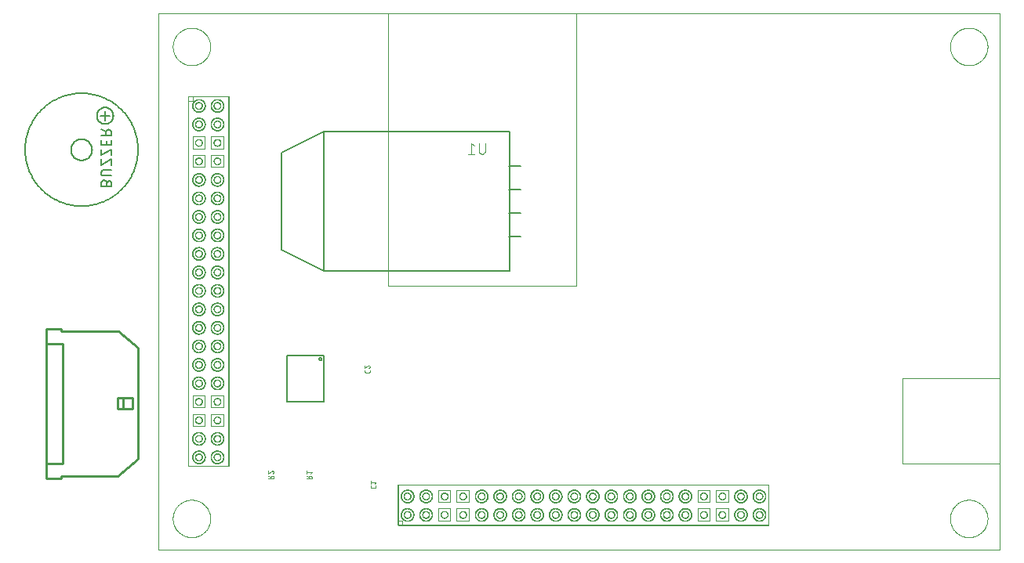
<source format=gbr>
G04 EAGLE Gerber RS-274X export*
G75*
%MOMM*%
%FSLAX34Y34*%
%LPD*%
%INSilkscreen Bottom*%
%IPPOS*%
%AMOC8*
5,1,8,0,0,1.08239X$1,22.5*%
G01*
%ADD10C,0.001000*%
%ADD11C,0.152400*%
%ADD12C,0.127000*%
%ADD13C,0.254000*%
%ADD14C,0.050800*%
%ADD15C,0.101600*%


D10*
X420632Y64030D02*
X820658Y64008D01*
X820658Y20008D01*
X420632Y20038D01*
X420632Y64030D01*
X420643Y25026D02*
X425645Y25026D01*
X425645Y20029D01*
X237958Y83665D02*
X237980Y483690D01*
X237958Y83665D02*
X193958Y83665D01*
X193988Y483690D01*
X237980Y483690D01*
X198976Y483679D02*
X198976Y478678D01*
X193979Y478678D01*
X194081Y483716D02*
X237650Y483716D01*
X194081Y483716D02*
X194081Y83734D01*
X237650Y83734D01*
X237650Y483716D01*
X420606Y63700D02*
X820588Y63700D01*
X420606Y63700D02*
X420606Y20132D01*
X820588Y20132D01*
X820588Y63700D01*
X612876Y573681D02*
X1070377Y573681D01*
X612876Y573681D02*
X410377Y573681D01*
X161675Y573681D01*
X161675Y-6421D01*
X1070377Y-6421D01*
X1070377Y86180D01*
X1070377Y178680D02*
X1070377Y573681D01*
X410377Y573681D02*
X410377Y278680D01*
X612876Y278680D01*
X612876Y573681D01*
X965375Y178680D02*
X1070377Y178680D01*
X965375Y178680D02*
X965375Y86180D01*
X1070377Y86180D01*
X1070377Y178680D01*
X201610Y473683D02*
X201612Y473805D01*
X201618Y473927D01*
X201628Y474049D01*
X201642Y474171D01*
X201659Y474291D01*
X201681Y474412D01*
X201707Y474531D01*
X201736Y474650D01*
X201769Y474768D01*
X201806Y474884D01*
X201847Y474999D01*
X201891Y475113D01*
X201940Y475225D01*
X201991Y475336D01*
X202047Y475445D01*
X202105Y475552D01*
X202168Y475658D01*
X202233Y475761D01*
X202302Y475862D01*
X202374Y475960D01*
X202450Y476056D01*
X202528Y476150D01*
X202610Y476241D01*
X202694Y476330D01*
X202781Y476416D01*
X202871Y476499D01*
X202963Y476578D01*
X203058Y476655D01*
X203156Y476729D01*
X203256Y476800D01*
X203358Y476867D01*
X203462Y476931D01*
X203568Y476991D01*
X203676Y477048D01*
X203786Y477102D01*
X203898Y477152D01*
X204011Y477198D01*
X204125Y477241D01*
X204241Y477280D01*
X204358Y477315D01*
X204476Y477346D01*
X204595Y477374D01*
X204715Y477397D01*
X204836Y477417D01*
X204957Y477433D01*
X205079Y477445D01*
X205201Y477453D01*
X205323Y477457D01*
X205445Y477457D01*
X205567Y477453D01*
X205689Y477445D01*
X205811Y477433D01*
X205932Y477417D01*
X206053Y477397D01*
X206173Y477374D01*
X206292Y477346D01*
X206410Y477315D01*
X206527Y477280D01*
X206643Y477241D01*
X206757Y477198D01*
X206870Y477152D01*
X206982Y477102D01*
X207092Y477048D01*
X207200Y476991D01*
X207306Y476931D01*
X207410Y476867D01*
X207512Y476800D01*
X207612Y476729D01*
X207710Y476655D01*
X207805Y476578D01*
X207897Y476499D01*
X207987Y476416D01*
X208074Y476330D01*
X208158Y476241D01*
X208240Y476150D01*
X208318Y476056D01*
X208394Y475960D01*
X208466Y475862D01*
X208535Y475761D01*
X208600Y475658D01*
X208663Y475552D01*
X208721Y475445D01*
X208777Y475336D01*
X208828Y475225D01*
X208877Y475113D01*
X208921Y474999D01*
X208962Y474884D01*
X208999Y474768D01*
X209032Y474650D01*
X209061Y474531D01*
X209087Y474412D01*
X209109Y474291D01*
X209126Y474171D01*
X209140Y474049D01*
X209150Y473927D01*
X209156Y473805D01*
X209158Y473683D01*
X209156Y473561D01*
X209150Y473439D01*
X209140Y473317D01*
X209126Y473195D01*
X209109Y473075D01*
X209087Y472954D01*
X209061Y472835D01*
X209032Y472716D01*
X208999Y472598D01*
X208962Y472482D01*
X208921Y472367D01*
X208877Y472253D01*
X208828Y472141D01*
X208777Y472030D01*
X208721Y471921D01*
X208663Y471814D01*
X208600Y471708D01*
X208535Y471605D01*
X208466Y471504D01*
X208394Y471406D01*
X208318Y471310D01*
X208240Y471216D01*
X208158Y471125D01*
X208074Y471036D01*
X207987Y470950D01*
X207897Y470867D01*
X207805Y470788D01*
X207710Y470711D01*
X207612Y470637D01*
X207512Y470566D01*
X207410Y470499D01*
X207306Y470435D01*
X207200Y470375D01*
X207092Y470318D01*
X206982Y470264D01*
X206870Y470214D01*
X206757Y470168D01*
X206643Y470125D01*
X206527Y470086D01*
X206410Y470051D01*
X206292Y470020D01*
X206173Y469992D01*
X206053Y469969D01*
X205932Y469949D01*
X205811Y469933D01*
X205689Y469921D01*
X205567Y469913D01*
X205445Y469909D01*
X205323Y469909D01*
X205201Y469913D01*
X205079Y469921D01*
X204957Y469933D01*
X204836Y469949D01*
X204715Y469969D01*
X204595Y469992D01*
X204476Y470020D01*
X204358Y470051D01*
X204241Y470086D01*
X204125Y470125D01*
X204011Y470168D01*
X203898Y470214D01*
X203786Y470264D01*
X203676Y470318D01*
X203568Y470375D01*
X203462Y470435D01*
X203358Y470499D01*
X203256Y470566D01*
X203156Y470637D01*
X203058Y470711D01*
X202963Y470788D01*
X202871Y470867D01*
X202781Y470950D01*
X202694Y471036D01*
X202610Y471125D01*
X202528Y471216D01*
X202450Y471310D01*
X202374Y471406D01*
X202302Y471504D01*
X202233Y471605D01*
X202168Y471708D01*
X202105Y471814D01*
X202047Y471921D01*
X201991Y472030D01*
X201940Y472141D01*
X201891Y472253D01*
X201847Y472367D01*
X201806Y472482D01*
X201769Y472598D01*
X201736Y472716D01*
X201707Y472835D01*
X201681Y472954D01*
X201659Y473075D01*
X201642Y473195D01*
X201628Y473317D01*
X201618Y473439D01*
X201612Y473561D01*
X201610Y473683D01*
X198376Y473683D02*
X198378Y473855D01*
X198384Y474027D01*
X198395Y474199D01*
X198410Y474370D01*
X198429Y474541D01*
X198452Y474711D01*
X198479Y474881D01*
X198511Y475050D01*
X198546Y475218D01*
X198586Y475386D01*
X198630Y475552D01*
X198678Y475717D01*
X198730Y475881D01*
X198786Y476044D01*
X198846Y476205D01*
X198909Y476365D01*
X198977Y476523D01*
X199049Y476679D01*
X199124Y476834D01*
X199203Y476987D01*
X199286Y477137D01*
X199373Y477286D01*
X199463Y477432D01*
X199557Y477576D01*
X199654Y477718D01*
X199755Y477858D01*
X199859Y477995D01*
X199967Y478129D01*
X200077Y478260D01*
X200191Y478389D01*
X200308Y478515D01*
X200429Y478638D01*
X200552Y478759D01*
X200678Y478876D01*
X200807Y478990D01*
X200938Y479100D01*
X201072Y479208D01*
X201209Y479312D01*
X201349Y479413D01*
X201491Y479510D01*
X201635Y479604D01*
X201781Y479694D01*
X201930Y479781D01*
X202080Y479864D01*
X202233Y479943D01*
X202388Y480018D01*
X202544Y480090D01*
X202702Y480158D01*
X202862Y480221D01*
X203023Y480281D01*
X203186Y480337D01*
X203350Y480389D01*
X203515Y480437D01*
X203681Y480481D01*
X203849Y480521D01*
X204017Y480556D01*
X204186Y480588D01*
X204356Y480615D01*
X204526Y480638D01*
X204697Y480657D01*
X204868Y480672D01*
X205040Y480683D01*
X205212Y480689D01*
X205384Y480691D01*
X205556Y480689D01*
X205728Y480683D01*
X205900Y480672D01*
X206071Y480657D01*
X206242Y480638D01*
X206412Y480615D01*
X206582Y480588D01*
X206751Y480556D01*
X206919Y480521D01*
X207087Y480481D01*
X207253Y480437D01*
X207418Y480389D01*
X207582Y480337D01*
X207745Y480281D01*
X207906Y480221D01*
X208066Y480158D01*
X208224Y480090D01*
X208380Y480018D01*
X208535Y479943D01*
X208688Y479864D01*
X208838Y479781D01*
X208987Y479694D01*
X209133Y479604D01*
X209277Y479510D01*
X209419Y479413D01*
X209559Y479312D01*
X209696Y479208D01*
X209830Y479100D01*
X209961Y478990D01*
X210090Y478876D01*
X210216Y478759D01*
X210339Y478638D01*
X210460Y478515D01*
X210577Y478389D01*
X210691Y478260D01*
X210801Y478129D01*
X210909Y477995D01*
X211013Y477858D01*
X211114Y477718D01*
X211211Y477576D01*
X211305Y477432D01*
X211395Y477286D01*
X211482Y477137D01*
X211565Y476987D01*
X211644Y476834D01*
X211719Y476679D01*
X211791Y476523D01*
X211859Y476365D01*
X211922Y476205D01*
X211982Y476044D01*
X212038Y475881D01*
X212090Y475717D01*
X212138Y475552D01*
X212182Y475386D01*
X212222Y475218D01*
X212257Y475050D01*
X212289Y474881D01*
X212316Y474711D01*
X212339Y474541D01*
X212358Y474370D01*
X212373Y474199D01*
X212384Y474027D01*
X212390Y473855D01*
X212392Y473683D01*
X212390Y473511D01*
X212384Y473339D01*
X212373Y473167D01*
X212358Y472996D01*
X212339Y472825D01*
X212316Y472655D01*
X212289Y472485D01*
X212257Y472316D01*
X212222Y472148D01*
X212182Y471980D01*
X212138Y471814D01*
X212090Y471649D01*
X212038Y471485D01*
X211982Y471322D01*
X211922Y471161D01*
X211859Y471001D01*
X211791Y470843D01*
X211719Y470687D01*
X211644Y470532D01*
X211565Y470379D01*
X211482Y470229D01*
X211395Y470080D01*
X211305Y469934D01*
X211211Y469790D01*
X211114Y469648D01*
X211013Y469508D01*
X210909Y469371D01*
X210801Y469237D01*
X210691Y469106D01*
X210577Y468977D01*
X210460Y468851D01*
X210339Y468728D01*
X210216Y468607D01*
X210090Y468490D01*
X209961Y468376D01*
X209830Y468266D01*
X209696Y468158D01*
X209559Y468054D01*
X209419Y467953D01*
X209277Y467856D01*
X209133Y467762D01*
X208987Y467672D01*
X208838Y467585D01*
X208688Y467502D01*
X208535Y467423D01*
X208380Y467348D01*
X208224Y467276D01*
X208066Y467208D01*
X207906Y467145D01*
X207745Y467085D01*
X207582Y467029D01*
X207418Y466977D01*
X207253Y466929D01*
X207087Y466885D01*
X206919Y466845D01*
X206751Y466810D01*
X206582Y466778D01*
X206412Y466751D01*
X206242Y466728D01*
X206071Y466709D01*
X205900Y466694D01*
X205728Y466683D01*
X205556Y466677D01*
X205384Y466675D01*
X205212Y466677D01*
X205040Y466683D01*
X204868Y466694D01*
X204697Y466709D01*
X204526Y466728D01*
X204356Y466751D01*
X204186Y466778D01*
X204017Y466810D01*
X203849Y466845D01*
X203681Y466885D01*
X203515Y466929D01*
X203350Y466977D01*
X203186Y467029D01*
X203023Y467085D01*
X202862Y467145D01*
X202702Y467208D01*
X202544Y467276D01*
X202388Y467348D01*
X202233Y467423D01*
X202080Y467502D01*
X201930Y467585D01*
X201781Y467672D01*
X201635Y467762D01*
X201491Y467856D01*
X201349Y467953D01*
X201209Y468054D01*
X201072Y468158D01*
X200938Y468266D01*
X200807Y468376D01*
X200678Y468490D01*
X200552Y468607D01*
X200429Y468728D01*
X200308Y468851D01*
X200191Y468977D01*
X200077Y469106D01*
X199967Y469237D01*
X199859Y469371D01*
X199755Y469508D01*
X199654Y469648D01*
X199557Y469790D01*
X199463Y469934D01*
X199373Y470080D01*
X199286Y470229D01*
X199203Y470379D01*
X199124Y470532D01*
X199049Y470687D01*
X198977Y470843D01*
X198909Y471001D01*
X198846Y471161D01*
X198786Y471322D01*
X198730Y471485D01*
X198678Y471649D01*
X198630Y471814D01*
X198586Y471980D01*
X198546Y472148D01*
X198511Y472316D01*
X198479Y472485D01*
X198452Y472655D01*
X198429Y472825D01*
X198410Y472996D01*
X198395Y473167D01*
X198384Y473339D01*
X198378Y473511D01*
X198376Y473683D01*
X201610Y473683D02*
X201612Y473805D01*
X201618Y473927D01*
X201628Y474049D01*
X201642Y474171D01*
X201659Y474291D01*
X201681Y474412D01*
X201707Y474531D01*
X201736Y474650D01*
X201769Y474768D01*
X201806Y474884D01*
X201847Y474999D01*
X201891Y475113D01*
X201940Y475225D01*
X201991Y475336D01*
X202047Y475445D01*
X202105Y475552D01*
X202168Y475658D01*
X202233Y475761D01*
X202302Y475862D01*
X202374Y475960D01*
X202450Y476056D01*
X202528Y476150D01*
X202610Y476241D01*
X202694Y476330D01*
X202781Y476416D01*
X202871Y476499D01*
X202963Y476578D01*
X203058Y476655D01*
X203156Y476729D01*
X203256Y476800D01*
X203358Y476867D01*
X203462Y476931D01*
X203568Y476991D01*
X203676Y477048D01*
X203786Y477102D01*
X203898Y477152D01*
X204011Y477198D01*
X204125Y477241D01*
X204241Y477280D01*
X204358Y477315D01*
X204476Y477346D01*
X204595Y477374D01*
X204715Y477397D01*
X204836Y477417D01*
X204957Y477433D01*
X205079Y477445D01*
X205201Y477453D01*
X205323Y477457D01*
X205445Y477457D01*
X205567Y477453D01*
X205689Y477445D01*
X205811Y477433D01*
X205932Y477417D01*
X206053Y477397D01*
X206173Y477374D01*
X206292Y477346D01*
X206410Y477315D01*
X206527Y477280D01*
X206643Y477241D01*
X206757Y477198D01*
X206870Y477152D01*
X206982Y477102D01*
X207092Y477048D01*
X207200Y476991D01*
X207306Y476931D01*
X207410Y476867D01*
X207512Y476800D01*
X207612Y476729D01*
X207710Y476655D01*
X207805Y476578D01*
X207897Y476499D01*
X207987Y476416D01*
X208074Y476330D01*
X208158Y476241D01*
X208240Y476150D01*
X208318Y476056D01*
X208394Y475960D01*
X208466Y475862D01*
X208535Y475761D01*
X208600Y475658D01*
X208663Y475552D01*
X208721Y475445D01*
X208777Y475336D01*
X208828Y475225D01*
X208877Y475113D01*
X208921Y474999D01*
X208962Y474884D01*
X208999Y474768D01*
X209032Y474650D01*
X209061Y474531D01*
X209087Y474412D01*
X209109Y474291D01*
X209126Y474171D01*
X209140Y474049D01*
X209150Y473927D01*
X209156Y473805D01*
X209158Y473683D01*
X209156Y473561D01*
X209150Y473439D01*
X209140Y473317D01*
X209126Y473195D01*
X209109Y473075D01*
X209087Y472954D01*
X209061Y472835D01*
X209032Y472716D01*
X208999Y472598D01*
X208962Y472482D01*
X208921Y472367D01*
X208877Y472253D01*
X208828Y472141D01*
X208777Y472030D01*
X208721Y471921D01*
X208663Y471814D01*
X208600Y471708D01*
X208535Y471605D01*
X208466Y471504D01*
X208394Y471406D01*
X208318Y471310D01*
X208240Y471216D01*
X208158Y471125D01*
X208074Y471036D01*
X207987Y470950D01*
X207897Y470867D01*
X207805Y470788D01*
X207710Y470711D01*
X207612Y470637D01*
X207512Y470566D01*
X207410Y470499D01*
X207306Y470435D01*
X207200Y470375D01*
X207092Y470318D01*
X206982Y470264D01*
X206870Y470214D01*
X206757Y470168D01*
X206643Y470125D01*
X206527Y470086D01*
X206410Y470051D01*
X206292Y470020D01*
X206173Y469992D01*
X206053Y469969D01*
X205932Y469949D01*
X205811Y469933D01*
X205689Y469921D01*
X205567Y469913D01*
X205445Y469909D01*
X205323Y469909D01*
X205201Y469913D01*
X205079Y469921D01*
X204957Y469933D01*
X204836Y469949D01*
X204715Y469969D01*
X204595Y469992D01*
X204476Y470020D01*
X204358Y470051D01*
X204241Y470086D01*
X204125Y470125D01*
X204011Y470168D01*
X203898Y470214D01*
X203786Y470264D01*
X203676Y470318D01*
X203568Y470375D01*
X203462Y470435D01*
X203358Y470499D01*
X203256Y470566D01*
X203156Y470637D01*
X203058Y470711D01*
X202963Y470788D01*
X202871Y470867D01*
X202781Y470950D01*
X202694Y471036D01*
X202610Y471125D01*
X202528Y471216D01*
X202450Y471310D01*
X202374Y471406D01*
X202302Y471504D01*
X202233Y471605D01*
X202168Y471708D01*
X202105Y471814D01*
X202047Y471921D01*
X201991Y472030D01*
X201940Y472141D01*
X201891Y472253D01*
X201847Y472367D01*
X201806Y472482D01*
X201769Y472598D01*
X201736Y472716D01*
X201707Y472835D01*
X201681Y472954D01*
X201659Y473075D01*
X201642Y473195D01*
X201628Y473317D01*
X201618Y473439D01*
X201612Y473561D01*
X201610Y473683D01*
X198376Y473683D02*
X198378Y473855D01*
X198384Y474027D01*
X198395Y474199D01*
X198410Y474370D01*
X198429Y474541D01*
X198452Y474711D01*
X198479Y474881D01*
X198511Y475050D01*
X198546Y475218D01*
X198586Y475386D01*
X198630Y475552D01*
X198678Y475717D01*
X198730Y475881D01*
X198786Y476044D01*
X198846Y476205D01*
X198909Y476365D01*
X198977Y476523D01*
X199049Y476679D01*
X199124Y476834D01*
X199203Y476987D01*
X199286Y477137D01*
X199373Y477286D01*
X199463Y477432D01*
X199557Y477576D01*
X199654Y477718D01*
X199755Y477858D01*
X199859Y477995D01*
X199967Y478129D01*
X200077Y478260D01*
X200191Y478389D01*
X200308Y478515D01*
X200429Y478638D01*
X200552Y478759D01*
X200678Y478876D01*
X200807Y478990D01*
X200938Y479100D01*
X201072Y479208D01*
X201209Y479312D01*
X201349Y479413D01*
X201491Y479510D01*
X201635Y479604D01*
X201781Y479694D01*
X201930Y479781D01*
X202080Y479864D01*
X202233Y479943D01*
X202388Y480018D01*
X202544Y480090D01*
X202702Y480158D01*
X202862Y480221D01*
X203023Y480281D01*
X203186Y480337D01*
X203350Y480389D01*
X203515Y480437D01*
X203681Y480481D01*
X203849Y480521D01*
X204017Y480556D01*
X204186Y480588D01*
X204356Y480615D01*
X204526Y480638D01*
X204697Y480657D01*
X204868Y480672D01*
X205040Y480683D01*
X205212Y480689D01*
X205384Y480691D01*
X205556Y480689D01*
X205728Y480683D01*
X205900Y480672D01*
X206071Y480657D01*
X206242Y480638D01*
X206412Y480615D01*
X206582Y480588D01*
X206751Y480556D01*
X206919Y480521D01*
X207087Y480481D01*
X207253Y480437D01*
X207418Y480389D01*
X207582Y480337D01*
X207745Y480281D01*
X207906Y480221D01*
X208066Y480158D01*
X208224Y480090D01*
X208380Y480018D01*
X208535Y479943D01*
X208688Y479864D01*
X208838Y479781D01*
X208987Y479694D01*
X209133Y479604D01*
X209277Y479510D01*
X209419Y479413D01*
X209559Y479312D01*
X209696Y479208D01*
X209830Y479100D01*
X209961Y478990D01*
X210090Y478876D01*
X210216Y478759D01*
X210339Y478638D01*
X210460Y478515D01*
X210577Y478389D01*
X210691Y478260D01*
X210801Y478129D01*
X210909Y477995D01*
X211013Y477858D01*
X211114Y477718D01*
X211211Y477576D01*
X211305Y477432D01*
X211395Y477286D01*
X211482Y477137D01*
X211565Y476987D01*
X211644Y476834D01*
X211719Y476679D01*
X211791Y476523D01*
X211859Y476365D01*
X211922Y476205D01*
X211982Y476044D01*
X212038Y475881D01*
X212090Y475717D01*
X212138Y475552D01*
X212182Y475386D01*
X212222Y475218D01*
X212257Y475050D01*
X212289Y474881D01*
X212316Y474711D01*
X212339Y474541D01*
X212358Y474370D01*
X212373Y474199D01*
X212384Y474027D01*
X212390Y473855D01*
X212392Y473683D01*
X212390Y473511D01*
X212384Y473339D01*
X212373Y473167D01*
X212358Y472996D01*
X212339Y472825D01*
X212316Y472655D01*
X212289Y472485D01*
X212257Y472316D01*
X212222Y472148D01*
X212182Y471980D01*
X212138Y471814D01*
X212090Y471649D01*
X212038Y471485D01*
X211982Y471322D01*
X211922Y471161D01*
X211859Y471001D01*
X211791Y470843D01*
X211719Y470687D01*
X211644Y470532D01*
X211565Y470379D01*
X211482Y470229D01*
X211395Y470080D01*
X211305Y469934D01*
X211211Y469790D01*
X211114Y469648D01*
X211013Y469508D01*
X210909Y469371D01*
X210801Y469237D01*
X210691Y469106D01*
X210577Y468977D01*
X210460Y468851D01*
X210339Y468728D01*
X210216Y468607D01*
X210090Y468490D01*
X209961Y468376D01*
X209830Y468266D01*
X209696Y468158D01*
X209559Y468054D01*
X209419Y467953D01*
X209277Y467856D01*
X209133Y467762D01*
X208987Y467672D01*
X208838Y467585D01*
X208688Y467502D01*
X208535Y467423D01*
X208380Y467348D01*
X208224Y467276D01*
X208066Y467208D01*
X207906Y467145D01*
X207745Y467085D01*
X207582Y467029D01*
X207418Y466977D01*
X207253Y466929D01*
X207087Y466885D01*
X206919Y466845D01*
X206751Y466810D01*
X206582Y466778D01*
X206412Y466751D01*
X206242Y466728D01*
X206071Y466709D01*
X205900Y466694D01*
X205728Y466683D01*
X205556Y466677D01*
X205384Y466675D01*
X205212Y466677D01*
X205040Y466683D01*
X204868Y466694D01*
X204697Y466709D01*
X204526Y466728D01*
X204356Y466751D01*
X204186Y466778D01*
X204017Y466810D01*
X203849Y466845D01*
X203681Y466885D01*
X203515Y466929D01*
X203350Y466977D01*
X203186Y467029D01*
X203023Y467085D01*
X202862Y467145D01*
X202702Y467208D01*
X202544Y467276D01*
X202388Y467348D01*
X202233Y467423D01*
X202080Y467502D01*
X201930Y467585D01*
X201781Y467672D01*
X201635Y467762D01*
X201491Y467856D01*
X201349Y467953D01*
X201209Y468054D01*
X201072Y468158D01*
X200938Y468266D01*
X200807Y468376D01*
X200678Y468490D01*
X200552Y468607D01*
X200429Y468728D01*
X200308Y468851D01*
X200191Y468977D01*
X200077Y469106D01*
X199967Y469237D01*
X199859Y469371D01*
X199755Y469508D01*
X199654Y469648D01*
X199557Y469790D01*
X199463Y469934D01*
X199373Y470080D01*
X199286Y470229D01*
X199203Y470379D01*
X199124Y470532D01*
X199049Y470687D01*
X198977Y470843D01*
X198909Y471001D01*
X198846Y471161D01*
X198786Y471322D01*
X198730Y471485D01*
X198678Y471649D01*
X198630Y471814D01*
X198586Y471980D01*
X198546Y472148D01*
X198511Y472316D01*
X198479Y472485D01*
X198452Y472655D01*
X198429Y472825D01*
X198410Y472996D01*
X198395Y473167D01*
X198384Y473339D01*
X198378Y473511D01*
X198376Y473683D01*
X201884Y473683D02*
X201886Y473801D01*
X201892Y473919D01*
X201902Y474037D01*
X201916Y474154D01*
X201934Y474271D01*
X201956Y474388D01*
X201981Y474503D01*
X202011Y474617D01*
X202045Y474731D01*
X202082Y474843D01*
X202123Y474954D01*
X202168Y475063D01*
X202216Y475171D01*
X202268Y475277D01*
X202324Y475382D01*
X202383Y475484D01*
X202445Y475584D01*
X202511Y475682D01*
X202580Y475778D01*
X202653Y475872D01*
X202728Y475963D01*
X202807Y476051D01*
X202888Y476137D01*
X202973Y476220D01*
X203060Y476300D01*
X203149Y476377D01*
X203242Y476451D01*
X203336Y476521D01*
X203433Y476589D01*
X203533Y476653D01*
X203634Y476714D01*
X203737Y476771D01*
X203843Y476825D01*
X203950Y476876D01*
X204058Y476922D01*
X204168Y476965D01*
X204280Y477004D01*
X204393Y477040D01*
X204507Y477071D01*
X204622Y477099D01*
X204737Y477123D01*
X204854Y477143D01*
X204971Y477159D01*
X205089Y477171D01*
X205207Y477179D01*
X205325Y477183D01*
X205443Y477183D01*
X205561Y477179D01*
X205679Y477171D01*
X205797Y477159D01*
X205914Y477143D01*
X206031Y477123D01*
X206146Y477099D01*
X206261Y477071D01*
X206375Y477040D01*
X206488Y477004D01*
X206600Y476965D01*
X206710Y476922D01*
X206818Y476876D01*
X206925Y476825D01*
X207031Y476771D01*
X207134Y476714D01*
X207235Y476653D01*
X207335Y476589D01*
X207432Y476521D01*
X207526Y476451D01*
X207619Y476377D01*
X207708Y476300D01*
X207795Y476220D01*
X207880Y476137D01*
X207961Y476051D01*
X208040Y475963D01*
X208115Y475872D01*
X208188Y475778D01*
X208257Y475682D01*
X208323Y475584D01*
X208385Y475484D01*
X208444Y475382D01*
X208500Y475277D01*
X208552Y475171D01*
X208600Y475063D01*
X208645Y474954D01*
X208686Y474843D01*
X208723Y474731D01*
X208757Y474617D01*
X208787Y474503D01*
X208812Y474388D01*
X208834Y474271D01*
X208852Y474154D01*
X208866Y474037D01*
X208876Y473919D01*
X208882Y473801D01*
X208884Y473683D01*
X208882Y473565D01*
X208876Y473447D01*
X208866Y473329D01*
X208852Y473212D01*
X208834Y473095D01*
X208812Y472978D01*
X208787Y472863D01*
X208757Y472749D01*
X208723Y472635D01*
X208686Y472523D01*
X208645Y472412D01*
X208600Y472303D01*
X208552Y472195D01*
X208500Y472089D01*
X208444Y471984D01*
X208385Y471882D01*
X208323Y471782D01*
X208257Y471684D01*
X208188Y471588D01*
X208115Y471494D01*
X208040Y471403D01*
X207961Y471315D01*
X207880Y471229D01*
X207795Y471146D01*
X207708Y471066D01*
X207619Y470989D01*
X207526Y470915D01*
X207432Y470845D01*
X207335Y470777D01*
X207235Y470713D01*
X207134Y470652D01*
X207031Y470595D01*
X206925Y470541D01*
X206818Y470490D01*
X206710Y470444D01*
X206600Y470401D01*
X206488Y470362D01*
X206375Y470326D01*
X206261Y470295D01*
X206146Y470267D01*
X206031Y470243D01*
X205914Y470223D01*
X205797Y470207D01*
X205679Y470195D01*
X205561Y470187D01*
X205443Y470183D01*
X205325Y470183D01*
X205207Y470187D01*
X205089Y470195D01*
X204971Y470207D01*
X204854Y470223D01*
X204737Y470243D01*
X204622Y470267D01*
X204507Y470295D01*
X204393Y470326D01*
X204280Y470362D01*
X204168Y470401D01*
X204058Y470444D01*
X203950Y470490D01*
X203843Y470541D01*
X203737Y470595D01*
X203634Y470652D01*
X203533Y470713D01*
X203433Y470777D01*
X203336Y470845D01*
X203242Y470915D01*
X203149Y470989D01*
X203060Y471066D01*
X202973Y471146D01*
X202888Y471229D01*
X202807Y471315D01*
X202728Y471403D01*
X202653Y471494D01*
X202580Y471588D01*
X202511Y471684D01*
X202445Y471782D01*
X202383Y471882D01*
X202324Y471984D01*
X202268Y472089D01*
X202216Y472195D01*
X202168Y472303D01*
X202123Y472412D01*
X202082Y472523D01*
X202045Y472635D01*
X202011Y472749D01*
X201981Y472863D01*
X201956Y472978D01*
X201934Y473095D01*
X201916Y473212D01*
X201902Y473329D01*
X201892Y473447D01*
X201886Y473565D01*
X201884Y473683D01*
X198884Y473683D02*
X198886Y473844D01*
X198892Y474004D01*
X198902Y474165D01*
X198916Y474325D01*
X198934Y474485D01*
X198955Y474644D01*
X198981Y474803D01*
X199011Y474961D01*
X199044Y475118D01*
X199082Y475275D01*
X199123Y475430D01*
X199168Y475584D01*
X199217Y475737D01*
X199270Y475889D01*
X199326Y476040D01*
X199387Y476189D01*
X199450Y476337D01*
X199518Y476483D01*
X199589Y476627D01*
X199663Y476769D01*
X199741Y476910D01*
X199823Y477048D01*
X199908Y477185D01*
X199996Y477319D01*
X200088Y477451D01*
X200183Y477581D01*
X200281Y477709D01*
X200382Y477834D01*
X200486Y477956D01*
X200593Y478076D01*
X200703Y478193D01*
X200816Y478308D01*
X200932Y478419D01*
X201051Y478528D01*
X201172Y478633D01*
X201296Y478736D01*
X201422Y478836D01*
X201550Y478932D01*
X201681Y479025D01*
X201815Y479115D01*
X201950Y479202D01*
X202088Y479285D01*
X202227Y479365D01*
X202369Y479441D01*
X202512Y479514D01*
X202657Y479583D01*
X202804Y479649D01*
X202952Y479711D01*
X203102Y479769D01*
X203253Y479824D01*
X203406Y479875D01*
X203560Y479922D01*
X203715Y479965D01*
X203871Y480004D01*
X204027Y480040D01*
X204185Y480071D01*
X204343Y480099D01*
X204502Y480123D01*
X204662Y480143D01*
X204822Y480159D01*
X204982Y480171D01*
X205143Y480179D01*
X205304Y480183D01*
X205464Y480183D01*
X205625Y480179D01*
X205786Y480171D01*
X205946Y480159D01*
X206106Y480143D01*
X206266Y480123D01*
X206425Y480099D01*
X206583Y480071D01*
X206741Y480040D01*
X206897Y480004D01*
X207053Y479965D01*
X207208Y479922D01*
X207362Y479875D01*
X207515Y479824D01*
X207666Y479769D01*
X207816Y479711D01*
X207964Y479649D01*
X208111Y479583D01*
X208256Y479514D01*
X208399Y479441D01*
X208541Y479365D01*
X208680Y479285D01*
X208818Y479202D01*
X208953Y479115D01*
X209087Y479025D01*
X209218Y478932D01*
X209346Y478836D01*
X209472Y478736D01*
X209596Y478633D01*
X209717Y478528D01*
X209836Y478419D01*
X209952Y478308D01*
X210065Y478193D01*
X210175Y478076D01*
X210282Y477956D01*
X210386Y477834D01*
X210487Y477709D01*
X210585Y477581D01*
X210680Y477451D01*
X210772Y477319D01*
X210860Y477185D01*
X210945Y477048D01*
X211027Y476910D01*
X211105Y476769D01*
X211179Y476627D01*
X211250Y476483D01*
X211318Y476337D01*
X211381Y476189D01*
X211442Y476040D01*
X211498Y475889D01*
X211551Y475737D01*
X211600Y475584D01*
X211645Y475430D01*
X211686Y475275D01*
X211724Y475118D01*
X211757Y474961D01*
X211787Y474803D01*
X211813Y474644D01*
X211834Y474485D01*
X211852Y474325D01*
X211866Y474165D01*
X211876Y474004D01*
X211882Y473844D01*
X211884Y473683D01*
X211882Y473522D01*
X211876Y473362D01*
X211866Y473201D01*
X211852Y473041D01*
X211834Y472881D01*
X211813Y472722D01*
X211787Y472563D01*
X211757Y472405D01*
X211724Y472248D01*
X211686Y472091D01*
X211645Y471936D01*
X211600Y471782D01*
X211551Y471629D01*
X211498Y471477D01*
X211442Y471326D01*
X211381Y471177D01*
X211318Y471029D01*
X211250Y470883D01*
X211179Y470739D01*
X211105Y470597D01*
X211027Y470456D01*
X210945Y470318D01*
X210860Y470181D01*
X210772Y470047D01*
X210680Y469915D01*
X210585Y469785D01*
X210487Y469657D01*
X210386Y469532D01*
X210282Y469410D01*
X210175Y469290D01*
X210065Y469173D01*
X209952Y469058D01*
X209836Y468947D01*
X209717Y468838D01*
X209596Y468733D01*
X209472Y468630D01*
X209346Y468530D01*
X209218Y468434D01*
X209087Y468341D01*
X208953Y468251D01*
X208818Y468164D01*
X208680Y468081D01*
X208541Y468001D01*
X208399Y467925D01*
X208256Y467852D01*
X208111Y467783D01*
X207964Y467717D01*
X207816Y467655D01*
X207666Y467597D01*
X207515Y467542D01*
X207362Y467491D01*
X207208Y467444D01*
X207053Y467401D01*
X206897Y467362D01*
X206741Y467326D01*
X206583Y467295D01*
X206425Y467267D01*
X206266Y467243D01*
X206106Y467223D01*
X205946Y467207D01*
X205786Y467195D01*
X205625Y467187D01*
X205464Y467183D01*
X205304Y467183D01*
X205143Y467187D01*
X204982Y467195D01*
X204822Y467207D01*
X204662Y467223D01*
X204502Y467243D01*
X204343Y467267D01*
X204185Y467295D01*
X204027Y467326D01*
X203871Y467362D01*
X203715Y467401D01*
X203560Y467444D01*
X203406Y467491D01*
X203253Y467542D01*
X203102Y467597D01*
X202952Y467655D01*
X202804Y467717D01*
X202657Y467783D01*
X202512Y467852D01*
X202369Y467925D01*
X202227Y468001D01*
X202088Y468081D01*
X201950Y468164D01*
X201815Y468251D01*
X201681Y468341D01*
X201550Y468434D01*
X201422Y468530D01*
X201296Y468630D01*
X201172Y468733D01*
X201051Y468838D01*
X200932Y468947D01*
X200816Y469058D01*
X200703Y469173D01*
X200593Y469290D01*
X200486Y469410D01*
X200382Y469532D01*
X200281Y469657D01*
X200183Y469785D01*
X200088Y469915D01*
X199996Y470047D01*
X199908Y470181D01*
X199823Y470318D01*
X199741Y470456D01*
X199663Y470597D01*
X199589Y470739D01*
X199518Y470883D01*
X199450Y471029D01*
X199387Y471177D01*
X199326Y471326D01*
X199270Y471477D01*
X199217Y471629D01*
X199168Y471782D01*
X199123Y471936D01*
X199082Y472091D01*
X199044Y472248D01*
X199011Y472405D01*
X198981Y472563D01*
X198955Y472722D01*
X198934Y472881D01*
X198916Y473041D01*
X198902Y473201D01*
X198892Y473362D01*
X198886Y473522D01*
X198884Y473683D01*
X221600Y473687D02*
X221602Y473809D01*
X221608Y473931D01*
X221618Y474053D01*
X221632Y474175D01*
X221649Y474295D01*
X221671Y474416D01*
X221697Y474535D01*
X221726Y474654D01*
X221759Y474772D01*
X221796Y474888D01*
X221837Y475003D01*
X221881Y475117D01*
X221930Y475229D01*
X221981Y475340D01*
X222037Y475449D01*
X222095Y475556D01*
X222158Y475662D01*
X222223Y475765D01*
X222292Y475866D01*
X222364Y475964D01*
X222440Y476060D01*
X222518Y476154D01*
X222600Y476245D01*
X222684Y476334D01*
X222771Y476420D01*
X222861Y476503D01*
X222953Y476582D01*
X223048Y476659D01*
X223146Y476733D01*
X223246Y476804D01*
X223348Y476871D01*
X223452Y476935D01*
X223558Y476995D01*
X223666Y477052D01*
X223776Y477106D01*
X223888Y477156D01*
X224001Y477202D01*
X224115Y477245D01*
X224231Y477284D01*
X224348Y477319D01*
X224466Y477350D01*
X224585Y477378D01*
X224705Y477401D01*
X224826Y477421D01*
X224947Y477437D01*
X225069Y477449D01*
X225191Y477457D01*
X225313Y477461D01*
X225435Y477461D01*
X225557Y477457D01*
X225679Y477449D01*
X225801Y477437D01*
X225922Y477421D01*
X226043Y477401D01*
X226163Y477378D01*
X226282Y477350D01*
X226400Y477319D01*
X226517Y477284D01*
X226633Y477245D01*
X226747Y477202D01*
X226860Y477156D01*
X226972Y477106D01*
X227082Y477052D01*
X227190Y476995D01*
X227296Y476935D01*
X227400Y476871D01*
X227502Y476804D01*
X227602Y476733D01*
X227700Y476659D01*
X227795Y476582D01*
X227887Y476503D01*
X227977Y476420D01*
X228064Y476334D01*
X228148Y476245D01*
X228230Y476154D01*
X228308Y476060D01*
X228384Y475964D01*
X228456Y475866D01*
X228525Y475765D01*
X228590Y475662D01*
X228653Y475556D01*
X228711Y475449D01*
X228767Y475340D01*
X228818Y475229D01*
X228867Y475117D01*
X228911Y475003D01*
X228952Y474888D01*
X228989Y474772D01*
X229022Y474654D01*
X229051Y474535D01*
X229077Y474416D01*
X229099Y474295D01*
X229116Y474175D01*
X229130Y474053D01*
X229140Y473931D01*
X229146Y473809D01*
X229148Y473687D01*
X229146Y473565D01*
X229140Y473443D01*
X229130Y473321D01*
X229116Y473199D01*
X229099Y473079D01*
X229077Y472958D01*
X229051Y472839D01*
X229022Y472720D01*
X228989Y472602D01*
X228952Y472486D01*
X228911Y472371D01*
X228867Y472257D01*
X228818Y472145D01*
X228767Y472034D01*
X228711Y471925D01*
X228653Y471818D01*
X228590Y471712D01*
X228525Y471609D01*
X228456Y471508D01*
X228384Y471410D01*
X228308Y471314D01*
X228230Y471220D01*
X228148Y471129D01*
X228064Y471040D01*
X227977Y470954D01*
X227887Y470871D01*
X227795Y470792D01*
X227700Y470715D01*
X227602Y470641D01*
X227502Y470570D01*
X227400Y470503D01*
X227296Y470439D01*
X227190Y470379D01*
X227082Y470322D01*
X226972Y470268D01*
X226860Y470218D01*
X226747Y470172D01*
X226633Y470129D01*
X226517Y470090D01*
X226400Y470055D01*
X226282Y470024D01*
X226163Y469996D01*
X226043Y469973D01*
X225922Y469953D01*
X225801Y469937D01*
X225679Y469925D01*
X225557Y469917D01*
X225435Y469913D01*
X225313Y469913D01*
X225191Y469917D01*
X225069Y469925D01*
X224947Y469937D01*
X224826Y469953D01*
X224705Y469973D01*
X224585Y469996D01*
X224466Y470024D01*
X224348Y470055D01*
X224231Y470090D01*
X224115Y470129D01*
X224001Y470172D01*
X223888Y470218D01*
X223776Y470268D01*
X223666Y470322D01*
X223558Y470379D01*
X223452Y470439D01*
X223348Y470503D01*
X223246Y470570D01*
X223146Y470641D01*
X223048Y470715D01*
X222953Y470792D01*
X222861Y470871D01*
X222771Y470954D01*
X222684Y471040D01*
X222600Y471129D01*
X222518Y471220D01*
X222440Y471314D01*
X222364Y471410D01*
X222292Y471508D01*
X222223Y471609D01*
X222158Y471712D01*
X222095Y471818D01*
X222037Y471925D01*
X221981Y472034D01*
X221930Y472145D01*
X221881Y472257D01*
X221837Y472371D01*
X221796Y472486D01*
X221759Y472602D01*
X221726Y472720D01*
X221697Y472839D01*
X221671Y472958D01*
X221649Y473079D01*
X221632Y473199D01*
X221618Y473321D01*
X221608Y473443D01*
X221602Y473565D01*
X221600Y473687D01*
X218366Y473691D02*
X218368Y473863D01*
X218374Y474035D01*
X218385Y474207D01*
X218400Y474378D01*
X218419Y474549D01*
X218442Y474719D01*
X218469Y474889D01*
X218501Y475058D01*
X218536Y475226D01*
X218576Y475394D01*
X218620Y475560D01*
X218668Y475725D01*
X218720Y475889D01*
X218776Y476052D01*
X218836Y476213D01*
X218899Y476373D01*
X218967Y476531D01*
X219039Y476687D01*
X219114Y476842D01*
X219193Y476995D01*
X219276Y477145D01*
X219363Y477294D01*
X219453Y477440D01*
X219547Y477584D01*
X219644Y477726D01*
X219745Y477866D01*
X219849Y478003D01*
X219957Y478137D01*
X220067Y478268D01*
X220181Y478397D01*
X220298Y478523D01*
X220419Y478646D01*
X220542Y478767D01*
X220668Y478884D01*
X220797Y478998D01*
X220928Y479108D01*
X221062Y479216D01*
X221199Y479320D01*
X221339Y479421D01*
X221481Y479518D01*
X221625Y479612D01*
X221771Y479702D01*
X221920Y479789D01*
X222070Y479872D01*
X222223Y479951D01*
X222378Y480026D01*
X222534Y480098D01*
X222692Y480166D01*
X222852Y480229D01*
X223013Y480289D01*
X223176Y480345D01*
X223340Y480397D01*
X223505Y480445D01*
X223671Y480489D01*
X223839Y480529D01*
X224007Y480564D01*
X224176Y480596D01*
X224346Y480623D01*
X224516Y480646D01*
X224687Y480665D01*
X224858Y480680D01*
X225030Y480691D01*
X225202Y480697D01*
X225374Y480699D01*
X225546Y480697D01*
X225718Y480691D01*
X225890Y480680D01*
X226061Y480665D01*
X226232Y480646D01*
X226402Y480623D01*
X226572Y480596D01*
X226741Y480564D01*
X226909Y480529D01*
X227077Y480489D01*
X227243Y480445D01*
X227408Y480397D01*
X227572Y480345D01*
X227735Y480289D01*
X227896Y480229D01*
X228056Y480166D01*
X228214Y480098D01*
X228370Y480026D01*
X228525Y479951D01*
X228678Y479872D01*
X228828Y479789D01*
X228977Y479702D01*
X229123Y479612D01*
X229267Y479518D01*
X229409Y479421D01*
X229549Y479320D01*
X229686Y479216D01*
X229820Y479108D01*
X229951Y478998D01*
X230080Y478884D01*
X230206Y478767D01*
X230329Y478646D01*
X230450Y478523D01*
X230567Y478397D01*
X230681Y478268D01*
X230791Y478137D01*
X230899Y478003D01*
X231003Y477866D01*
X231104Y477726D01*
X231201Y477584D01*
X231295Y477440D01*
X231385Y477294D01*
X231472Y477145D01*
X231555Y476995D01*
X231634Y476842D01*
X231709Y476687D01*
X231781Y476531D01*
X231849Y476373D01*
X231912Y476213D01*
X231972Y476052D01*
X232028Y475889D01*
X232080Y475725D01*
X232128Y475560D01*
X232172Y475394D01*
X232212Y475226D01*
X232247Y475058D01*
X232279Y474889D01*
X232306Y474719D01*
X232329Y474549D01*
X232348Y474378D01*
X232363Y474207D01*
X232374Y474035D01*
X232380Y473863D01*
X232382Y473691D01*
X232380Y473519D01*
X232374Y473347D01*
X232363Y473175D01*
X232348Y473004D01*
X232329Y472833D01*
X232306Y472663D01*
X232279Y472493D01*
X232247Y472324D01*
X232212Y472156D01*
X232172Y471988D01*
X232128Y471822D01*
X232080Y471657D01*
X232028Y471493D01*
X231972Y471330D01*
X231912Y471169D01*
X231849Y471009D01*
X231781Y470851D01*
X231709Y470695D01*
X231634Y470540D01*
X231555Y470387D01*
X231472Y470237D01*
X231385Y470088D01*
X231295Y469942D01*
X231201Y469798D01*
X231104Y469656D01*
X231003Y469516D01*
X230899Y469379D01*
X230791Y469245D01*
X230681Y469114D01*
X230567Y468985D01*
X230450Y468859D01*
X230329Y468736D01*
X230206Y468615D01*
X230080Y468498D01*
X229951Y468384D01*
X229820Y468274D01*
X229686Y468166D01*
X229549Y468062D01*
X229409Y467961D01*
X229267Y467864D01*
X229123Y467770D01*
X228977Y467680D01*
X228828Y467593D01*
X228678Y467510D01*
X228525Y467431D01*
X228370Y467356D01*
X228214Y467284D01*
X228056Y467216D01*
X227896Y467153D01*
X227735Y467093D01*
X227572Y467037D01*
X227408Y466985D01*
X227243Y466937D01*
X227077Y466893D01*
X226909Y466853D01*
X226741Y466818D01*
X226572Y466786D01*
X226402Y466759D01*
X226232Y466736D01*
X226061Y466717D01*
X225890Y466702D01*
X225718Y466691D01*
X225546Y466685D01*
X225374Y466683D01*
X225202Y466685D01*
X225030Y466691D01*
X224858Y466702D01*
X224687Y466717D01*
X224516Y466736D01*
X224346Y466759D01*
X224176Y466786D01*
X224007Y466818D01*
X223839Y466853D01*
X223671Y466893D01*
X223505Y466937D01*
X223340Y466985D01*
X223176Y467037D01*
X223013Y467093D01*
X222852Y467153D01*
X222692Y467216D01*
X222534Y467284D01*
X222378Y467356D01*
X222223Y467431D01*
X222070Y467510D01*
X221920Y467593D01*
X221771Y467680D01*
X221625Y467770D01*
X221481Y467864D01*
X221339Y467961D01*
X221199Y468062D01*
X221062Y468166D01*
X220928Y468274D01*
X220797Y468384D01*
X220668Y468498D01*
X220542Y468615D01*
X220419Y468736D01*
X220298Y468859D01*
X220181Y468985D01*
X220067Y469114D01*
X219957Y469245D01*
X219849Y469379D01*
X219745Y469516D01*
X219644Y469656D01*
X219547Y469798D01*
X219453Y469942D01*
X219363Y470088D01*
X219276Y470237D01*
X219193Y470387D01*
X219114Y470540D01*
X219039Y470695D01*
X218967Y470851D01*
X218899Y471009D01*
X218836Y471169D01*
X218776Y471330D01*
X218720Y471493D01*
X218668Y471657D01*
X218620Y471822D01*
X218576Y471988D01*
X218536Y472156D01*
X218501Y472324D01*
X218469Y472493D01*
X218442Y472663D01*
X218419Y472833D01*
X218400Y473004D01*
X218385Y473175D01*
X218374Y473347D01*
X218368Y473519D01*
X218366Y473691D01*
X221600Y473687D02*
X221602Y473809D01*
X221608Y473931D01*
X221618Y474053D01*
X221632Y474175D01*
X221649Y474295D01*
X221671Y474416D01*
X221697Y474535D01*
X221726Y474654D01*
X221759Y474772D01*
X221796Y474888D01*
X221837Y475003D01*
X221881Y475117D01*
X221930Y475229D01*
X221981Y475340D01*
X222037Y475449D01*
X222095Y475556D01*
X222158Y475662D01*
X222223Y475765D01*
X222292Y475866D01*
X222364Y475964D01*
X222440Y476060D01*
X222518Y476154D01*
X222600Y476245D01*
X222684Y476334D01*
X222771Y476420D01*
X222861Y476503D01*
X222953Y476582D01*
X223048Y476659D01*
X223146Y476733D01*
X223246Y476804D01*
X223348Y476871D01*
X223452Y476935D01*
X223558Y476995D01*
X223666Y477052D01*
X223776Y477106D01*
X223888Y477156D01*
X224001Y477202D01*
X224115Y477245D01*
X224231Y477284D01*
X224348Y477319D01*
X224466Y477350D01*
X224585Y477378D01*
X224705Y477401D01*
X224826Y477421D01*
X224947Y477437D01*
X225069Y477449D01*
X225191Y477457D01*
X225313Y477461D01*
X225435Y477461D01*
X225557Y477457D01*
X225679Y477449D01*
X225801Y477437D01*
X225922Y477421D01*
X226043Y477401D01*
X226163Y477378D01*
X226282Y477350D01*
X226400Y477319D01*
X226517Y477284D01*
X226633Y477245D01*
X226747Y477202D01*
X226860Y477156D01*
X226972Y477106D01*
X227082Y477052D01*
X227190Y476995D01*
X227296Y476935D01*
X227400Y476871D01*
X227502Y476804D01*
X227602Y476733D01*
X227700Y476659D01*
X227795Y476582D01*
X227887Y476503D01*
X227977Y476420D01*
X228064Y476334D01*
X228148Y476245D01*
X228230Y476154D01*
X228308Y476060D01*
X228384Y475964D01*
X228456Y475866D01*
X228525Y475765D01*
X228590Y475662D01*
X228653Y475556D01*
X228711Y475449D01*
X228767Y475340D01*
X228818Y475229D01*
X228867Y475117D01*
X228911Y475003D01*
X228952Y474888D01*
X228989Y474772D01*
X229022Y474654D01*
X229051Y474535D01*
X229077Y474416D01*
X229099Y474295D01*
X229116Y474175D01*
X229130Y474053D01*
X229140Y473931D01*
X229146Y473809D01*
X229148Y473687D01*
X229146Y473565D01*
X229140Y473443D01*
X229130Y473321D01*
X229116Y473199D01*
X229099Y473079D01*
X229077Y472958D01*
X229051Y472839D01*
X229022Y472720D01*
X228989Y472602D01*
X228952Y472486D01*
X228911Y472371D01*
X228867Y472257D01*
X228818Y472145D01*
X228767Y472034D01*
X228711Y471925D01*
X228653Y471818D01*
X228590Y471712D01*
X228525Y471609D01*
X228456Y471508D01*
X228384Y471410D01*
X228308Y471314D01*
X228230Y471220D01*
X228148Y471129D01*
X228064Y471040D01*
X227977Y470954D01*
X227887Y470871D01*
X227795Y470792D01*
X227700Y470715D01*
X227602Y470641D01*
X227502Y470570D01*
X227400Y470503D01*
X227296Y470439D01*
X227190Y470379D01*
X227082Y470322D01*
X226972Y470268D01*
X226860Y470218D01*
X226747Y470172D01*
X226633Y470129D01*
X226517Y470090D01*
X226400Y470055D01*
X226282Y470024D01*
X226163Y469996D01*
X226043Y469973D01*
X225922Y469953D01*
X225801Y469937D01*
X225679Y469925D01*
X225557Y469917D01*
X225435Y469913D01*
X225313Y469913D01*
X225191Y469917D01*
X225069Y469925D01*
X224947Y469937D01*
X224826Y469953D01*
X224705Y469973D01*
X224585Y469996D01*
X224466Y470024D01*
X224348Y470055D01*
X224231Y470090D01*
X224115Y470129D01*
X224001Y470172D01*
X223888Y470218D01*
X223776Y470268D01*
X223666Y470322D01*
X223558Y470379D01*
X223452Y470439D01*
X223348Y470503D01*
X223246Y470570D01*
X223146Y470641D01*
X223048Y470715D01*
X222953Y470792D01*
X222861Y470871D01*
X222771Y470954D01*
X222684Y471040D01*
X222600Y471129D01*
X222518Y471220D01*
X222440Y471314D01*
X222364Y471410D01*
X222292Y471508D01*
X222223Y471609D01*
X222158Y471712D01*
X222095Y471818D01*
X222037Y471925D01*
X221981Y472034D01*
X221930Y472145D01*
X221881Y472257D01*
X221837Y472371D01*
X221796Y472486D01*
X221759Y472602D01*
X221726Y472720D01*
X221697Y472839D01*
X221671Y472958D01*
X221649Y473079D01*
X221632Y473199D01*
X221618Y473321D01*
X221608Y473443D01*
X221602Y473565D01*
X221600Y473687D01*
X218366Y473691D02*
X218368Y473863D01*
X218374Y474035D01*
X218385Y474207D01*
X218400Y474378D01*
X218419Y474549D01*
X218442Y474719D01*
X218469Y474889D01*
X218501Y475058D01*
X218536Y475226D01*
X218576Y475394D01*
X218620Y475560D01*
X218668Y475725D01*
X218720Y475889D01*
X218776Y476052D01*
X218836Y476213D01*
X218899Y476373D01*
X218967Y476531D01*
X219039Y476687D01*
X219114Y476842D01*
X219193Y476995D01*
X219276Y477145D01*
X219363Y477294D01*
X219453Y477440D01*
X219547Y477584D01*
X219644Y477726D01*
X219745Y477866D01*
X219849Y478003D01*
X219957Y478137D01*
X220067Y478268D01*
X220181Y478397D01*
X220298Y478523D01*
X220419Y478646D01*
X220542Y478767D01*
X220668Y478884D01*
X220797Y478998D01*
X220928Y479108D01*
X221062Y479216D01*
X221199Y479320D01*
X221339Y479421D01*
X221481Y479518D01*
X221625Y479612D01*
X221771Y479702D01*
X221920Y479789D01*
X222070Y479872D01*
X222223Y479951D01*
X222378Y480026D01*
X222534Y480098D01*
X222692Y480166D01*
X222852Y480229D01*
X223013Y480289D01*
X223176Y480345D01*
X223340Y480397D01*
X223505Y480445D01*
X223671Y480489D01*
X223839Y480529D01*
X224007Y480564D01*
X224176Y480596D01*
X224346Y480623D01*
X224516Y480646D01*
X224687Y480665D01*
X224858Y480680D01*
X225030Y480691D01*
X225202Y480697D01*
X225374Y480699D01*
X225546Y480697D01*
X225718Y480691D01*
X225890Y480680D01*
X226061Y480665D01*
X226232Y480646D01*
X226402Y480623D01*
X226572Y480596D01*
X226741Y480564D01*
X226909Y480529D01*
X227077Y480489D01*
X227243Y480445D01*
X227408Y480397D01*
X227572Y480345D01*
X227735Y480289D01*
X227896Y480229D01*
X228056Y480166D01*
X228214Y480098D01*
X228370Y480026D01*
X228525Y479951D01*
X228678Y479872D01*
X228828Y479789D01*
X228977Y479702D01*
X229123Y479612D01*
X229267Y479518D01*
X229409Y479421D01*
X229549Y479320D01*
X229686Y479216D01*
X229820Y479108D01*
X229951Y478998D01*
X230080Y478884D01*
X230206Y478767D01*
X230329Y478646D01*
X230450Y478523D01*
X230567Y478397D01*
X230681Y478268D01*
X230791Y478137D01*
X230899Y478003D01*
X231003Y477866D01*
X231104Y477726D01*
X231201Y477584D01*
X231295Y477440D01*
X231385Y477294D01*
X231472Y477145D01*
X231555Y476995D01*
X231634Y476842D01*
X231709Y476687D01*
X231781Y476531D01*
X231849Y476373D01*
X231912Y476213D01*
X231972Y476052D01*
X232028Y475889D01*
X232080Y475725D01*
X232128Y475560D01*
X232172Y475394D01*
X232212Y475226D01*
X232247Y475058D01*
X232279Y474889D01*
X232306Y474719D01*
X232329Y474549D01*
X232348Y474378D01*
X232363Y474207D01*
X232374Y474035D01*
X232380Y473863D01*
X232382Y473691D01*
X232380Y473519D01*
X232374Y473347D01*
X232363Y473175D01*
X232348Y473004D01*
X232329Y472833D01*
X232306Y472663D01*
X232279Y472493D01*
X232247Y472324D01*
X232212Y472156D01*
X232172Y471988D01*
X232128Y471822D01*
X232080Y471657D01*
X232028Y471493D01*
X231972Y471330D01*
X231912Y471169D01*
X231849Y471009D01*
X231781Y470851D01*
X231709Y470695D01*
X231634Y470540D01*
X231555Y470387D01*
X231472Y470237D01*
X231385Y470088D01*
X231295Y469942D01*
X231201Y469798D01*
X231104Y469656D01*
X231003Y469516D01*
X230899Y469379D01*
X230791Y469245D01*
X230681Y469114D01*
X230567Y468985D01*
X230450Y468859D01*
X230329Y468736D01*
X230206Y468615D01*
X230080Y468498D01*
X229951Y468384D01*
X229820Y468274D01*
X229686Y468166D01*
X229549Y468062D01*
X229409Y467961D01*
X229267Y467864D01*
X229123Y467770D01*
X228977Y467680D01*
X228828Y467593D01*
X228678Y467510D01*
X228525Y467431D01*
X228370Y467356D01*
X228214Y467284D01*
X228056Y467216D01*
X227896Y467153D01*
X227735Y467093D01*
X227572Y467037D01*
X227408Y466985D01*
X227243Y466937D01*
X227077Y466893D01*
X226909Y466853D01*
X226741Y466818D01*
X226572Y466786D01*
X226402Y466759D01*
X226232Y466736D01*
X226061Y466717D01*
X225890Y466702D01*
X225718Y466691D01*
X225546Y466685D01*
X225374Y466683D01*
X225202Y466685D01*
X225030Y466691D01*
X224858Y466702D01*
X224687Y466717D01*
X224516Y466736D01*
X224346Y466759D01*
X224176Y466786D01*
X224007Y466818D01*
X223839Y466853D01*
X223671Y466893D01*
X223505Y466937D01*
X223340Y466985D01*
X223176Y467037D01*
X223013Y467093D01*
X222852Y467153D01*
X222692Y467216D01*
X222534Y467284D01*
X222378Y467356D01*
X222223Y467431D01*
X222070Y467510D01*
X221920Y467593D01*
X221771Y467680D01*
X221625Y467770D01*
X221481Y467864D01*
X221339Y467961D01*
X221199Y468062D01*
X221062Y468166D01*
X220928Y468274D01*
X220797Y468384D01*
X220668Y468498D01*
X220542Y468615D01*
X220419Y468736D01*
X220298Y468859D01*
X220181Y468985D01*
X220067Y469114D01*
X219957Y469245D01*
X219849Y469379D01*
X219745Y469516D01*
X219644Y469656D01*
X219547Y469798D01*
X219453Y469942D01*
X219363Y470088D01*
X219276Y470237D01*
X219193Y470387D01*
X219114Y470540D01*
X219039Y470695D01*
X218967Y470851D01*
X218899Y471009D01*
X218836Y471169D01*
X218776Y471330D01*
X218720Y471493D01*
X218668Y471657D01*
X218620Y471822D01*
X218576Y471988D01*
X218536Y472156D01*
X218501Y472324D01*
X218469Y472493D01*
X218442Y472663D01*
X218419Y472833D01*
X218400Y473004D01*
X218385Y473175D01*
X218374Y473347D01*
X218368Y473519D01*
X218366Y473691D01*
X221874Y473687D02*
X221876Y473805D01*
X221882Y473923D01*
X221892Y474041D01*
X221906Y474158D01*
X221924Y474275D01*
X221946Y474392D01*
X221971Y474507D01*
X222001Y474621D01*
X222035Y474735D01*
X222072Y474847D01*
X222113Y474958D01*
X222158Y475067D01*
X222206Y475175D01*
X222258Y475281D01*
X222314Y475386D01*
X222373Y475488D01*
X222435Y475588D01*
X222501Y475686D01*
X222570Y475782D01*
X222643Y475876D01*
X222718Y475967D01*
X222797Y476055D01*
X222878Y476141D01*
X222963Y476224D01*
X223050Y476304D01*
X223139Y476381D01*
X223232Y476455D01*
X223326Y476525D01*
X223423Y476593D01*
X223523Y476657D01*
X223624Y476718D01*
X223727Y476775D01*
X223833Y476829D01*
X223940Y476880D01*
X224048Y476926D01*
X224158Y476969D01*
X224270Y477008D01*
X224383Y477044D01*
X224497Y477075D01*
X224612Y477103D01*
X224727Y477127D01*
X224844Y477147D01*
X224961Y477163D01*
X225079Y477175D01*
X225197Y477183D01*
X225315Y477187D01*
X225433Y477187D01*
X225551Y477183D01*
X225669Y477175D01*
X225787Y477163D01*
X225904Y477147D01*
X226021Y477127D01*
X226136Y477103D01*
X226251Y477075D01*
X226365Y477044D01*
X226478Y477008D01*
X226590Y476969D01*
X226700Y476926D01*
X226808Y476880D01*
X226915Y476829D01*
X227021Y476775D01*
X227124Y476718D01*
X227225Y476657D01*
X227325Y476593D01*
X227422Y476525D01*
X227516Y476455D01*
X227609Y476381D01*
X227698Y476304D01*
X227785Y476224D01*
X227870Y476141D01*
X227951Y476055D01*
X228030Y475967D01*
X228105Y475876D01*
X228178Y475782D01*
X228247Y475686D01*
X228313Y475588D01*
X228375Y475488D01*
X228434Y475386D01*
X228490Y475281D01*
X228542Y475175D01*
X228590Y475067D01*
X228635Y474958D01*
X228676Y474847D01*
X228713Y474735D01*
X228747Y474621D01*
X228777Y474507D01*
X228802Y474392D01*
X228824Y474275D01*
X228842Y474158D01*
X228856Y474041D01*
X228866Y473923D01*
X228872Y473805D01*
X228874Y473687D01*
X228872Y473569D01*
X228866Y473451D01*
X228856Y473333D01*
X228842Y473216D01*
X228824Y473099D01*
X228802Y472982D01*
X228777Y472867D01*
X228747Y472753D01*
X228713Y472639D01*
X228676Y472527D01*
X228635Y472416D01*
X228590Y472307D01*
X228542Y472199D01*
X228490Y472093D01*
X228434Y471988D01*
X228375Y471886D01*
X228313Y471786D01*
X228247Y471688D01*
X228178Y471592D01*
X228105Y471498D01*
X228030Y471407D01*
X227951Y471319D01*
X227870Y471233D01*
X227785Y471150D01*
X227698Y471070D01*
X227609Y470993D01*
X227516Y470919D01*
X227422Y470849D01*
X227325Y470781D01*
X227225Y470717D01*
X227124Y470656D01*
X227021Y470599D01*
X226915Y470545D01*
X226808Y470494D01*
X226700Y470448D01*
X226590Y470405D01*
X226478Y470366D01*
X226365Y470330D01*
X226251Y470299D01*
X226136Y470271D01*
X226021Y470247D01*
X225904Y470227D01*
X225787Y470211D01*
X225669Y470199D01*
X225551Y470191D01*
X225433Y470187D01*
X225315Y470187D01*
X225197Y470191D01*
X225079Y470199D01*
X224961Y470211D01*
X224844Y470227D01*
X224727Y470247D01*
X224612Y470271D01*
X224497Y470299D01*
X224383Y470330D01*
X224270Y470366D01*
X224158Y470405D01*
X224048Y470448D01*
X223940Y470494D01*
X223833Y470545D01*
X223727Y470599D01*
X223624Y470656D01*
X223523Y470717D01*
X223423Y470781D01*
X223326Y470849D01*
X223232Y470919D01*
X223139Y470993D01*
X223050Y471070D01*
X222963Y471150D01*
X222878Y471233D01*
X222797Y471319D01*
X222718Y471407D01*
X222643Y471498D01*
X222570Y471592D01*
X222501Y471688D01*
X222435Y471786D01*
X222373Y471886D01*
X222314Y471988D01*
X222258Y472093D01*
X222206Y472199D01*
X222158Y472307D01*
X222113Y472416D01*
X222072Y472527D01*
X222035Y472639D01*
X222001Y472753D01*
X221971Y472867D01*
X221946Y472982D01*
X221924Y473099D01*
X221906Y473216D01*
X221892Y473333D01*
X221882Y473451D01*
X221876Y473569D01*
X221874Y473687D01*
X218874Y473691D02*
X218876Y473852D01*
X218882Y474012D01*
X218892Y474173D01*
X218906Y474333D01*
X218924Y474493D01*
X218945Y474652D01*
X218971Y474811D01*
X219001Y474969D01*
X219034Y475126D01*
X219072Y475283D01*
X219113Y475438D01*
X219158Y475592D01*
X219207Y475745D01*
X219260Y475897D01*
X219316Y476048D01*
X219377Y476197D01*
X219440Y476345D01*
X219508Y476491D01*
X219579Y476635D01*
X219653Y476777D01*
X219731Y476918D01*
X219813Y477056D01*
X219898Y477193D01*
X219986Y477327D01*
X220078Y477459D01*
X220173Y477589D01*
X220271Y477717D01*
X220372Y477842D01*
X220476Y477964D01*
X220583Y478084D01*
X220693Y478201D01*
X220806Y478316D01*
X220922Y478427D01*
X221041Y478536D01*
X221162Y478641D01*
X221286Y478744D01*
X221412Y478844D01*
X221540Y478940D01*
X221671Y479033D01*
X221805Y479123D01*
X221940Y479210D01*
X222078Y479293D01*
X222217Y479373D01*
X222359Y479449D01*
X222502Y479522D01*
X222647Y479591D01*
X222794Y479657D01*
X222942Y479719D01*
X223092Y479777D01*
X223243Y479832D01*
X223396Y479883D01*
X223550Y479930D01*
X223705Y479973D01*
X223861Y480012D01*
X224017Y480048D01*
X224175Y480079D01*
X224333Y480107D01*
X224492Y480131D01*
X224652Y480151D01*
X224812Y480167D01*
X224972Y480179D01*
X225133Y480187D01*
X225294Y480191D01*
X225454Y480191D01*
X225615Y480187D01*
X225776Y480179D01*
X225936Y480167D01*
X226096Y480151D01*
X226256Y480131D01*
X226415Y480107D01*
X226573Y480079D01*
X226731Y480048D01*
X226887Y480012D01*
X227043Y479973D01*
X227198Y479930D01*
X227352Y479883D01*
X227505Y479832D01*
X227656Y479777D01*
X227806Y479719D01*
X227954Y479657D01*
X228101Y479591D01*
X228246Y479522D01*
X228389Y479449D01*
X228531Y479373D01*
X228670Y479293D01*
X228808Y479210D01*
X228943Y479123D01*
X229077Y479033D01*
X229208Y478940D01*
X229336Y478844D01*
X229462Y478744D01*
X229586Y478641D01*
X229707Y478536D01*
X229826Y478427D01*
X229942Y478316D01*
X230055Y478201D01*
X230165Y478084D01*
X230272Y477964D01*
X230376Y477842D01*
X230477Y477717D01*
X230575Y477589D01*
X230670Y477459D01*
X230762Y477327D01*
X230850Y477193D01*
X230935Y477056D01*
X231017Y476918D01*
X231095Y476777D01*
X231169Y476635D01*
X231240Y476491D01*
X231308Y476345D01*
X231371Y476197D01*
X231432Y476048D01*
X231488Y475897D01*
X231541Y475745D01*
X231590Y475592D01*
X231635Y475438D01*
X231676Y475283D01*
X231714Y475126D01*
X231747Y474969D01*
X231777Y474811D01*
X231803Y474652D01*
X231824Y474493D01*
X231842Y474333D01*
X231856Y474173D01*
X231866Y474012D01*
X231872Y473852D01*
X231874Y473691D01*
X231872Y473530D01*
X231866Y473370D01*
X231856Y473209D01*
X231842Y473049D01*
X231824Y472889D01*
X231803Y472730D01*
X231777Y472571D01*
X231747Y472413D01*
X231714Y472256D01*
X231676Y472099D01*
X231635Y471944D01*
X231590Y471790D01*
X231541Y471637D01*
X231488Y471485D01*
X231432Y471334D01*
X231371Y471185D01*
X231308Y471037D01*
X231240Y470891D01*
X231169Y470747D01*
X231095Y470605D01*
X231017Y470464D01*
X230935Y470326D01*
X230850Y470189D01*
X230762Y470055D01*
X230670Y469923D01*
X230575Y469793D01*
X230477Y469665D01*
X230376Y469540D01*
X230272Y469418D01*
X230165Y469298D01*
X230055Y469181D01*
X229942Y469066D01*
X229826Y468955D01*
X229707Y468846D01*
X229586Y468741D01*
X229462Y468638D01*
X229336Y468538D01*
X229208Y468442D01*
X229077Y468349D01*
X228943Y468259D01*
X228808Y468172D01*
X228670Y468089D01*
X228531Y468009D01*
X228389Y467933D01*
X228246Y467860D01*
X228101Y467791D01*
X227954Y467725D01*
X227806Y467663D01*
X227656Y467605D01*
X227505Y467550D01*
X227352Y467499D01*
X227198Y467452D01*
X227043Y467409D01*
X226887Y467370D01*
X226731Y467334D01*
X226573Y467303D01*
X226415Y467275D01*
X226256Y467251D01*
X226096Y467231D01*
X225936Y467215D01*
X225776Y467203D01*
X225615Y467195D01*
X225454Y467191D01*
X225294Y467191D01*
X225133Y467195D01*
X224972Y467203D01*
X224812Y467215D01*
X224652Y467231D01*
X224492Y467251D01*
X224333Y467275D01*
X224175Y467303D01*
X224017Y467334D01*
X223861Y467370D01*
X223705Y467409D01*
X223550Y467452D01*
X223396Y467499D01*
X223243Y467550D01*
X223092Y467605D01*
X222942Y467663D01*
X222794Y467725D01*
X222647Y467791D01*
X222502Y467860D01*
X222359Y467933D01*
X222217Y468009D01*
X222078Y468089D01*
X221940Y468172D01*
X221805Y468259D01*
X221671Y468349D01*
X221540Y468442D01*
X221412Y468538D01*
X221286Y468638D01*
X221162Y468741D01*
X221041Y468846D01*
X220922Y468955D01*
X220806Y469066D01*
X220693Y469181D01*
X220583Y469298D01*
X220476Y469418D01*
X220372Y469540D01*
X220271Y469665D01*
X220173Y469793D01*
X220078Y469923D01*
X219986Y470055D01*
X219898Y470189D01*
X219813Y470326D01*
X219731Y470464D01*
X219653Y470605D01*
X219579Y470747D01*
X219508Y470891D01*
X219440Y471037D01*
X219377Y471185D01*
X219316Y471334D01*
X219260Y471485D01*
X219207Y471637D01*
X219158Y471790D01*
X219113Y471944D01*
X219072Y472099D01*
X219034Y472256D01*
X219001Y472413D01*
X218971Y472571D01*
X218945Y472730D01*
X218924Y472889D01*
X218906Y473049D01*
X218892Y473209D01*
X218882Y473370D01*
X218876Y473530D01*
X218874Y473691D01*
X201610Y453676D02*
X201612Y453798D01*
X201618Y453920D01*
X201628Y454042D01*
X201642Y454164D01*
X201659Y454284D01*
X201681Y454405D01*
X201707Y454524D01*
X201736Y454643D01*
X201769Y454761D01*
X201806Y454877D01*
X201847Y454992D01*
X201891Y455106D01*
X201940Y455218D01*
X201991Y455329D01*
X202047Y455438D01*
X202105Y455545D01*
X202168Y455651D01*
X202233Y455754D01*
X202302Y455855D01*
X202374Y455953D01*
X202450Y456049D01*
X202528Y456143D01*
X202610Y456234D01*
X202694Y456323D01*
X202781Y456409D01*
X202871Y456492D01*
X202963Y456571D01*
X203058Y456648D01*
X203156Y456722D01*
X203256Y456793D01*
X203358Y456860D01*
X203462Y456924D01*
X203568Y456984D01*
X203676Y457041D01*
X203786Y457095D01*
X203898Y457145D01*
X204011Y457191D01*
X204125Y457234D01*
X204241Y457273D01*
X204358Y457308D01*
X204476Y457339D01*
X204595Y457367D01*
X204715Y457390D01*
X204836Y457410D01*
X204957Y457426D01*
X205079Y457438D01*
X205201Y457446D01*
X205323Y457450D01*
X205445Y457450D01*
X205567Y457446D01*
X205689Y457438D01*
X205811Y457426D01*
X205932Y457410D01*
X206053Y457390D01*
X206173Y457367D01*
X206292Y457339D01*
X206410Y457308D01*
X206527Y457273D01*
X206643Y457234D01*
X206757Y457191D01*
X206870Y457145D01*
X206982Y457095D01*
X207092Y457041D01*
X207200Y456984D01*
X207306Y456924D01*
X207410Y456860D01*
X207512Y456793D01*
X207612Y456722D01*
X207710Y456648D01*
X207805Y456571D01*
X207897Y456492D01*
X207987Y456409D01*
X208074Y456323D01*
X208158Y456234D01*
X208240Y456143D01*
X208318Y456049D01*
X208394Y455953D01*
X208466Y455855D01*
X208535Y455754D01*
X208600Y455651D01*
X208663Y455545D01*
X208721Y455438D01*
X208777Y455329D01*
X208828Y455218D01*
X208877Y455106D01*
X208921Y454992D01*
X208962Y454877D01*
X208999Y454761D01*
X209032Y454643D01*
X209061Y454524D01*
X209087Y454405D01*
X209109Y454284D01*
X209126Y454164D01*
X209140Y454042D01*
X209150Y453920D01*
X209156Y453798D01*
X209158Y453676D01*
X209156Y453554D01*
X209150Y453432D01*
X209140Y453310D01*
X209126Y453188D01*
X209109Y453068D01*
X209087Y452947D01*
X209061Y452828D01*
X209032Y452709D01*
X208999Y452591D01*
X208962Y452475D01*
X208921Y452360D01*
X208877Y452246D01*
X208828Y452134D01*
X208777Y452023D01*
X208721Y451914D01*
X208663Y451807D01*
X208600Y451701D01*
X208535Y451598D01*
X208466Y451497D01*
X208394Y451399D01*
X208318Y451303D01*
X208240Y451209D01*
X208158Y451118D01*
X208074Y451029D01*
X207987Y450943D01*
X207897Y450860D01*
X207805Y450781D01*
X207710Y450704D01*
X207612Y450630D01*
X207512Y450559D01*
X207410Y450492D01*
X207306Y450428D01*
X207200Y450368D01*
X207092Y450311D01*
X206982Y450257D01*
X206870Y450207D01*
X206757Y450161D01*
X206643Y450118D01*
X206527Y450079D01*
X206410Y450044D01*
X206292Y450013D01*
X206173Y449985D01*
X206053Y449962D01*
X205932Y449942D01*
X205811Y449926D01*
X205689Y449914D01*
X205567Y449906D01*
X205445Y449902D01*
X205323Y449902D01*
X205201Y449906D01*
X205079Y449914D01*
X204957Y449926D01*
X204836Y449942D01*
X204715Y449962D01*
X204595Y449985D01*
X204476Y450013D01*
X204358Y450044D01*
X204241Y450079D01*
X204125Y450118D01*
X204011Y450161D01*
X203898Y450207D01*
X203786Y450257D01*
X203676Y450311D01*
X203568Y450368D01*
X203462Y450428D01*
X203358Y450492D01*
X203256Y450559D01*
X203156Y450630D01*
X203058Y450704D01*
X202963Y450781D01*
X202871Y450860D01*
X202781Y450943D01*
X202694Y451029D01*
X202610Y451118D01*
X202528Y451209D01*
X202450Y451303D01*
X202374Y451399D01*
X202302Y451497D01*
X202233Y451598D01*
X202168Y451701D01*
X202105Y451807D01*
X202047Y451914D01*
X201991Y452023D01*
X201940Y452134D01*
X201891Y452246D01*
X201847Y452360D01*
X201806Y452475D01*
X201769Y452591D01*
X201736Y452709D01*
X201707Y452828D01*
X201681Y452947D01*
X201659Y453068D01*
X201642Y453188D01*
X201628Y453310D01*
X201618Y453432D01*
X201612Y453554D01*
X201610Y453676D01*
X198376Y453676D02*
X198378Y453848D01*
X198384Y454020D01*
X198395Y454192D01*
X198410Y454363D01*
X198429Y454534D01*
X198452Y454704D01*
X198479Y454874D01*
X198511Y455043D01*
X198546Y455211D01*
X198586Y455379D01*
X198630Y455545D01*
X198678Y455710D01*
X198730Y455874D01*
X198786Y456037D01*
X198846Y456198D01*
X198909Y456358D01*
X198977Y456516D01*
X199049Y456672D01*
X199124Y456827D01*
X199203Y456980D01*
X199286Y457130D01*
X199373Y457279D01*
X199463Y457425D01*
X199557Y457569D01*
X199654Y457711D01*
X199755Y457851D01*
X199859Y457988D01*
X199967Y458122D01*
X200077Y458253D01*
X200191Y458382D01*
X200308Y458508D01*
X200429Y458631D01*
X200552Y458752D01*
X200678Y458869D01*
X200807Y458983D01*
X200938Y459093D01*
X201072Y459201D01*
X201209Y459305D01*
X201349Y459406D01*
X201491Y459503D01*
X201635Y459597D01*
X201781Y459687D01*
X201930Y459774D01*
X202080Y459857D01*
X202233Y459936D01*
X202388Y460011D01*
X202544Y460083D01*
X202702Y460151D01*
X202862Y460214D01*
X203023Y460274D01*
X203186Y460330D01*
X203350Y460382D01*
X203515Y460430D01*
X203681Y460474D01*
X203849Y460514D01*
X204017Y460549D01*
X204186Y460581D01*
X204356Y460608D01*
X204526Y460631D01*
X204697Y460650D01*
X204868Y460665D01*
X205040Y460676D01*
X205212Y460682D01*
X205384Y460684D01*
X205556Y460682D01*
X205728Y460676D01*
X205900Y460665D01*
X206071Y460650D01*
X206242Y460631D01*
X206412Y460608D01*
X206582Y460581D01*
X206751Y460549D01*
X206919Y460514D01*
X207087Y460474D01*
X207253Y460430D01*
X207418Y460382D01*
X207582Y460330D01*
X207745Y460274D01*
X207906Y460214D01*
X208066Y460151D01*
X208224Y460083D01*
X208380Y460011D01*
X208535Y459936D01*
X208688Y459857D01*
X208838Y459774D01*
X208987Y459687D01*
X209133Y459597D01*
X209277Y459503D01*
X209419Y459406D01*
X209559Y459305D01*
X209696Y459201D01*
X209830Y459093D01*
X209961Y458983D01*
X210090Y458869D01*
X210216Y458752D01*
X210339Y458631D01*
X210460Y458508D01*
X210577Y458382D01*
X210691Y458253D01*
X210801Y458122D01*
X210909Y457988D01*
X211013Y457851D01*
X211114Y457711D01*
X211211Y457569D01*
X211305Y457425D01*
X211395Y457279D01*
X211482Y457130D01*
X211565Y456980D01*
X211644Y456827D01*
X211719Y456672D01*
X211791Y456516D01*
X211859Y456358D01*
X211922Y456198D01*
X211982Y456037D01*
X212038Y455874D01*
X212090Y455710D01*
X212138Y455545D01*
X212182Y455379D01*
X212222Y455211D01*
X212257Y455043D01*
X212289Y454874D01*
X212316Y454704D01*
X212339Y454534D01*
X212358Y454363D01*
X212373Y454192D01*
X212384Y454020D01*
X212390Y453848D01*
X212392Y453676D01*
X212390Y453504D01*
X212384Y453332D01*
X212373Y453160D01*
X212358Y452989D01*
X212339Y452818D01*
X212316Y452648D01*
X212289Y452478D01*
X212257Y452309D01*
X212222Y452141D01*
X212182Y451973D01*
X212138Y451807D01*
X212090Y451642D01*
X212038Y451478D01*
X211982Y451315D01*
X211922Y451154D01*
X211859Y450994D01*
X211791Y450836D01*
X211719Y450680D01*
X211644Y450525D01*
X211565Y450372D01*
X211482Y450222D01*
X211395Y450073D01*
X211305Y449927D01*
X211211Y449783D01*
X211114Y449641D01*
X211013Y449501D01*
X210909Y449364D01*
X210801Y449230D01*
X210691Y449099D01*
X210577Y448970D01*
X210460Y448844D01*
X210339Y448721D01*
X210216Y448600D01*
X210090Y448483D01*
X209961Y448369D01*
X209830Y448259D01*
X209696Y448151D01*
X209559Y448047D01*
X209419Y447946D01*
X209277Y447849D01*
X209133Y447755D01*
X208987Y447665D01*
X208838Y447578D01*
X208688Y447495D01*
X208535Y447416D01*
X208380Y447341D01*
X208224Y447269D01*
X208066Y447201D01*
X207906Y447138D01*
X207745Y447078D01*
X207582Y447022D01*
X207418Y446970D01*
X207253Y446922D01*
X207087Y446878D01*
X206919Y446838D01*
X206751Y446803D01*
X206582Y446771D01*
X206412Y446744D01*
X206242Y446721D01*
X206071Y446702D01*
X205900Y446687D01*
X205728Y446676D01*
X205556Y446670D01*
X205384Y446668D01*
X205212Y446670D01*
X205040Y446676D01*
X204868Y446687D01*
X204697Y446702D01*
X204526Y446721D01*
X204356Y446744D01*
X204186Y446771D01*
X204017Y446803D01*
X203849Y446838D01*
X203681Y446878D01*
X203515Y446922D01*
X203350Y446970D01*
X203186Y447022D01*
X203023Y447078D01*
X202862Y447138D01*
X202702Y447201D01*
X202544Y447269D01*
X202388Y447341D01*
X202233Y447416D01*
X202080Y447495D01*
X201930Y447578D01*
X201781Y447665D01*
X201635Y447755D01*
X201491Y447849D01*
X201349Y447946D01*
X201209Y448047D01*
X201072Y448151D01*
X200938Y448259D01*
X200807Y448369D01*
X200678Y448483D01*
X200552Y448600D01*
X200429Y448721D01*
X200308Y448844D01*
X200191Y448970D01*
X200077Y449099D01*
X199967Y449230D01*
X199859Y449364D01*
X199755Y449501D01*
X199654Y449641D01*
X199557Y449783D01*
X199463Y449927D01*
X199373Y450073D01*
X199286Y450222D01*
X199203Y450372D01*
X199124Y450525D01*
X199049Y450680D01*
X198977Y450836D01*
X198909Y450994D01*
X198846Y451154D01*
X198786Y451315D01*
X198730Y451478D01*
X198678Y451642D01*
X198630Y451807D01*
X198586Y451973D01*
X198546Y452141D01*
X198511Y452309D01*
X198479Y452478D01*
X198452Y452648D01*
X198429Y452818D01*
X198410Y452989D01*
X198395Y453160D01*
X198384Y453332D01*
X198378Y453504D01*
X198376Y453676D01*
X201610Y453676D02*
X201612Y453798D01*
X201618Y453920D01*
X201628Y454042D01*
X201642Y454164D01*
X201659Y454284D01*
X201681Y454405D01*
X201707Y454524D01*
X201736Y454643D01*
X201769Y454761D01*
X201806Y454877D01*
X201847Y454992D01*
X201891Y455106D01*
X201940Y455218D01*
X201991Y455329D01*
X202047Y455438D01*
X202105Y455545D01*
X202168Y455651D01*
X202233Y455754D01*
X202302Y455855D01*
X202374Y455953D01*
X202450Y456049D01*
X202528Y456143D01*
X202610Y456234D01*
X202694Y456323D01*
X202781Y456409D01*
X202871Y456492D01*
X202963Y456571D01*
X203058Y456648D01*
X203156Y456722D01*
X203256Y456793D01*
X203358Y456860D01*
X203462Y456924D01*
X203568Y456984D01*
X203676Y457041D01*
X203786Y457095D01*
X203898Y457145D01*
X204011Y457191D01*
X204125Y457234D01*
X204241Y457273D01*
X204358Y457308D01*
X204476Y457339D01*
X204595Y457367D01*
X204715Y457390D01*
X204836Y457410D01*
X204957Y457426D01*
X205079Y457438D01*
X205201Y457446D01*
X205323Y457450D01*
X205445Y457450D01*
X205567Y457446D01*
X205689Y457438D01*
X205811Y457426D01*
X205932Y457410D01*
X206053Y457390D01*
X206173Y457367D01*
X206292Y457339D01*
X206410Y457308D01*
X206527Y457273D01*
X206643Y457234D01*
X206757Y457191D01*
X206870Y457145D01*
X206982Y457095D01*
X207092Y457041D01*
X207200Y456984D01*
X207306Y456924D01*
X207410Y456860D01*
X207512Y456793D01*
X207612Y456722D01*
X207710Y456648D01*
X207805Y456571D01*
X207897Y456492D01*
X207987Y456409D01*
X208074Y456323D01*
X208158Y456234D01*
X208240Y456143D01*
X208318Y456049D01*
X208394Y455953D01*
X208466Y455855D01*
X208535Y455754D01*
X208600Y455651D01*
X208663Y455545D01*
X208721Y455438D01*
X208777Y455329D01*
X208828Y455218D01*
X208877Y455106D01*
X208921Y454992D01*
X208962Y454877D01*
X208999Y454761D01*
X209032Y454643D01*
X209061Y454524D01*
X209087Y454405D01*
X209109Y454284D01*
X209126Y454164D01*
X209140Y454042D01*
X209150Y453920D01*
X209156Y453798D01*
X209158Y453676D01*
X209156Y453554D01*
X209150Y453432D01*
X209140Y453310D01*
X209126Y453188D01*
X209109Y453068D01*
X209087Y452947D01*
X209061Y452828D01*
X209032Y452709D01*
X208999Y452591D01*
X208962Y452475D01*
X208921Y452360D01*
X208877Y452246D01*
X208828Y452134D01*
X208777Y452023D01*
X208721Y451914D01*
X208663Y451807D01*
X208600Y451701D01*
X208535Y451598D01*
X208466Y451497D01*
X208394Y451399D01*
X208318Y451303D01*
X208240Y451209D01*
X208158Y451118D01*
X208074Y451029D01*
X207987Y450943D01*
X207897Y450860D01*
X207805Y450781D01*
X207710Y450704D01*
X207612Y450630D01*
X207512Y450559D01*
X207410Y450492D01*
X207306Y450428D01*
X207200Y450368D01*
X207092Y450311D01*
X206982Y450257D01*
X206870Y450207D01*
X206757Y450161D01*
X206643Y450118D01*
X206527Y450079D01*
X206410Y450044D01*
X206292Y450013D01*
X206173Y449985D01*
X206053Y449962D01*
X205932Y449942D01*
X205811Y449926D01*
X205689Y449914D01*
X205567Y449906D01*
X205445Y449902D01*
X205323Y449902D01*
X205201Y449906D01*
X205079Y449914D01*
X204957Y449926D01*
X204836Y449942D01*
X204715Y449962D01*
X204595Y449985D01*
X204476Y450013D01*
X204358Y450044D01*
X204241Y450079D01*
X204125Y450118D01*
X204011Y450161D01*
X203898Y450207D01*
X203786Y450257D01*
X203676Y450311D01*
X203568Y450368D01*
X203462Y450428D01*
X203358Y450492D01*
X203256Y450559D01*
X203156Y450630D01*
X203058Y450704D01*
X202963Y450781D01*
X202871Y450860D01*
X202781Y450943D01*
X202694Y451029D01*
X202610Y451118D01*
X202528Y451209D01*
X202450Y451303D01*
X202374Y451399D01*
X202302Y451497D01*
X202233Y451598D01*
X202168Y451701D01*
X202105Y451807D01*
X202047Y451914D01*
X201991Y452023D01*
X201940Y452134D01*
X201891Y452246D01*
X201847Y452360D01*
X201806Y452475D01*
X201769Y452591D01*
X201736Y452709D01*
X201707Y452828D01*
X201681Y452947D01*
X201659Y453068D01*
X201642Y453188D01*
X201628Y453310D01*
X201618Y453432D01*
X201612Y453554D01*
X201610Y453676D01*
X198376Y453676D02*
X198378Y453848D01*
X198384Y454020D01*
X198395Y454192D01*
X198410Y454363D01*
X198429Y454534D01*
X198452Y454704D01*
X198479Y454874D01*
X198511Y455043D01*
X198546Y455211D01*
X198586Y455379D01*
X198630Y455545D01*
X198678Y455710D01*
X198730Y455874D01*
X198786Y456037D01*
X198846Y456198D01*
X198909Y456358D01*
X198977Y456516D01*
X199049Y456672D01*
X199124Y456827D01*
X199203Y456980D01*
X199286Y457130D01*
X199373Y457279D01*
X199463Y457425D01*
X199557Y457569D01*
X199654Y457711D01*
X199755Y457851D01*
X199859Y457988D01*
X199967Y458122D01*
X200077Y458253D01*
X200191Y458382D01*
X200308Y458508D01*
X200429Y458631D01*
X200552Y458752D01*
X200678Y458869D01*
X200807Y458983D01*
X200938Y459093D01*
X201072Y459201D01*
X201209Y459305D01*
X201349Y459406D01*
X201491Y459503D01*
X201635Y459597D01*
X201781Y459687D01*
X201930Y459774D01*
X202080Y459857D01*
X202233Y459936D01*
X202388Y460011D01*
X202544Y460083D01*
X202702Y460151D01*
X202862Y460214D01*
X203023Y460274D01*
X203186Y460330D01*
X203350Y460382D01*
X203515Y460430D01*
X203681Y460474D01*
X203849Y460514D01*
X204017Y460549D01*
X204186Y460581D01*
X204356Y460608D01*
X204526Y460631D01*
X204697Y460650D01*
X204868Y460665D01*
X205040Y460676D01*
X205212Y460682D01*
X205384Y460684D01*
X205556Y460682D01*
X205728Y460676D01*
X205900Y460665D01*
X206071Y460650D01*
X206242Y460631D01*
X206412Y460608D01*
X206582Y460581D01*
X206751Y460549D01*
X206919Y460514D01*
X207087Y460474D01*
X207253Y460430D01*
X207418Y460382D01*
X207582Y460330D01*
X207745Y460274D01*
X207906Y460214D01*
X208066Y460151D01*
X208224Y460083D01*
X208380Y460011D01*
X208535Y459936D01*
X208688Y459857D01*
X208838Y459774D01*
X208987Y459687D01*
X209133Y459597D01*
X209277Y459503D01*
X209419Y459406D01*
X209559Y459305D01*
X209696Y459201D01*
X209830Y459093D01*
X209961Y458983D01*
X210090Y458869D01*
X210216Y458752D01*
X210339Y458631D01*
X210460Y458508D01*
X210577Y458382D01*
X210691Y458253D01*
X210801Y458122D01*
X210909Y457988D01*
X211013Y457851D01*
X211114Y457711D01*
X211211Y457569D01*
X211305Y457425D01*
X211395Y457279D01*
X211482Y457130D01*
X211565Y456980D01*
X211644Y456827D01*
X211719Y456672D01*
X211791Y456516D01*
X211859Y456358D01*
X211922Y456198D01*
X211982Y456037D01*
X212038Y455874D01*
X212090Y455710D01*
X212138Y455545D01*
X212182Y455379D01*
X212222Y455211D01*
X212257Y455043D01*
X212289Y454874D01*
X212316Y454704D01*
X212339Y454534D01*
X212358Y454363D01*
X212373Y454192D01*
X212384Y454020D01*
X212390Y453848D01*
X212392Y453676D01*
X212390Y453504D01*
X212384Y453332D01*
X212373Y453160D01*
X212358Y452989D01*
X212339Y452818D01*
X212316Y452648D01*
X212289Y452478D01*
X212257Y452309D01*
X212222Y452141D01*
X212182Y451973D01*
X212138Y451807D01*
X212090Y451642D01*
X212038Y451478D01*
X211982Y451315D01*
X211922Y451154D01*
X211859Y450994D01*
X211791Y450836D01*
X211719Y450680D01*
X211644Y450525D01*
X211565Y450372D01*
X211482Y450222D01*
X211395Y450073D01*
X211305Y449927D01*
X211211Y449783D01*
X211114Y449641D01*
X211013Y449501D01*
X210909Y449364D01*
X210801Y449230D01*
X210691Y449099D01*
X210577Y448970D01*
X210460Y448844D01*
X210339Y448721D01*
X210216Y448600D01*
X210090Y448483D01*
X209961Y448369D01*
X209830Y448259D01*
X209696Y448151D01*
X209559Y448047D01*
X209419Y447946D01*
X209277Y447849D01*
X209133Y447755D01*
X208987Y447665D01*
X208838Y447578D01*
X208688Y447495D01*
X208535Y447416D01*
X208380Y447341D01*
X208224Y447269D01*
X208066Y447201D01*
X207906Y447138D01*
X207745Y447078D01*
X207582Y447022D01*
X207418Y446970D01*
X207253Y446922D01*
X207087Y446878D01*
X206919Y446838D01*
X206751Y446803D01*
X206582Y446771D01*
X206412Y446744D01*
X206242Y446721D01*
X206071Y446702D01*
X205900Y446687D01*
X205728Y446676D01*
X205556Y446670D01*
X205384Y446668D01*
X205212Y446670D01*
X205040Y446676D01*
X204868Y446687D01*
X204697Y446702D01*
X204526Y446721D01*
X204356Y446744D01*
X204186Y446771D01*
X204017Y446803D01*
X203849Y446838D01*
X203681Y446878D01*
X203515Y446922D01*
X203350Y446970D01*
X203186Y447022D01*
X203023Y447078D01*
X202862Y447138D01*
X202702Y447201D01*
X202544Y447269D01*
X202388Y447341D01*
X202233Y447416D01*
X202080Y447495D01*
X201930Y447578D01*
X201781Y447665D01*
X201635Y447755D01*
X201491Y447849D01*
X201349Y447946D01*
X201209Y448047D01*
X201072Y448151D01*
X200938Y448259D01*
X200807Y448369D01*
X200678Y448483D01*
X200552Y448600D01*
X200429Y448721D01*
X200308Y448844D01*
X200191Y448970D01*
X200077Y449099D01*
X199967Y449230D01*
X199859Y449364D01*
X199755Y449501D01*
X199654Y449641D01*
X199557Y449783D01*
X199463Y449927D01*
X199373Y450073D01*
X199286Y450222D01*
X199203Y450372D01*
X199124Y450525D01*
X199049Y450680D01*
X198977Y450836D01*
X198909Y450994D01*
X198846Y451154D01*
X198786Y451315D01*
X198730Y451478D01*
X198678Y451642D01*
X198630Y451807D01*
X198586Y451973D01*
X198546Y452141D01*
X198511Y452309D01*
X198479Y452478D01*
X198452Y452648D01*
X198429Y452818D01*
X198410Y452989D01*
X198395Y453160D01*
X198384Y453332D01*
X198378Y453504D01*
X198376Y453676D01*
X201884Y453676D02*
X201886Y453794D01*
X201892Y453912D01*
X201902Y454030D01*
X201916Y454147D01*
X201934Y454264D01*
X201956Y454381D01*
X201981Y454496D01*
X202011Y454610D01*
X202045Y454724D01*
X202082Y454836D01*
X202123Y454947D01*
X202168Y455056D01*
X202216Y455164D01*
X202268Y455270D01*
X202324Y455375D01*
X202383Y455477D01*
X202445Y455577D01*
X202511Y455675D01*
X202580Y455771D01*
X202653Y455865D01*
X202728Y455956D01*
X202807Y456044D01*
X202888Y456130D01*
X202973Y456213D01*
X203060Y456293D01*
X203149Y456370D01*
X203242Y456444D01*
X203336Y456514D01*
X203433Y456582D01*
X203533Y456646D01*
X203634Y456707D01*
X203737Y456764D01*
X203843Y456818D01*
X203950Y456869D01*
X204058Y456915D01*
X204168Y456958D01*
X204280Y456997D01*
X204393Y457033D01*
X204507Y457064D01*
X204622Y457092D01*
X204737Y457116D01*
X204854Y457136D01*
X204971Y457152D01*
X205089Y457164D01*
X205207Y457172D01*
X205325Y457176D01*
X205443Y457176D01*
X205561Y457172D01*
X205679Y457164D01*
X205797Y457152D01*
X205914Y457136D01*
X206031Y457116D01*
X206146Y457092D01*
X206261Y457064D01*
X206375Y457033D01*
X206488Y456997D01*
X206600Y456958D01*
X206710Y456915D01*
X206818Y456869D01*
X206925Y456818D01*
X207031Y456764D01*
X207134Y456707D01*
X207235Y456646D01*
X207335Y456582D01*
X207432Y456514D01*
X207526Y456444D01*
X207619Y456370D01*
X207708Y456293D01*
X207795Y456213D01*
X207880Y456130D01*
X207961Y456044D01*
X208040Y455956D01*
X208115Y455865D01*
X208188Y455771D01*
X208257Y455675D01*
X208323Y455577D01*
X208385Y455477D01*
X208444Y455375D01*
X208500Y455270D01*
X208552Y455164D01*
X208600Y455056D01*
X208645Y454947D01*
X208686Y454836D01*
X208723Y454724D01*
X208757Y454610D01*
X208787Y454496D01*
X208812Y454381D01*
X208834Y454264D01*
X208852Y454147D01*
X208866Y454030D01*
X208876Y453912D01*
X208882Y453794D01*
X208884Y453676D01*
X208882Y453558D01*
X208876Y453440D01*
X208866Y453322D01*
X208852Y453205D01*
X208834Y453088D01*
X208812Y452971D01*
X208787Y452856D01*
X208757Y452742D01*
X208723Y452628D01*
X208686Y452516D01*
X208645Y452405D01*
X208600Y452296D01*
X208552Y452188D01*
X208500Y452082D01*
X208444Y451977D01*
X208385Y451875D01*
X208323Y451775D01*
X208257Y451677D01*
X208188Y451581D01*
X208115Y451487D01*
X208040Y451396D01*
X207961Y451308D01*
X207880Y451222D01*
X207795Y451139D01*
X207708Y451059D01*
X207619Y450982D01*
X207526Y450908D01*
X207432Y450838D01*
X207335Y450770D01*
X207235Y450706D01*
X207134Y450645D01*
X207031Y450588D01*
X206925Y450534D01*
X206818Y450483D01*
X206710Y450437D01*
X206600Y450394D01*
X206488Y450355D01*
X206375Y450319D01*
X206261Y450288D01*
X206146Y450260D01*
X206031Y450236D01*
X205914Y450216D01*
X205797Y450200D01*
X205679Y450188D01*
X205561Y450180D01*
X205443Y450176D01*
X205325Y450176D01*
X205207Y450180D01*
X205089Y450188D01*
X204971Y450200D01*
X204854Y450216D01*
X204737Y450236D01*
X204622Y450260D01*
X204507Y450288D01*
X204393Y450319D01*
X204280Y450355D01*
X204168Y450394D01*
X204058Y450437D01*
X203950Y450483D01*
X203843Y450534D01*
X203737Y450588D01*
X203634Y450645D01*
X203533Y450706D01*
X203433Y450770D01*
X203336Y450838D01*
X203242Y450908D01*
X203149Y450982D01*
X203060Y451059D01*
X202973Y451139D01*
X202888Y451222D01*
X202807Y451308D01*
X202728Y451396D01*
X202653Y451487D01*
X202580Y451581D01*
X202511Y451677D01*
X202445Y451775D01*
X202383Y451875D01*
X202324Y451977D01*
X202268Y452082D01*
X202216Y452188D01*
X202168Y452296D01*
X202123Y452405D01*
X202082Y452516D01*
X202045Y452628D01*
X202011Y452742D01*
X201981Y452856D01*
X201956Y452971D01*
X201934Y453088D01*
X201916Y453205D01*
X201902Y453322D01*
X201892Y453440D01*
X201886Y453558D01*
X201884Y453676D01*
X198884Y453676D02*
X198886Y453837D01*
X198892Y453997D01*
X198902Y454158D01*
X198916Y454318D01*
X198934Y454478D01*
X198955Y454637D01*
X198981Y454796D01*
X199011Y454954D01*
X199044Y455111D01*
X199082Y455268D01*
X199123Y455423D01*
X199168Y455577D01*
X199217Y455730D01*
X199270Y455882D01*
X199326Y456033D01*
X199387Y456182D01*
X199450Y456330D01*
X199518Y456476D01*
X199589Y456620D01*
X199663Y456762D01*
X199741Y456903D01*
X199823Y457041D01*
X199908Y457178D01*
X199996Y457312D01*
X200088Y457444D01*
X200183Y457574D01*
X200281Y457702D01*
X200382Y457827D01*
X200486Y457949D01*
X200593Y458069D01*
X200703Y458186D01*
X200816Y458301D01*
X200932Y458412D01*
X201051Y458521D01*
X201172Y458626D01*
X201296Y458729D01*
X201422Y458829D01*
X201550Y458925D01*
X201681Y459018D01*
X201815Y459108D01*
X201950Y459195D01*
X202088Y459278D01*
X202227Y459358D01*
X202369Y459434D01*
X202512Y459507D01*
X202657Y459576D01*
X202804Y459642D01*
X202952Y459704D01*
X203102Y459762D01*
X203253Y459817D01*
X203406Y459868D01*
X203560Y459915D01*
X203715Y459958D01*
X203871Y459997D01*
X204027Y460033D01*
X204185Y460064D01*
X204343Y460092D01*
X204502Y460116D01*
X204662Y460136D01*
X204822Y460152D01*
X204982Y460164D01*
X205143Y460172D01*
X205304Y460176D01*
X205464Y460176D01*
X205625Y460172D01*
X205786Y460164D01*
X205946Y460152D01*
X206106Y460136D01*
X206266Y460116D01*
X206425Y460092D01*
X206583Y460064D01*
X206741Y460033D01*
X206897Y459997D01*
X207053Y459958D01*
X207208Y459915D01*
X207362Y459868D01*
X207515Y459817D01*
X207666Y459762D01*
X207816Y459704D01*
X207964Y459642D01*
X208111Y459576D01*
X208256Y459507D01*
X208399Y459434D01*
X208541Y459358D01*
X208680Y459278D01*
X208818Y459195D01*
X208953Y459108D01*
X209087Y459018D01*
X209218Y458925D01*
X209346Y458829D01*
X209472Y458729D01*
X209596Y458626D01*
X209717Y458521D01*
X209836Y458412D01*
X209952Y458301D01*
X210065Y458186D01*
X210175Y458069D01*
X210282Y457949D01*
X210386Y457827D01*
X210487Y457702D01*
X210585Y457574D01*
X210680Y457444D01*
X210772Y457312D01*
X210860Y457178D01*
X210945Y457041D01*
X211027Y456903D01*
X211105Y456762D01*
X211179Y456620D01*
X211250Y456476D01*
X211318Y456330D01*
X211381Y456182D01*
X211442Y456033D01*
X211498Y455882D01*
X211551Y455730D01*
X211600Y455577D01*
X211645Y455423D01*
X211686Y455268D01*
X211724Y455111D01*
X211757Y454954D01*
X211787Y454796D01*
X211813Y454637D01*
X211834Y454478D01*
X211852Y454318D01*
X211866Y454158D01*
X211876Y453997D01*
X211882Y453837D01*
X211884Y453676D01*
X211882Y453515D01*
X211876Y453355D01*
X211866Y453194D01*
X211852Y453034D01*
X211834Y452874D01*
X211813Y452715D01*
X211787Y452556D01*
X211757Y452398D01*
X211724Y452241D01*
X211686Y452084D01*
X211645Y451929D01*
X211600Y451775D01*
X211551Y451622D01*
X211498Y451470D01*
X211442Y451319D01*
X211381Y451170D01*
X211318Y451022D01*
X211250Y450876D01*
X211179Y450732D01*
X211105Y450590D01*
X211027Y450449D01*
X210945Y450311D01*
X210860Y450174D01*
X210772Y450040D01*
X210680Y449908D01*
X210585Y449778D01*
X210487Y449650D01*
X210386Y449525D01*
X210282Y449403D01*
X210175Y449283D01*
X210065Y449166D01*
X209952Y449051D01*
X209836Y448940D01*
X209717Y448831D01*
X209596Y448726D01*
X209472Y448623D01*
X209346Y448523D01*
X209218Y448427D01*
X209087Y448334D01*
X208953Y448244D01*
X208818Y448157D01*
X208680Y448074D01*
X208541Y447994D01*
X208399Y447918D01*
X208256Y447845D01*
X208111Y447776D01*
X207964Y447710D01*
X207816Y447648D01*
X207666Y447590D01*
X207515Y447535D01*
X207362Y447484D01*
X207208Y447437D01*
X207053Y447394D01*
X206897Y447355D01*
X206741Y447319D01*
X206583Y447288D01*
X206425Y447260D01*
X206266Y447236D01*
X206106Y447216D01*
X205946Y447200D01*
X205786Y447188D01*
X205625Y447180D01*
X205464Y447176D01*
X205304Y447176D01*
X205143Y447180D01*
X204982Y447188D01*
X204822Y447200D01*
X204662Y447216D01*
X204502Y447236D01*
X204343Y447260D01*
X204185Y447288D01*
X204027Y447319D01*
X203871Y447355D01*
X203715Y447394D01*
X203560Y447437D01*
X203406Y447484D01*
X203253Y447535D01*
X203102Y447590D01*
X202952Y447648D01*
X202804Y447710D01*
X202657Y447776D01*
X202512Y447845D01*
X202369Y447918D01*
X202227Y447994D01*
X202088Y448074D01*
X201950Y448157D01*
X201815Y448244D01*
X201681Y448334D01*
X201550Y448427D01*
X201422Y448523D01*
X201296Y448623D01*
X201172Y448726D01*
X201051Y448831D01*
X200932Y448940D01*
X200816Y449051D01*
X200703Y449166D01*
X200593Y449283D01*
X200486Y449403D01*
X200382Y449525D01*
X200281Y449650D01*
X200183Y449778D01*
X200088Y449908D01*
X199996Y450040D01*
X199908Y450174D01*
X199823Y450311D01*
X199741Y450449D01*
X199663Y450590D01*
X199589Y450732D01*
X199518Y450876D01*
X199450Y451022D01*
X199387Y451170D01*
X199326Y451319D01*
X199270Y451470D01*
X199217Y451622D01*
X199168Y451775D01*
X199123Y451929D01*
X199082Y452084D01*
X199044Y452241D01*
X199011Y452398D01*
X198981Y452556D01*
X198955Y452715D01*
X198934Y452874D01*
X198916Y453034D01*
X198902Y453194D01*
X198892Y453355D01*
X198886Y453515D01*
X198884Y453676D01*
X221600Y453676D02*
X221602Y453798D01*
X221608Y453920D01*
X221618Y454042D01*
X221632Y454164D01*
X221649Y454284D01*
X221671Y454405D01*
X221697Y454524D01*
X221726Y454643D01*
X221759Y454761D01*
X221796Y454877D01*
X221837Y454992D01*
X221881Y455106D01*
X221930Y455218D01*
X221981Y455329D01*
X222037Y455438D01*
X222095Y455545D01*
X222158Y455651D01*
X222223Y455754D01*
X222292Y455855D01*
X222364Y455953D01*
X222440Y456049D01*
X222518Y456143D01*
X222600Y456234D01*
X222684Y456323D01*
X222771Y456409D01*
X222861Y456492D01*
X222953Y456571D01*
X223048Y456648D01*
X223146Y456722D01*
X223246Y456793D01*
X223348Y456860D01*
X223452Y456924D01*
X223558Y456984D01*
X223666Y457041D01*
X223776Y457095D01*
X223888Y457145D01*
X224001Y457191D01*
X224115Y457234D01*
X224231Y457273D01*
X224348Y457308D01*
X224466Y457339D01*
X224585Y457367D01*
X224705Y457390D01*
X224826Y457410D01*
X224947Y457426D01*
X225069Y457438D01*
X225191Y457446D01*
X225313Y457450D01*
X225435Y457450D01*
X225557Y457446D01*
X225679Y457438D01*
X225801Y457426D01*
X225922Y457410D01*
X226043Y457390D01*
X226163Y457367D01*
X226282Y457339D01*
X226400Y457308D01*
X226517Y457273D01*
X226633Y457234D01*
X226747Y457191D01*
X226860Y457145D01*
X226972Y457095D01*
X227082Y457041D01*
X227190Y456984D01*
X227296Y456924D01*
X227400Y456860D01*
X227502Y456793D01*
X227602Y456722D01*
X227700Y456648D01*
X227795Y456571D01*
X227887Y456492D01*
X227977Y456409D01*
X228064Y456323D01*
X228148Y456234D01*
X228230Y456143D01*
X228308Y456049D01*
X228384Y455953D01*
X228456Y455855D01*
X228525Y455754D01*
X228590Y455651D01*
X228653Y455545D01*
X228711Y455438D01*
X228767Y455329D01*
X228818Y455218D01*
X228867Y455106D01*
X228911Y454992D01*
X228952Y454877D01*
X228989Y454761D01*
X229022Y454643D01*
X229051Y454524D01*
X229077Y454405D01*
X229099Y454284D01*
X229116Y454164D01*
X229130Y454042D01*
X229140Y453920D01*
X229146Y453798D01*
X229148Y453676D01*
X229146Y453554D01*
X229140Y453432D01*
X229130Y453310D01*
X229116Y453188D01*
X229099Y453068D01*
X229077Y452947D01*
X229051Y452828D01*
X229022Y452709D01*
X228989Y452591D01*
X228952Y452475D01*
X228911Y452360D01*
X228867Y452246D01*
X228818Y452134D01*
X228767Y452023D01*
X228711Y451914D01*
X228653Y451807D01*
X228590Y451701D01*
X228525Y451598D01*
X228456Y451497D01*
X228384Y451399D01*
X228308Y451303D01*
X228230Y451209D01*
X228148Y451118D01*
X228064Y451029D01*
X227977Y450943D01*
X227887Y450860D01*
X227795Y450781D01*
X227700Y450704D01*
X227602Y450630D01*
X227502Y450559D01*
X227400Y450492D01*
X227296Y450428D01*
X227190Y450368D01*
X227082Y450311D01*
X226972Y450257D01*
X226860Y450207D01*
X226747Y450161D01*
X226633Y450118D01*
X226517Y450079D01*
X226400Y450044D01*
X226282Y450013D01*
X226163Y449985D01*
X226043Y449962D01*
X225922Y449942D01*
X225801Y449926D01*
X225679Y449914D01*
X225557Y449906D01*
X225435Y449902D01*
X225313Y449902D01*
X225191Y449906D01*
X225069Y449914D01*
X224947Y449926D01*
X224826Y449942D01*
X224705Y449962D01*
X224585Y449985D01*
X224466Y450013D01*
X224348Y450044D01*
X224231Y450079D01*
X224115Y450118D01*
X224001Y450161D01*
X223888Y450207D01*
X223776Y450257D01*
X223666Y450311D01*
X223558Y450368D01*
X223452Y450428D01*
X223348Y450492D01*
X223246Y450559D01*
X223146Y450630D01*
X223048Y450704D01*
X222953Y450781D01*
X222861Y450860D01*
X222771Y450943D01*
X222684Y451029D01*
X222600Y451118D01*
X222518Y451209D01*
X222440Y451303D01*
X222364Y451399D01*
X222292Y451497D01*
X222223Y451598D01*
X222158Y451701D01*
X222095Y451807D01*
X222037Y451914D01*
X221981Y452023D01*
X221930Y452134D01*
X221881Y452246D01*
X221837Y452360D01*
X221796Y452475D01*
X221759Y452591D01*
X221726Y452709D01*
X221697Y452828D01*
X221671Y452947D01*
X221649Y453068D01*
X221632Y453188D01*
X221618Y453310D01*
X221608Y453432D01*
X221602Y453554D01*
X221600Y453676D01*
X218366Y453676D02*
X218368Y453848D01*
X218374Y454020D01*
X218385Y454192D01*
X218400Y454363D01*
X218419Y454534D01*
X218442Y454704D01*
X218469Y454874D01*
X218501Y455043D01*
X218536Y455211D01*
X218576Y455379D01*
X218620Y455545D01*
X218668Y455710D01*
X218720Y455874D01*
X218776Y456037D01*
X218836Y456198D01*
X218899Y456358D01*
X218967Y456516D01*
X219039Y456672D01*
X219114Y456827D01*
X219193Y456980D01*
X219276Y457130D01*
X219363Y457279D01*
X219453Y457425D01*
X219547Y457569D01*
X219644Y457711D01*
X219745Y457851D01*
X219849Y457988D01*
X219957Y458122D01*
X220067Y458253D01*
X220181Y458382D01*
X220298Y458508D01*
X220419Y458631D01*
X220542Y458752D01*
X220668Y458869D01*
X220797Y458983D01*
X220928Y459093D01*
X221062Y459201D01*
X221199Y459305D01*
X221339Y459406D01*
X221481Y459503D01*
X221625Y459597D01*
X221771Y459687D01*
X221920Y459774D01*
X222070Y459857D01*
X222223Y459936D01*
X222378Y460011D01*
X222534Y460083D01*
X222692Y460151D01*
X222852Y460214D01*
X223013Y460274D01*
X223176Y460330D01*
X223340Y460382D01*
X223505Y460430D01*
X223671Y460474D01*
X223839Y460514D01*
X224007Y460549D01*
X224176Y460581D01*
X224346Y460608D01*
X224516Y460631D01*
X224687Y460650D01*
X224858Y460665D01*
X225030Y460676D01*
X225202Y460682D01*
X225374Y460684D01*
X225546Y460682D01*
X225718Y460676D01*
X225890Y460665D01*
X226061Y460650D01*
X226232Y460631D01*
X226402Y460608D01*
X226572Y460581D01*
X226741Y460549D01*
X226909Y460514D01*
X227077Y460474D01*
X227243Y460430D01*
X227408Y460382D01*
X227572Y460330D01*
X227735Y460274D01*
X227896Y460214D01*
X228056Y460151D01*
X228214Y460083D01*
X228370Y460011D01*
X228525Y459936D01*
X228678Y459857D01*
X228828Y459774D01*
X228977Y459687D01*
X229123Y459597D01*
X229267Y459503D01*
X229409Y459406D01*
X229549Y459305D01*
X229686Y459201D01*
X229820Y459093D01*
X229951Y458983D01*
X230080Y458869D01*
X230206Y458752D01*
X230329Y458631D01*
X230450Y458508D01*
X230567Y458382D01*
X230681Y458253D01*
X230791Y458122D01*
X230899Y457988D01*
X231003Y457851D01*
X231104Y457711D01*
X231201Y457569D01*
X231295Y457425D01*
X231385Y457279D01*
X231472Y457130D01*
X231555Y456980D01*
X231634Y456827D01*
X231709Y456672D01*
X231781Y456516D01*
X231849Y456358D01*
X231912Y456198D01*
X231972Y456037D01*
X232028Y455874D01*
X232080Y455710D01*
X232128Y455545D01*
X232172Y455379D01*
X232212Y455211D01*
X232247Y455043D01*
X232279Y454874D01*
X232306Y454704D01*
X232329Y454534D01*
X232348Y454363D01*
X232363Y454192D01*
X232374Y454020D01*
X232380Y453848D01*
X232382Y453676D01*
X232380Y453504D01*
X232374Y453332D01*
X232363Y453160D01*
X232348Y452989D01*
X232329Y452818D01*
X232306Y452648D01*
X232279Y452478D01*
X232247Y452309D01*
X232212Y452141D01*
X232172Y451973D01*
X232128Y451807D01*
X232080Y451642D01*
X232028Y451478D01*
X231972Y451315D01*
X231912Y451154D01*
X231849Y450994D01*
X231781Y450836D01*
X231709Y450680D01*
X231634Y450525D01*
X231555Y450372D01*
X231472Y450222D01*
X231385Y450073D01*
X231295Y449927D01*
X231201Y449783D01*
X231104Y449641D01*
X231003Y449501D01*
X230899Y449364D01*
X230791Y449230D01*
X230681Y449099D01*
X230567Y448970D01*
X230450Y448844D01*
X230329Y448721D01*
X230206Y448600D01*
X230080Y448483D01*
X229951Y448369D01*
X229820Y448259D01*
X229686Y448151D01*
X229549Y448047D01*
X229409Y447946D01*
X229267Y447849D01*
X229123Y447755D01*
X228977Y447665D01*
X228828Y447578D01*
X228678Y447495D01*
X228525Y447416D01*
X228370Y447341D01*
X228214Y447269D01*
X228056Y447201D01*
X227896Y447138D01*
X227735Y447078D01*
X227572Y447022D01*
X227408Y446970D01*
X227243Y446922D01*
X227077Y446878D01*
X226909Y446838D01*
X226741Y446803D01*
X226572Y446771D01*
X226402Y446744D01*
X226232Y446721D01*
X226061Y446702D01*
X225890Y446687D01*
X225718Y446676D01*
X225546Y446670D01*
X225374Y446668D01*
X225202Y446670D01*
X225030Y446676D01*
X224858Y446687D01*
X224687Y446702D01*
X224516Y446721D01*
X224346Y446744D01*
X224176Y446771D01*
X224007Y446803D01*
X223839Y446838D01*
X223671Y446878D01*
X223505Y446922D01*
X223340Y446970D01*
X223176Y447022D01*
X223013Y447078D01*
X222852Y447138D01*
X222692Y447201D01*
X222534Y447269D01*
X222378Y447341D01*
X222223Y447416D01*
X222070Y447495D01*
X221920Y447578D01*
X221771Y447665D01*
X221625Y447755D01*
X221481Y447849D01*
X221339Y447946D01*
X221199Y448047D01*
X221062Y448151D01*
X220928Y448259D01*
X220797Y448369D01*
X220668Y448483D01*
X220542Y448600D01*
X220419Y448721D01*
X220298Y448844D01*
X220181Y448970D01*
X220067Y449099D01*
X219957Y449230D01*
X219849Y449364D01*
X219745Y449501D01*
X219644Y449641D01*
X219547Y449783D01*
X219453Y449927D01*
X219363Y450073D01*
X219276Y450222D01*
X219193Y450372D01*
X219114Y450525D01*
X219039Y450680D01*
X218967Y450836D01*
X218899Y450994D01*
X218836Y451154D01*
X218776Y451315D01*
X218720Y451478D01*
X218668Y451642D01*
X218620Y451807D01*
X218576Y451973D01*
X218536Y452141D01*
X218501Y452309D01*
X218469Y452478D01*
X218442Y452648D01*
X218419Y452818D01*
X218400Y452989D01*
X218385Y453160D01*
X218374Y453332D01*
X218368Y453504D01*
X218366Y453676D01*
X221600Y453676D02*
X221602Y453798D01*
X221608Y453920D01*
X221618Y454042D01*
X221632Y454164D01*
X221649Y454284D01*
X221671Y454405D01*
X221697Y454524D01*
X221726Y454643D01*
X221759Y454761D01*
X221796Y454877D01*
X221837Y454992D01*
X221881Y455106D01*
X221930Y455218D01*
X221981Y455329D01*
X222037Y455438D01*
X222095Y455545D01*
X222158Y455651D01*
X222223Y455754D01*
X222292Y455855D01*
X222364Y455953D01*
X222440Y456049D01*
X222518Y456143D01*
X222600Y456234D01*
X222684Y456323D01*
X222771Y456409D01*
X222861Y456492D01*
X222953Y456571D01*
X223048Y456648D01*
X223146Y456722D01*
X223246Y456793D01*
X223348Y456860D01*
X223452Y456924D01*
X223558Y456984D01*
X223666Y457041D01*
X223776Y457095D01*
X223888Y457145D01*
X224001Y457191D01*
X224115Y457234D01*
X224231Y457273D01*
X224348Y457308D01*
X224466Y457339D01*
X224585Y457367D01*
X224705Y457390D01*
X224826Y457410D01*
X224947Y457426D01*
X225069Y457438D01*
X225191Y457446D01*
X225313Y457450D01*
X225435Y457450D01*
X225557Y457446D01*
X225679Y457438D01*
X225801Y457426D01*
X225922Y457410D01*
X226043Y457390D01*
X226163Y457367D01*
X226282Y457339D01*
X226400Y457308D01*
X226517Y457273D01*
X226633Y457234D01*
X226747Y457191D01*
X226860Y457145D01*
X226972Y457095D01*
X227082Y457041D01*
X227190Y456984D01*
X227296Y456924D01*
X227400Y456860D01*
X227502Y456793D01*
X227602Y456722D01*
X227700Y456648D01*
X227795Y456571D01*
X227887Y456492D01*
X227977Y456409D01*
X228064Y456323D01*
X228148Y456234D01*
X228230Y456143D01*
X228308Y456049D01*
X228384Y455953D01*
X228456Y455855D01*
X228525Y455754D01*
X228590Y455651D01*
X228653Y455545D01*
X228711Y455438D01*
X228767Y455329D01*
X228818Y455218D01*
X228867Y455106D01*
X228911Y454992D01*
X228952Y454877D01*
X228989Y454761D01*
X229022Y454643D01*
X229051Y454524D01*
X229077Y454405D01*
X229099Y454284D01*
X229116Y454164D01*
X229130Y454042D01*
X229140Y453920D01*
X229146Y453798D01*
X229148Y453676D01*
X229146Y453554D01*
X229140Y453432D01*
X229130Y453310D01*
X229116Y453188D01*
X229099Y453068D01*
X229077Y452947D01*
X229051Y452828D01*
X229022Y452709D01*
X228989Y452591D01*
X228952Y452475D01*
X228911Y452360D01*
X228867Y452246D01*
X228818Y452134D01*
X228767Y452023D01*
X228711Y451914D01*
X228653Y451807D01*
X228590Y451701D01*
X228525Y451598D01*
X228456Y451497D01*
X228384Y451399D01*
X228308Y451303D01*
X228230Y451209D01*
X228148Y451118D01*
X228064Y451029D01*
X227977Y450943D01*
X227887Y450860D01*
X227795Y450781D01*
X227700Y450704D01*
X227602Y450630D01*
X227502Y450559D01*
X227400Y450492D01*
X227296Y450428D01*
X227190Y450368D01*
X227082Y450311D01*
X226972Y450257D01*
X226860Y450207D01*
X226747Y450161D01*
X226633Y450118D01*
X226517Y450079D01*
X226400Y450044D01*
X226282Y450013D01*
X226163Y449985D01*
X226043Y449962D01*
X225922Y449942D01*
X225801Y449926D01*
X225679Y449914D01*
X225557Y449906D01*
X225435Y449902D01*
X225313Y449902D01*
X225191Y449906D01*
X225069Y449914D01*
X224947Y449926D01*
X224826Y449942D01*
X224705Y449962D01*
X224585Y449985D01*
X224466Y450013D01*
X224348Y450044D01*
X224231Y450079D01*
X224115Y450118D01*
X224001Y450161D01*
X223888Y450207D01*
X223776Y450257D01*
X223666Y450311D01*
X223558Y450368D01*
X223452Y450428D01*
X223348Y450492D01*
X223246Y450559D01*
X223146Y450630D01*
X223048Y450704D01*
X222953Y450781D01*
X222861Y450860D01*
X222771Y450943D01*
X222684Y451029D01*
X222600Y451118D01*
X222518Y451209D01*
X222440Y451303D01*
X222364Y451399D01*
X222292Y451497D01*
X222223Y451598D01*
X222158Y451701D01*
X222095Y451807D01*
X222037Y451914D01*
X221981Y452023D01*
X221930Y452134D01*
X221881Y452246D01*
X221837Y452360D01*
X221796Y452475D01*
X221759Y452591D01*
X221726Y452709D01*
X221697Y452828D01*
X221671Y452947D01*
X221649Y453068D01*
X221632Y453188D01*
X221618Y453310D01*
X221608Y453432D01*
X221602Y453554D01*
X221600Y453676D01*
X218366Y453676D02*
X218368Y453848D01*
X218374Y454020D01*
X218385Y454192D01*
X218400Y454363D01*
X218419Y454534D01*
X218442Y454704D01*
X218469Y454874D01*
X218501Y455043D01*
X218536Y455211D01*
X218576Y455379D01*
X218620Y455545D01*
X218668Y455710D01*
X218720Y455874D01*
X218776Y456037D01*
X218836Y456198D01*
X218899Y456358D01*
X218967Y456516D01*
X219039Y456672D01*
X219114Y456827D01*
X219193Y456980D01*
X219276Y457130D01*
X219363Y457279D01*
X219453Y457425D01*
X219547Y457569D01*
X219644Y457711D01*
X219745Y457851D01*
X219849Y457988D01*
X219957Y458122D01*
X220067Y458253D01*
X220181Y458382D01*
X220298Y458508D01*
X220419Y458631D01*
X220542Y458752D01*
X220668Y458869D01*
X220797Y458983D01*
X220928Y459093D01*
X221062Y459201D01*
X221199Y459305D01*
X221339Y459406D01*
X221481Y459503D01*
X221625Y459597D01*
X221771Y459687D01*
X221920Y459774D01*
X222070Y459857D01*
X222223Y459936D01*
X222378Y460011D01*
X222534Y460083D01*
X222692Y460151D01*
X222852Y460214D01*
X223013Y460274D01*
X223176Y460330D01*
X223340Y460382D01*
X223505Y460430D01*
X223671Y460474D01*
X223839Y460514D01*
X224007Y460549D01*
X224176Y460581D01*
X224346Y460608D01*
X224516Y460631D01*
X224687Y460650D01*
X224858Y460665D01*
X225030Y460676D01*
X225202Y460682D01*
X225374Y460684D01*
X225546Y460682D01*
X225718Y460676D01*
X225890Y460665D01*
X226061Y460650D01*
X226232Y460631D01*
X226402Y460608D01*
X226572Y460581D01*
X226741Y460549D01*
X226909Y460514D01*
X227077Y460474D01*
X227243Y460430D01*
X227408Y460382D01*
X227572Y460330D01*
X227735Y460274D01*
X227896Y460214D01*
X228056Y460151D01*
X228214Y460083D01*
X228370Y460011D01*
X228525Y459936D01*
X228678Y459857D01*
X228828Y459774D01*
X228977Y459687D01*
X229123Y459597D01*
X229267Y459503D01*
X229409Y459406D01*
X229549Y459305D01*
X229686Y459201D01*
X229820Y459093D01*
X229951Y458983D01*
X230080Y458869D01*
X230206Y458752D01*
X230329Y458631D01*
X230450Y458508D01*
X230567Y458382D01*
X230681Y458253D01*
X230791Y458122D01*
X230899Y457988D01*
X231003Y457851D01*
X231104Y457711D01*
X231201Y457569D01*
X231295Y457425D01*
X231385Y457279D01*
X231472Y457130D01*
X231555Y456980D01*
X231634Y456827D01*
X231709Y456672D01*
X231781Y456516D01*
X231849Y456358D01*
X231912Y456198D01*
X231972Y456037D01*
X232028Y455874D01*
X232080Y455710D01*
X232128Y455545D01*
X232172Y455379D01*
X232212Y455211D01*
X232247Y455043D01*
X232279Y454874D01*
X232306Y454704D01*
X232329Y454534D01*
X232348Y454363D01*
X232363Y454192D01*
X232374Y454020D01*
X232380Y453848D01*
X232382Y453676D01*
X232380Y453504D01*
X232374Y453332D01*
X232363Y453160D01*
X232348Y452989D01*
X232329Y452818D01*
X232306Y452648D01*
X232279Y452478D01*
X232247Y452309D01*
X232212Y452141D01*
X232172Y451973D01*
X232128Y451807D01*
X232080Y451642D01*
X232028Y451478D01*
X231972Y451315D01*
X231912Y451154D01*
X231849Y450994D01*
X231781Y450836D01*
X231709Y450680D01*
X231634Y450525D01*
X231555Y450372D01*
X231472Y450222D01*
X231385Y450073D01*
X231295Y449927D01*
X231201Y449783D01*
X231104Y449641D01*
X231003Y449501D01*
X230899Y449364D01*
X230791Y449230D01*
X230681Y449099D01*
X230567Y448970D01*
X230450Y448844D01*
X230329Y448721D01*
X230206Y448600D01*
X230080Y448483D01*
X229951Y448369D01*
X229820Y448259D01*
X229686Y448151D01*
X229549Y448047D01*
X229409Y447946D01*
X229267Y447849D01*
X229123Y447755D01*
X228977Y447665D01*
X228828Y447578D01*
X228678Y447495D01*
X228525Y447416D01*
X228370Y447341D01*
X228214Y447269D01*
X228056Y447201D01*
X227896Y447138D01*
X227735Y447078D01*
X227572Y447022D01*
X227408Y446970D01*
X227243Y446922D01*
X227077Y446878D01*
X226909Y446838D01*
X226741Y446803D01*
X226572Y446771D01*
X226402Y446744D01*
X226232Y446721D01*
X226061Y446702D01*
X225890Y446687D01*
X225718Y446676D01*
X225546Y446670D01*
X225374Y446668D01*
X225202Y446670D01*
X225030Y446676D01*
X224858Y446687D01*
X224687Y446702D01*
X224516Y446721D01*
X224346Y446744D01*
X224176Y446771D01*
X224007Y446803D01*
X223839Y446838D01*
X223671Y446878D01*
X223505Y446922D01*
X223340Y446970D01*
X223176Y447022D01*
X223013Y447078D01*
X222852Y447138D01*
X222692Y447201D01*
X222534Y447269D01*
X222378Y447341D01*
X222223Y447416D01*
X222070Y447495D01*
X221920Y447578D01*
X221771Y447665D01*
X221625Y447755D01*
X221481Y447849D01*
X221339Y447946D01*
X221199Y448047D01*
X221062Y448151D01*
X220928Y448259D01*
X220797Y448369D01*
X220668Y448483D01*
X220542Y448600D01*
X220419Y448721D01*
X220298Y448844D01*
X220181Y448970D01*
X220067Y449099D01*
X219957Y449230D01*
X219849Y449364D01*
X219745Y449501D01*
X219644Y449641D01*
X219547Y449783D01*
X219453Y449927D01*
X219363Y450073D01*
X219276Y450222D01*
X219193Y450372D01*
X219114Y450525D01*
X219039Y450680D01*
X218967Y450836D01*
X218899Y450994D01*
X218836Y451154D01*
X218776Y451315D01*
X218720Y451478D01*
X218668Y451642D01*
X218620Y451807D01*
X218576Y451973D01*
X218536Y452141D01*
X218501Y452309D01*
X218469Y452478D01*
X218442Y452648D01*
X218419Y452818D01*
X218400Y452989D01*
X218385Y453160D01*
X218374Y453332D01*
X218368Y453504D01*
X218366Y453676D01*
X221874Y453676D02*
X221876Y453794D01*
X221882Y453912D01*
X221892Y454030D01*
X221906Y454147D01*
X221924Y454264D01*
X221946Y454381D01*
X221971Y454496D01*
X222001Y454610D01*
X222035Y454724D01*
X222072Y454836D01*
X222113Y454947D01*
X222158Y455056D01*
X222206Y455164D01*
X222258Y455270D01*
X222314Y455375D01*
X222373Y455477D01*
X222435Y455577D01*
X222501Y455675D01*
X222570Y455771D01*
X222643Y455865D01*
X222718Y455956D01*
X222797Y456044D01*
X222878Y456130D01*
X222963Y456213D01*
X223050Y456293D01*
X223139Y456370D01*
X223232Y456444D01*
X223326Y456514D01*
X223423Y456582D01*
X223523Y456646D01*
X223624Y456707D01*
X223727Y456764D01*
X223833Y456818D01*
X223940Y456869D01*
X224048Y456915D01*
X224158Y456958D01*
X224270Y456997D01*
X224383Y457033D01*
X224497Y457064D01*
X224612Y457092D01*
X224727Y457116D01*
X224844Y457136D01*
X224961Y457152D01*
X225079Y457164D01*
X225197Y457172D01*
X225315Y457176D01*
X225433Y457176D01*
X225551Y457172D01*
X225669Y457164D01*
X225787Y457152D01*
X225904Y457136D01*
X226021Y457116D01*
X226136Y457092D01*
X226251Y457064D01*
X226365Y457033D01*
X226478Y456997D01*
X226590Y456958D01*
X226700Y456915D01*
X226808Y456869D01*
X226915Y456818D01*
X227021Y456764D01*
X227124Y456707D01*
X227225Y456646D01*
X227325Y456582D01*
X227422Y456514D01*
X227516Y456444D01*
X227609Y456370D01*
X227698Y456293D01*
X227785Y456213D01*
X227870Y456130D01*
X227951Y456044D01*
X228030Y455956D01*
X228105Y455865D01*
X228178Y455771D01*
X228247Y455675D01*
X228313Y455577D01*
X228375Y455477D01*
X228434Y455375D01*
X228490Y455270D01*
X228542Y455164D01*
X228590Y455056D01*
X228635Y454947D01*
X228676Y454836D01*
X228713Y454724D01*
X228747Y454610D01*
X228777Y454496D01*
X228802Y454381D01*
X228824Y454264D01*
X228842Y454147D01*
X228856Y454030D01*
X228866Y453912D01*
X228872Y453794D01*
X228874Y453676D01*
X228872Y453558D01*
X228866Y453440D01*
X228856Y453322D01*
X228842Y453205D01*
X228824Y453088D01*
X228802Y452971D01*
X228777Y452856D01*
X228747Y452742D01*
X228713Y452628D01*
X228676Y452516D01*
X228635Y452405D01*
X228590Y452296D01*
X228542Y452188D01*
X228490Y452082D01*
X228434Y451977D01*
X228375Y451875D01*
X228313Y451775D01*
X228247Y451677D01*
X228178Y451581D01*
X228105Y451487D01*
X228030Y451396D01*
X227951Y451308D01*
X227870Y451222D01*
X227785Y451139D01*
X227698Y451059D01*
X227609Y450982D01*
X227516Y450908D01*
X227422Y450838D01*
X227325Y450770D01*
X227225Y450706D01*
X227124Y450645D01*
X227021Y450588D01*
X226915Y450534D01*
X226808Y450483D01*
X226700Y450437D01*
X226590Y450394D01*
X226478Y450355D01*
X226365Y450319D01*
X226251Y450288D01*
X226136Y450260D01*
X226021Y450236D01*
X225904Y450216D01*
X225787Y450200D01*
X225669Y450188D01*
X225551Y450180D01*
X225433Y450176D01*
X225315Y450176D01*
X225197Y450180D01*
X225079Y450188D01*
X224961Y450200D01*
X224844Y450216D01*
X224727Y450236D01*
X224612Y450260D01*
X224497Y450288D01*
X224383Y450319D01*
X224270Y450355D01*
X224158Y450394D01*
X224048Y450437D01*
X223940Y450483D01*
X223833Y450534D01*
X223727Y450588D01*
X223624Y450645D01*
X223523Y450706D01*
X223423Y450770D01*
X223326Y450838D01*
X223232Y450908D01*
X223139Y450982D01*
X223050Y451059D01*
X222963Y451139D01*
X222878Y451222D01*
X222797Y451308D01*
X222718Y451396D01*
X222643Y451487D01*
X222570Y451581D01*
X222501Y451677D01*
X222435Y451775D01*
X222373Y451875D01*
X222314Y451977D01*
X222258Y452082D01*
X222206Y452188D01*
X222158Y452296D01*
X222113Y452405D01*
X222072Y452516D01*
X222035Y452628D01*
X222001Y452742D01*
X221971Y452856D01*
X221946Y452971D01*
X221924Y453088D01*
X221906Y453205D01*
X221892Y453322D01*
X221882Y453440D01*
X221876Y453558D01*
X221874Y453676D01*
X218874Y453676D02*
X218876Y453837D01*
X218882Y453997D01*
X218892Y454158D01*
X218906Y454318D01*
X218924Y454478D01*
X218945Y454637D01*
X218971Y454796D01*
X219001Y454954D01*
X219034Y455111D01*
X219072Y455268D01*
X219113Y455423D01*
X219158Y455577D01*
X219207Y455730D01*
X219260Y455882D01*
X219316Y456033D01*
X219377Y456182D01*
X219440Y456330D01*
X219508Y456476D01*
X219579Y456620D01*
X219653Y456762D01*
X219731Y456903D01*
X219813Y457041D01*
X219898Y457178D01*
X219986Y457312D01*
X220078Y457444D01*
X220173Y457574D01*
X220271Y457702D01*
X220372Y457827D01*
X220476Y457949D01*
X220583Y458069D01*
X220693Y458186D01*
X220806Y458301D01*
X220922Y458412D01*
X221041Y458521D01*
X221162Y458626D01*
X221286Y458729D01*
X221412Y458829D01*
X221540Y458925D01*
X221671Y459018D01*
X221805Y459108D01*
X221940Y459195D01*
X222078Y459278D01*
X222217Y459358D01*
X222359Y459434D01*
X222502Y459507D01*
X222647Y459576D01*
X222794Y459642D01*
X222942Y459704D01*
X223092Y459762D01*
X223243Y459817D01*
X223396Y459868D01*
X223550Y459915D01*
X223705Y459958D01*
X223861Y459997D01*
X224017Y460033D01*
X224175Y460064D01*
X224333Y460092D01*
X224492Y460116D01*
X224652Y460136D01*
X224812Y460152D01*
X224972Y460164D01*
X225133Y460172D01*
X225294Y460176D01*
X225454Y460176D01*
X225615Y460172D01*
X225776Y460164D01*
X225936Y460152D01*
X226096Y460136D01*
X226256Y460116D01*
X226415Y460092D01*
X226573Y460064D01*
X226731Y460033D01*
X226887Y459997D01*
X227043Y459958D01*
X227198Y459915D01*
X227352Y459868D01*
X227505Y459817D01*
X227656Y459762D01*
X227806Y459704D01*
X227954Y459642D01*
X228101Y459576D01*
X228246Y459507D01*
X228389Y459434D01*
X228531Y459358D01*
X228670Y459278D01*
X228808Y459195D01*
X228943Y459108D01*
X229077Y459018D01*
X229208Y458925D01*
X229336Y458829D01*
X229462Y458729D01*
X229586Y458626D01*
X229707Y458521D01*
X229826Y458412D01*
X229942Y458301D01*
X230055Y458186D01*
X230165Y458069D01*
X230272Y457949D01*
X230376Y457827D01*
X230477Y457702D01*
X230575Y457574D01*
X230670Y457444D01*
X230762Y457312D01*
X230850Y457178D01*
X230935Y457041D01*
X231017Y456903D01*
X231095Y456762D01*
X231169Y456620D01*
X231240Y456476D01*
X231308Y456330D01*
X231371Y456182D01*
X231432Y456033D01*
X231488Y455882D01*
X231541Y455730D01*
X231590Y455577D01*
X231635Y455423D01*
X231676Y455268D01*
X231714Y455111D01*
X231747Y454954D01*
X231777Y454796D01*
X231803Y454637D01*
X231824Y454478D01*
X231842Y454318D01*
X231856Y454158D01*
X231866Y453997D01*
X231872Y453837D01*
X231874Y453676D01*
X231872Y453515D01*
X231866Y453355D01*
X231856Y453194D01*
X231842Y453034D01*
X231824Y452874D01*
X231803Y452715D01*
X231777Y452556D01*
X231747Y452398D01*
X231714Y452241D01*
X231676Y452084D01*
X231635Y451929D01*
X231590Y451775D01*
X231541Y451622D01*
X231488Y451470D01*
X231432Y451319D01*
X231371Y451170D01*
X231308Y451022D01*
X231240Y450876D01*
X231169Y450732D01*
X231095Y450590D01*
X231017Y450449D01*
X230935Y450311D01*
X230850Y450174D01*
X230762Y450040D01*
X230670Y449908D01*
X230575Y449778D01*
X230477Y449650D01*
X230376Y449525D01*
X230272Y449403D01*
X230165Y449283D01*
X230055Y449166D01*
X229942Y449051D01*
X229826Y448940D01*
X229707Y448831D01*
X229586Y448726D01*
X229462Y448623D01*
X229336Y448523D01*
X229208Y448427D01*
X229077Y448334D01*
X228943Y448244D01*
X228808Y448157D01*
X228670Y448074D01*
X228531Y447994D01*
X228389Y447918D01*
X228246Y447845D01*
X228101Y447776D01*
X227954Y447710D01*
X227806Y447648D01*
X227656Y447590D01*
X227505Y447535D01*
X227352Y447484D01*
X227198Y447437D01*
X227043Y447394D01*
X226887Y447355D01*
X226731Y447319D01*
X226573Y447288D01*
X226415Y447260D01*
X226256Y447236D01*
X226096Y447216D01*
X225936Y447200D01*
X225776Y447188D01*
X225615Y447180D01*
X225454Y447176D01*
X225294Y447176D01*
X225133Y447180D01*
X224972Y447188D01*
X224812Y447200D01*
X224652Y447216D01*
X224492Y447236D01*
X224333Y447260D01*
X224175Y447288D01*
X224017Y447319D01*
X223861Y447355D01*
X223705Y447394D01*
X223550Y447437D01*
X223396Y447484D01*
X223243Y447535D01*
X223092Y447590D01*
X222942Y447648D01*
X222794Y447710D01*
X222647Y447776D01*
X222502Y447845D01*
X222359Y447918D01*
X222217Y447994D01*
X222078Y448074D01*
X221940Y448157D01*
X221805Y448244D01*
X221671Y448334D01*
X221540Y448427D01*
X221412Y448523D01*
X221286Y448623D01*
X221162Y448726D01*
X221041Y448831D01*
X220922Y448940D01*
X220806Y449051D01*
X220693Y449166D01*
X220583Y449283D01*
X220476Y449403D01*
X220372Y449525D01*
X220271Y449650D01*
X220173Y449778D01*
X220078Y449908D01*
X219986Y450040D01*
X219898Y450174D01*
X219813Y450311D01*
X219731Y450449D01*
X219653Y450590D01*
X219579Y450732D01*
X219508Y450876D01*
X219440Y451022D01*
X219377Y451170D01*
X219316Y451319D01*
X219260Y451470D01*
X219207Y451622D01*
X219158Y451775D01*
X219113Y451929D01*
X219072Y452084D01*
X219034Y452241D01*
X219001Y452398D01*
X218971Y452556D01*
X218945Y452715D01*
X218924Y452874D01*
X218906Y453034D01*
X218892Y453194D01*
X218882Y453355D01*
X218876Y453515D01*
X218874Y453676D01*
X201611Y393677D02*
X201613Y393799D01*
X201619Y393921D01*
X201629Y394043D01*
X201643Y394165D01*
X201660Y394285D01*
X201682Y394406D01*
X201708Y394525D01*
X201737Y394644D01*
X201770Y394762D01*
X201807Y394878D01*
X201848Y394993D01*
X201892Y395107D01*
X201941Y395219D01*
X201992Y395330D01*
X202048Y395439D01*
X202106Y395546D01*
X202169Y395652D01*
X202234Y395755D01*
X202303Y395856D01*
X202375Y395954D01*
X202451Y396050D01*
X202529Y396144D01*
X202611Y396235D01*
X202695Y396324D01*
X202782Y396410D01*
X202872Y396493D01*
X202964Y396572D01*
X203059Y396649D01*
X203157Y396723D01*
X203257Y396794D01*
X203359Y396861D01*
X203463Y396925D01*
X203569Y396985D01*
X203677Y397042D01*
X203787Y397096D01*
X203899Y397146D01*
X204012Y397192D01*
X204126Y397235D01*
X204242Y397274D01*
X204359Y397309D01*
X204477Y397340D01*
X204596Y397368D01*
X204716Y397391D01*
X204837Y397411D01*
X204958Y397427D01*
X205080Y397439D01*
X205202Y397447D01*
X205324Y397451D01*
X205446Y397451D01*
X205568Y397447D01*
X205690Y397439D01*
X205812Y397427D01*
X205933Y397411D01*
X206054Y397391D01*
X206174Y397368D01*
X206293Y397340D01*
X206411Y397309D01*
X206528Y397274D01*
X206644Y397235D01*
X206758Y397192D01*
X206871Y397146D01*
X206983Y397096D01*
X207093Y397042D01*
X207201Y396985D01*
X207307Y396925D01*
X207411Y396861D01*
X207513Y396794D01*
X207613Y396723D01*
X207711Y396649D01*
X207806Y396572D01*
X207898Y396493D01*
X207988Y396410D01*
X208075Y396324D01*
X208159Y396235D01*
X208241Y396144D01*
X208319Y396050D01*
X208395Y395954D01*
X208467Y395856D01*
X208536Y395755D01*
X208601Y395652D01*
X208664Y395546D01*
X208722Y395439D01*
X208778Y395330D01*
X208829Y395219D01*
X208878Y395107D01*
X208922Y394993D01*
X208963Y394878D01*
X209000Y394762D01*
X209033Y394644D01*
X209062Y394525D01*
X209088Y394406D01*
X209110Y394285D01*
X209127Y394165D01*
X209141Y394043D01*
X209151Y393921D01*
X209157Y393799D01*
X209159Y393677D01*
X209157Y393555D01*
X209151Y393433D01*
X209141Y393311D01*
X209127Y393189D01*
X209110Y393069D01*
X209088Y392948D01*
X209062Y392829D01*
X209033Y392710D01*
X209000Y392592D01*
X208963Y392476D01*
X208922Y392361D01*
X208878Y392247D01*
X208829Y392135D01*
X208778Y392024D01*
X208722Y391915D01*
X208664Y391808D01*
X208601Y391702D01*
X208536Y391599D01*
X208467Y391498D01*
X208395Y391400D01*
X208319Y391304D01*
X208241Y391210D01*
X208159Y391119D01*
X208075Y391030D01*
X207988Y390944D01*
X207898Y390861D01*
X207806Y390782D01*
X207711Y390705D01*
X207613Y390631D01*
X207513Y390560D01*
X207411Y390493D01*
X207307Y390429D01*
X207201Y390369D01*
X207093Y390312D01*
X206983Y390258D01*
X206871Y390208D01*
X206758Y390162D01*
X206644Y390119D01*
X206528Y390080D01*
X206411Y390045D01*
X206293Y390014D01*
X206174Y389986D01*
X206054Y389963D01*
X205933Y389943D01*
X205812Y389927D01*
X205690Y389915D01*
X205568Y389907D01*
X205446Y389903D01*
X205324Y389903D01*
X205202Y389907D01*
X205080Y389915D01*
X204958Y389927D01*
X204837Y389943D01*
X204716Y389963D01*
X204596Y389986D01*
X204477Y390014D01*
X204359Y390045D01*
X204242Y390080D01*
X204126Y390119D01*
X204012Y390162D01*
X203899Y390208D01*
X203787Y390258D01*
X203677Y390312D01*
X203569Y390369D01*
X203463Y390429D01*
X203359Y390493D01*
X203257Y390560D01*
X203157Y390631D01*
X203059Y390705D01*
X202964Y390782D01*
X202872Y390861D01*
X202782Y390944D01*
X202695Y391030D01*
X202611Y391119D01*
X202529Y391210D01*
X202451Y391304D01*
X202375Y391400D01*
X202303Y391498D01*
X202234Y391599D01*
X202169Y391702D01*
X202106Y391808D01*
X202048Y391915D01*
X201992Y392024D01*
X201941Y392135D01*
X201892Y392247D01*
X201848Y392361D01*
X201807Y392476D01*
X201770Y392592D01*
X201737Y392710D01*
X201708Y392829D01*
X201682Y392948D01*
X201660Y393069D01*
X201643Y393189D01*
X201629Y393311D01*
X201619Y393433D01*
X201613Y393555D01*
X201611Y393677D01*
X198376Y393681D02*
X198378Y393853D01*
X198384Y394025D01*
X198395Y394197D01*
X198410Y394368D01*
X198429Y394539D01*
X198452Y394709D01*
X198479Y394879D01*
X198511Y395048D01*
X198546Y395216D01*
X198586Y395384D01*
X198630Y395550D01*
X198678Y395715D01*
X198730Y395879D01*
X198786Y396042D01*
X198846Y396203D01*
X198909Y396363D01*
X198977Y396521D01*
X199049Y396677D01*
X199124Y396832D01*
X199203Y396985D01*
X199286Y397135D01*
X199373Y397284D01*
X199463Y397430D01*
X199557Y397574D01*
X199654Y397716D01*
X199755Y397856D01*
X199859Y397993D01*
X199967Y398127D01*
X200077Y398258D01*
X200191Y398387D01*
X200308Y398513D01*
X200429Y398636D01*
X200552Y398757D01*
X200678Y398874D01*
X200807Y398988D01*
X200938Y399098D01*
X201072Y399206D01*
X201209Y399310D01*
X201349Y399411D01*
X201491Y399508D01*
X201635Y399602D01*
X201781Y399692D01*
X201930Y399779D01*
X202080Y399862D01*
X202233Y399941D01*
X202388Y400016D01*
X202544Y400088D01*
X202702Y400156D01*
X202862Y400219D01*
X203023Y400279D01*
X203186Y400335D01*
X203350Y400387D01*
X203515Y400435D01*
X203681Y400479D01*
X203849Y400519D01*
X204017Y400554D01*
X204186Y400586D01*
X204356Y400613D01*
X204526Y400636D01*
X204697Y400655D01*
X204868Y400670D01*
X205040Y400681D01*
X205212Y400687D01*
X205384Y400689D01*
X205556Y400687D01*
X205728Y400681D01*
X205900Y400670D01*
X206071Y400655D01*
X206242Y400636D01*
X206412Y400613D01*
X206582Y400586D01*
X206751Y400554D01*
X206919Y400519D01*
X207087Y400479D01*
X207253Y400435D01*
X207418Y400387D01*
X207582Y400335D01*
X207745Y400279D01*
X207906Y400219D01*
X208066Y400156D01*
X208224Y400088D01*
X208380Y400016D01*
X208535Y399941D01*
X208688Y399862D01*
X208838Y399779D01*
X208987Y399692D01*
X209133Y399602D01*
X209277Y399508D01*
X209419Y399411D01*
X209559Y399310D01*
X209696Y399206D01*
X209830Y399098D01*
X209961Y398988D01*
X210090Y398874D01*
X210216Y398757D01*
X210339Y398636D01*
X210460Y398513D01*
X210577Y398387D01*
X210691Y398258D01*
X210801Y398127D01*
X210909Y397993D01*
X211013Y397856D01*
X211114Y397716D01*
X211211Y397574D01*
X211305Y397430D01*
X211395Y397284D01*
X211482Y397135D01*
X211565Y396985D01*
X211644Y396832D01*
X211719Y396677D01*
X211791Y396521D01*
X211859Y396363D01*
X211922Y396203D01*
X211982Y396042D01*
X212038Y395879D01*
X212090Y395715D01*
X212138Y395550D01*
X212182Y395384D01*
X212222Y395216D01*
X212257Y395048D01*
X212289Y394879D01*
X212316Y394709D01*
X212339Y394539D01*
X212358Y394368D01*
X212373Y394197D01*
X212384Y394025D01*
X212390Y393853D01*
X212392Y393681D01*
X212390Y393509D01*
X212384Y393337D01*
X212373Y393165D01*
X212358Y392994D01*
X212339Y392823D01*
X212316Y392653D01*
X212289Y392483D01*
X212257Y392314D01*
X212222Y392146D01*
X212182Y391978D01*
X212138Y391812D01*
X212090Y391647D01*
X212038Y391483D01*
X211982Y391320D01*
X211922Y391159D01*
X211859Y390999D01*
X211791Y390841D01*
X211719Y390685D01*
X211644Y390530D01*
X211565Y390377D01*
X211482Y390227D01*
X211395Y390078D01*
X211305Y389932D01*
X211211Y389788D01*
X211114Y389646D01*
X211013Y389506D01*
X210909Y389369D01*
X210801Y389235D01*
X210691Y389104D01*
X210577Y388975D01*
X210460Y388849D01*
X210339Y388726D01*
X210216Y388605D01*
X210090Y388488D01*
X209961Y388374D01*
X209830Y388264D01*
X209696Y388156D01*
X209559Y388052D01*
X209419Y387951D01*
X209277Y387854D01*
X209133Y387760D01*
X208987Y387670D01*
X208838Y387583D01*
X208688Y387500D01*
X208535Y387421D01*
X208380Y387346D01*
X208224Y387274D01*
X208066Y387206D01*
X207906Y387143D01*
X207745Y387083D01*
X207582Y387027D01*
X207418Y386975D01*
X207253Y386927D01*
X207087Y386883D01*
X206919Y386843D01*
X206751Y386808D01*
X206582Y386776D01*
X206412Y386749D01*
X206242Y386726D01*
X206071Y386707D01*
X205900Y386692D01*
X205728Y386681D01*
X205556Y386675D01*
X205384Y386673D01*
X205212Y386675D01*
X205040Y386681D01*
X204868Y386692D01*
X204697Y386707D01*
X204526Y386726D01*
X204356Y386749D01*
X204186Y386776D01*
X204017Y386808D01*
X203849Y386843D01*
X203681Y386883D01*
X203515Y386927D01*
X203350Y386975D01*
X203186Y387027D01*
X203023Y387083D01*
X202862Y387143D01*
X202702Y387206D01*
X202544Y387274D01*
X202388Y387346D01*
X202233Y387421D01*
X202080Y387500D01*
X201930Y387583D01*
X201781Y387670D01*
X201635Y387760D01*
X201491Y387854D01*
X201349Y387951D01*
X201209Y388052D01*
X201072Y388156D01*
X200938Y388264D01*
X200807Y388374D01*
X200678Y388488D01*
X200552Y388605D01*
X200429Y388726D01*
X200308Y388849D01*
X200191Y388975D01*
X200077Y389104D01*
X199967Y389235D01*
X199859Y389369D01*
X199755Y389506D01*
X199654Y389646D01*
X199557Y389788D01*
X199463Y389932D01*
X199373Y390078D01*
X199286Y390227D01*
X199203Y390377D01*
X199124Y390530D01*
X199049Y390685D01*
X198977Y390841D01*
X198909Y390999D01*
X198846Y391159D01*
X198786Y391320D01*
X198730Y391483D01*
X198678Y391647D01*
X198630Y391812D01*
X198586Y391978D01*
X198546Y392146D01*
X198511Y392314D01*
X198479Y392483D01*
X198452Y392653D01*
X198429Y392823D01*
X198410Y392994D01*
X198395Y393165D01*
X198384Y393337D01*
X198378Y393509D01*
X198376Y393681D01*
X201611Y393677D02*
X201613Y393799D01*
X201619Y393921D01*
X201629Y394043D01*
X201643Y394165D01*
X201660Y394285D01*
X201682Y394406D01*
X201708Y394525D01*
X201737Y394644D01*
X201770Y394762D01*
X201807Y394878D01*
X201848Y394993D01*
X201892Y395107D01*
X201941Y395219D01*
X201992Y395330D01*
X202048Y395439D01*
X202106Y395546D01*
X202169Y395652D01*
X202234Y395755D01*
X202303Y395856D01*
X202375Y395954D01*
X202451Y396050D01*
X202529Y396144D01*
X202611Y396235D01*
X202695Y396324D01*
X202782Y396410D01*
X202872Y396493D01*
X202964Y396572D01*
X203059Y396649D01*
X203157Y396723D01*
X203257Y396794D01*
X203359Y396861D01*
X203463Y396925D01*
X203569Y396985D01*
X203677Y397042D01*
X203787Y397096D01*
X203899Y397146D01*
X204012Y397192D01*
X204126Y397235D01*
X204242Y397274D01*
X204359Y397309D01*
X204477Y397340D01*
X204596Y397368D01*
X204716Y397391D01*
X204837Y397411D01*
X204958Y397427D01*
X205080Y397439D01*
X205202Y397447D01*
X205324Y397451D01*
X205446Y397451D01*
X205568Y397447D01*
X205690Y397439D01*
X205812Y397427D01*
X205933Y397411D01*
X206054Y397391D01*
X206174Y397368D01*
X206293Y397340D01*
X206411Y397309D01*
X206528Y397274D01*
X206644Y397235D01*
X206758Y397192D01*
X206871Y397146D01*
X206983Y397096D01*
X207093Y397042D01*
X207201Y396985D01*
X207307Y396925D01*
X207411Y396861D01*
X207513Y396794D01*
X207613Y396723D01*
X207711Y396649D01*
X207806Y396572D01*
X207898Y396493D01*
X207988Y396410D01*
X208075Y396324D01*
X208159Y396235D01*
X208241Y396144D01*
X208319Y396050D01*
X208395Y395954D01*
X208467Y395856D01*
X208536Y395755D01*
X208601Y395652D01*
X208664Y395546D01*
X208722Y395439D01*
X208778Y395330D01*
X208829Y395219D01*
X208878Y395107D01*
X208922Y394993D01*
X208963Y394878D01*
X209000Y394762D01*
X209033Y394644D01*
X209062Y394525D01*
X209088Y394406D01*
X209110Y394285D01*
X209127Y394165D01*
X209141Y394043D01*
X209151Y393921D01*
X209157Y393799D01*
X209159Y393677D01*
X209157Y393555D01*
X209151Y393433D01*
X209141Y393311D01*
X209127Y393189D01*
X209110Y393069D01*
X209088Y392948D01*
X209062Y392829D01*
X209033Y392710D01*
X209000Y392592D01*
X208963Y392476D01*
X208922Y392361D01*
X208878Y392247D01*
X208829Y392135D01*
X208778Y392024D01*
X208722Y391915D01*
X208664Y391808D01*
X208601Y391702D01*
X208536Y391599D01*
X208467Y391498D01*
X208395Y391400D01*
X208319Y391304D01*
X208241Y391210D01*
X208159Y391119D01*
X208075Y391030D01*
X207988Y390944D01*
X207898Y390861D01*
X207806Y390782D01*
X207711Y390705D01*
X207613Y390631D01*
X207513Y390560D01*
X207411Y390493D01*
X207307Y390429D01*
X207201Y390369D01*
X207093Y390312D01*
X206983Y390258D01*
X206871Y390208D01*
X206758Y390162D01*
X206644Y390119D01*
X206528Y390080D01*
X206411Y390045D01*
X206293Y390014D01*
X206174Y389986D01*
X206054Y389963D01*
X205933Y389943D01*
X205812Y389927D01*
X205690Y389915D01*
X205568Y389907D01*
X205446Y389903D01*
X205324Y389903D01*
X205202Y389907D01*
X205080Y389915D01*
X204958Y389927D01*
X204837Y389943D01*
X204716Y389963D01*
X204596Y389986D01*
X204477Y390014D01*
X204359Y390045D01*
X204242Y390080D01*
X204126Y390119D01*
X204012Y390162D01*
X203899Y390208D01*
X203787Y390258D01*
X203677Y390312D01*
X203569Y390369D01*
X203463Y390429D01*
X203359Y390493D01*
X203257Y390560D01*
X203157Y390631D01*
X203059Y390705D01*
X202964Y390782D01*
X202872Y390861D01*
X202782Y390944D01*
X202695Y391030D01*
X202611Y391119D01*
X202529Y391210D01*
X202451Y391304D01*
X202375Y391400D01*
X202303Y391498D01*
X202234Y391599D01*
X202169Y391702D01*
X202106Y391808D01*
X202048Y391915D01*
X201992Y392024D01*
X201941Y392135D01*
X201892Y392247D01*
X201848Y392361D01*
X201807Y392476D01*
X201770Y392592D01*
X201737Y392710D01*
X201708Y392829D01*
X201682Y392948D01*
X201660Y393069D01*
X201643Y393189D01*
X201629Y393311D01*
X201619Y393433D01*
X201613Y393555D01*
X201611Y393677D01*
X198376Y393681D02*
X198378Y393853D01*
X198384Y394025D01*
X198395Y394197D01*
X198410Y394368D01*
X198429Y394539D01*
X198452Y394709D01*
X198479Y394879D01*
X198511Y395048D01*
X198546Y395216D01*
X198586Y395384D01*
X198630Y395550D01*
X198678Y395715D01*
X198730Y395879D01*
X198786Y396042D01*
X198846Y396203D01*
X198909Y396363D01*
X198977Y396521D01*
X199049Y396677D01*
X199124Y396832D01*
X199203Y396985D01*
X199286Y397135D01*
X199373Y397284D01*
X199463Y397430D01*
X199557Y397574D01*
X199654Y397716D01*
X199755Y397856D01*
X199859Y397993D01*
X199967Y398127D01*
X200077Y398258D01*
X200191Y398387D01*
X200308Y398513D01*
X200429Y398636D01*
X200552Y398757D01*
X200678Y398874D01*
X200807Y398988D01*
X200938Y399098D01*
X201072Y399206D01*
X201209Y399310D01*
X201349Y399411D01*
X201491Y399508D01*
X201635Y399602D01*
X201781Y399692D01*
X201930Y399779D01*
X202080Y399862D01*
X202233Y399941D01*
X202388Y400016D01*
X202544Y400088D01*
X202702Y400156D01*
X202862Y400219D01*
X203023Y400279D01*
X203186Y400335D01*
X203350Y400387D01*
X203515Y400435D01*
X203681Y400479D01*
X203849Y400519D01*
X204017Y400554D01*
X204186Y400586D01*
X204356Y400613D01*
X204526Y400636D01*
X204697Y400655D01*
X204868Y400670D01*
X205040Y400681D01*
X205212Y400687D01*
X205384Y400689D01*
X205556Y400687D01*
X205728Y400681D01*
X205900Y400670D01*
X206071Y400655D01*
X206242Y400636D01*
X206412Y400613D01*
X206582Y400586D01*
X206751Y400554D01*
X206919Y400519D01*
X207087Y400479D01*
X207253Y400435D01*
X207418Y400387D01*
X207582Y400335D01*
X207745Y400279D01*
X207906Y400219D01*
X208066Y400156D01*
X208224Y400088D01*
X208380Y400016D01*
X208535Y399941D01*
X208688Y399862D01*
X208838Y399779D01*
X208987Y399692D01*
X209133Y399602D01*
X209277Y399508D01*
X209419Y399411D01*
X209559Y399310D01*
X209696Y399206D01*
X209830Y399098D01*
X209961Y398988D01*
X210090Y398874D01*
X210216Y398757D01*
X210339Y398636D01*
X210460Y398513D01*
X210577Y398387D01*
X210691Y398258D01*
X210801Y398127D01*
X210909Y397993D01*
X211013Y397856D01*
X211114Y397716D01*
X211211Y397574D01*
X211305Y397430D01*
X211395Y397284D01*
X211482Y397135D01*
X211565Y396985D01*
X211644Y396832D01*
X211719Y396677D01*
X211791Y396521D01*
X211859Y396363D01*
X211922Y396203D01*
X211982Y396042D01*
X212038Y395879D01*
X212090Y395715D01*
X212138Y395550D01*
X212182Y395384D01*
X212222Y395216D01*
X212257Y395048D01*
X212289Y394879D01*
X212316Y394709D01*
X212339Y394539D01*
X212358Y394368D01*
X212373Y394197D01*
X212384Y394025D01*
X212390Y393853D01*
X212392Y393681D01*
X212390Y393509D01*
X212384Y393337D01*
X212373Y393165D01*
X212358Y392994D01*
X212339Y392823D01*
X212316Y392653D01*
X212289Y392483D01*
X212257Y392314D01*
X212222Y392146D01*
X212182Y391978D01*
X212138Y391812D01*
X212090Y391647D01*
X212038Y391483D01*
X211982Y391320D01*
X211922Y391159D01*
X211859Y390999D01*
X211791Y390841D01*
X211719Y390685D01*
X211644Y390530D01*
X211565Y390377D01*
X211482Y390227D01*
X211395Y390078D01*
X211305Y389932D01*
X211211Y389788D01*
X211114Y389646D01*
X211013Y389506D01*
X210909Y389369D01*
X210801Y389235D01*
X210691Y389104D01*
X210577Y388975D01*
X210460Y388849D01*
X210339Y388726D01*
X210216Y388605D01*
X210090Y388488D01*
X209961Y388374D01*
X209830Y388264D01*
X209696Y388156D01*
X209559Y388052D01*
X209419Y387951D01*
X209277Y387854D01*
X209133Y387760D01*
X208987Y387670D01*
X208838Y387583D01*
X208688Y387500D01*
X208535Y387421D01*
X208380Y387346D01*
X208224Y387274D01*
X208066Y387206D01*
X207906Y387143D01*
X207745Y387083D01*
X207582Y387027D01*
X207418Y386975D01*
X207253Y386927D01*
X207087Y386883D01*
X206919Y386843D01*
X206751Y386808D01*
X206582Y386776D01*
X206412Y386749D01*
X206242Y386726D01*
X206071Y386707D01*
X205900Y386692D01*
X205728Y386681D01*
X205556Y386675D01*
X205384Y386673D01*
X205212Y386675D01*
X205040Y386681D01*
X204868Y386692D01*
X204697Y386707D01*
X204526Y386726D01*
X204356Y386749D01*
X204186Y386776D01*
X204017Y386808D01*
X203849Y386843D01*
X203681Y386883D01*
X203515Y386927D01*
X203350Y386975D01*
X203186Y387027D01*
X203023Y387083D01*
X202862Y387143D01*
X202702Y387206D01*
X202544Y387274D01*
X202388Y387346D01*
X202233Y387421D01*
X202080Y387500D01*
X201930Y387583D01*
X201781Y387670D01*
X201635Y387760D01*
X201491Y387854D01*
X201349Y387951D01*
X201209Y388052D01*
X201072Y388156D01*
X200938Y388264D01*
X200807Y388374D01*
X200678Y388488D01*
X200552Y388605D01*
X200429Y388726D01*
X200308Y388849D01*
X200191Y388975D01*
X200077Y389104D01*
X199967Y389235D01*
X199859Y389369D01*
X199755Y389506D01*
X199654Y389646D01*
X199557Y389788D01*
X199463Y389932D01*
X199373Y390078D01*
X199286Y390227D01*
X199203Y390377D01*
X199124Y390530D01*
X199049Y390685D01*
X198977Y390841D01*
X198909Y390999D01*
X198846Y391159D01*
X198786Y391320D01*
X198730Y391483D01*
X198678Y391647D01*
X198630Y391812D01*
X198586Y391978D01*
X198546Y392146D01*
X198511Y392314D01*
X198479Y392483D01*
X198452Y392653D01*
X198429Y392823D01*
X198410Y392994D01*
X198395Y393165D01*
X198384Y393337D01*
X198378Y393509D01*
X198376Y393681D01*
X201885Y393677D02*
X201887Y393795D01*
X201893Y393913D01*
X201903Y394031D01*
X201917Y394148D01*
X201935Y394265D01*
X201957Y394382D01*
X201982Y394497D01*
X202012Y394611D01*
X202046Y394725D01*
X202083Y394837D01*
X202124Y394948D01*
X202169Y395057D01*
X202217Y395165D01*
X202269Y395271D01*
X202325Y395376D01*
X202384Y395478D01*
X202446Y395578D01*
X202512Y395676D01*
X202581Y395772D01*
X202654Y395866D01*
X202729Y395957D01*
X202808Y396045D01*
X202889Y396131D01*
X202974Y396214D01*
X203061Y396294D01*
X203150Y396371D01*
X203243Y396445D01*
X203337Y396515D01*
X203434Y396583D01*
X203534Y396647D01*
X203635Y396708D01*
X203738Y396765D01*
X203844Y396819D01*
X203951Y396870D01*
X204059Y396916D01*
X204169Y396959D01*
X204281Y396998D01*
X204394Y397034D01*
X204508Y397065D01*
X204623Y397093D01*
X204738Y397117D01*
X204855Y397137D01*
X204972Y397153D01*
X205090Y397165D01*
X205208Y397173D01*
X205326Y397177D01*
X205444Y397177D01*
X205562Y397173D01*
X205680Y397165D01*
X205798Y397153D01*
X205915Y397137D01*
X206032Y397117D01*
X206147Y397093D01*
X206262Y397065D01*
X206376Y397034D01*
X206489Y396998D01*
X206601Y396959D01*
X206711Y396916D01*
X206819Y396870D01*
X206926Y396819D01*
X207032Y396765D01*
X207135Y396708D01*
X207236Y396647D01*
X207336Y396583D01*
X207433Y396515D01*
X207527Y396445D01*
X207620Y396371D01*
X207709Y396294D01*
X207796Y396214D01*
X207881Y396131D01*
X207962Y396045D01*
X208041Y395957D01*
X208116Y395866D01*
X208189Y395772D01*
X208258Y395676D01*
X208324Y395578D01*
X208386Y395478D01*
X208445Y395376D01*
X208501Y395271D01*
X208553Y395165D01*
X208601Y395057D01*
X208646Y394948D01*
X208687Y394837D01*
X208724Y394725D01*
X208758Y394611D01*
X208788Y394497D01*
X208813Y394382D01*
X208835Y394265D01*
X208853Y394148D01*
X208867Y394031D01*
X208877Y393913D01*
X208883Y393795D01*
X208885Y393677D01*
X208883Y393559D01*
X208877Y393441D01*
X208867Y393323D01*
X208853Y393206D01*
X208835Y393089D01*
X208813Y392972D01*
X208788Y392857D01*
X208758Y392743D01*
X208724Y392629D01*
X208687Y392517D01*
X208646Y392406D01*
X208601Y392297D01*
X208553Y392189D01*
X208501Y392083D01*
X208445Y391978D01*
X208386Y391876D01*
X208324Y391776D01*
X208258Y391678D01*
X208189Y391582D01*
X208116Y391488D01*
X208041Y391397D01*
X207962Y391309D01*
X207881Y391223D01*
X207796Y391140D01*
X207709Y391060D01*
X207620Y390983D01*
X207527Y390909D01*
X207433Y390839D01*
X207336Y390771D01*
X207236Y390707D01*
X207135Y390646D01*
X207032Y390589D01*
X206926Y390535D01*
X206819Y390484D01*
X206711Y390438D01*
X206601Y390395D01*
X206489Y390356D01*
X206376Y390320D01*
X206262Y390289D01*
X206147Y390261D01*
X206032Y390237D01*
X205915Y390217D01*
X205798Y390201D01*
X205680Y390189D01*
X205562Y390181D01*
X205444Y390177D01*
X205326Y390177D01*
X205208Y390181D01*
X205090Y390189D01*
X204972Y390201D01*
X204855Y390217D01*
X204738Y390237D01*
X204623Y390261D01*
X204508Y390289D01*
X204394Y390320D01*
X204281Y390356D01*
X204169Y390395D01*
X204059Y390438D01*
X203951Y390484D01*
X203844Y390535D01*
X203738Y390589D01*
X203635Y390646D01*
X203534Y390707D01*
X203434Y390771D01*
X203337Y390839D01*
X203243Y390909D01*
X203150Y390983D01*
X203061Y391060D01*
X202974Y391140D01*
X202889Y391223D01*
X202808Y391309D01*
X202729Y391397D01*
X202654Y391488D01*
X202581Y391582D01*
X202512Y391678D01*
X202446Y391776D01*
X202384Y391876D01*
X202325Y391978D01*
X202269Y392083D01*
X202217Y392189D01*
X202169Y392297D01*
X202124Y392406D01*
X202083Y392517D01*
X202046Y392629D01*
X202012Y392743D01*
X201982Y392857D01*
X201957Y392972D01*
X201935Y393089D01*
X201917Y393206D01*
X201903Y393323D01*
X201893Y393441D01*
X201887Y393559D01*
X201885Y393677D01*
X198884Y393681D02*
X198886Y393842D01*
X198892Y394002D01*
X198902Y394163D01*
X198916Y394323D01*
X198934Y394483D01*
X198955Y394642D01*
X198981Y394801D01*
X199011Y394959D01*
X199044Y395116D01*
X199082Y395273D01*
X199123Y395428D01*
X199168Y395582D01*
X199217Y395735D01*
X199270Y395887D01*
X199326Y396038D01*
X199387Y396187D01*
X199450Y396335D01*
X199518Y396481D01*
X199589Y396625D01*
X199663Y396767D01*
X199741Y396908D01*
X199823Y397046D01*
X199908Y397183D01*
X199996Y397317D01*
X200088Y397449D01*
X200183Y397579D01*
X200281Y397707D01*
X200382Y397832D01*
X200486Y397954D01*
X200593Y398074D01*
X200703Y398191D01*
X200816Y398306D01*
X200932Y398417D01*
X201051Y398526D01*
X201172Y398631D01*
X201296Y398734D01*
X201422Y398834D01*
X201550Y398930D01*
X201681Y399023D01*
X201815Y399113D01*
X201950Y399200D01*
X202088Y399283D01*
X202227Y399363D01*
X202369Y399439D01*
X202512Y399512D01*
X202657Y399581D01*
X202804Y399647D01*
X202952Y399709D01*
X203102Y399767D01*
X203253Y399822D01*
X203406Y399873D01*
X203560Y399920D01*
X203715Y399963D01*
X203871Y400002D01*
X204027Y400038D01*
X204185Y400069D01*
X204343Y400097D01*
X204502Y400121D01*
X204662Y400141D01*
X204822Y400157D01*
X204982Y400169D01*
X205143Y400177D01*
X205304Y400181D01*
X205464Y400181D01*
X205625Y400177D01*
X205786Y400169D01*
X205946Y400157D01*
X206106Y400141D01*
X206266Y400121D01*
X206425Y400097D01*
X206583Y400069D01*
X206741Y400038D01*
X206897Y400002D01*
X207053Y399963D01*
X207208Y399920D01*
X207362Y399873D01*
X207515Y399822D01*
X207666Y399767D01*
X207816Y399709D01*
X207964Y399647D01*
X208111Y399581D01*
X208256Y399512D01*
X208399Y399439D01*
X208541Y399363D01*
X208680Y399283D01*
X208818Y399200D01*
X208953Y399113D01*
X209087Y399023D01*
X209218Y398930D01*
X209346Y398834D01*
X209472Y398734D01*
X209596Y398631D01*
X209717Y398526D01*
X209836Y398417D01*
X209952Y398306D01*
X210065Y398191D01*
X210175Y398074D01*
X210282Y397954D01*
X210386Y397832D01*
X210487Y397707D01*
X210585Y397579D01*
X210680Y397449D01*
X210772Y397317D01*
X210860Y397183D01*
X210945Y397046D01*
X211027Y396908D01*
X211105Y396767D01*
X211179Y396625D01*
X211250Y396481D01*
X211318Y396335D01*
X211381Y396187D01*
X211442Y396038D01*
X211498Y395887D01*
X211551Y395735D01*
X211600Y395582D01*
X211645Y395428D01*
X211686Y395273D01*
X211724Y395116D01*
X211757Y394959D01*
X211787Y394801D01*
X211813Y394642D01*
X211834Y394483D01*
X211852Y394323D01*
X211866Y394163D01*
X211876Y394002D01*
X211882Y393842D01*
X211884Y393681D01*
X211882Y393520D01*
X211876Y393360D01*
X211866Y393199D01*
X211852Y393039D01*
X211834Y392879D01*
X211813Y392720D01*
X211787Y392561D01*
X211757Y392403D01*
X211724Y392246D01*
X211686Y392089D01*
X211645Y391934D01*
X211600Y391780D01*
X211551Y391627D01*
X211498Y391475D01*
X211442Y391324D01*
X211381Y391175D01*
X211318Y391027D01*
X211250Y390881D01*
X211179Y390737D01*
X211105Y390595D01*
X211027Y390454D01*
X210945Y390316D01*
X210860Y390179D01*
X210772Y390045D01*
X210680Y389913D01*
X210585Y389783D01*
X210487Y389655D01*
X210386Y389530D01*
X210282Y389408D01*
X210175Y389288D01*
X210065Y389171D01*
X209952Y389056D01*
X209836Y388945D01*
X209717Y388836D01*
X209596Y388731D01*
X209472Y388628D01*
X209346Y388528D01*
X209218Y388432D01*
X209087Y388339D01*
X208953Y388249D01*
X208818Y388162D01*
X208680Y388079D01*
X208541Y387999D01*
X208399Y387923D01*
X208256Y387850D01*
X208111Y387781D01*
X207964Y387715D01*
X207816Y387653D01*
X207666Y387595D01*
X207515Y387540D01*
X207362Y387489D01*
X207208Y387442D01*
X207053Y387399D01*
X206897Y387360D01*
X206741Y387324D01*
X206583Y387293D01*
X206425Y387265D01*
X206266Y387241D01*
X206106Y387221D01*
X205946Y387205D01*
X205786Y387193D01*
X205625Y387185D01*
X205464Y387181D01*
X205304Y387181D01*
X205143Y387185D01*
X204982Y387193D01*
X204822Y387205D01*
X204662Y387221D01*
X204502Y387241D01*
X204343Y387265D01*
X204185Y387293D01*
X204027Y387324D01*
X203871Y387360D01*
X203715Y387399D01*
X203560Y387442D01*
X203406Y387489D01*
X203253Y387540D01*
X203102Y387595D01*
X202952Y387653D01*
X202804Y387715D01*
X202657Y387781D01*
X202512Y387850D01*
X202369Y387923D01*
X202227Y387999D01*
X202088Y388079D01*
X201950Y388162D01*
X201815Y388249D01*
X201681Y388339D01*
X201550Y388432D01*
X201422Y388528D01*
X201296Y388628D01*
X201172Y388731D01*
X201051Y388836D01*
X200932Y388945D01*
X200816Y389056D01*
X200703Y389171D01*
X200593Y389288D01*
X200486Y389408D01*
X200382Y389530D01*
X200281Y389655D01*
X200183Y389783D01*
X200088Y389913D01*
X199996Y390045D01*
X199908Y390179D01*
X199823Y390316D01*
X199741Y390454D01*
X199663Y390595D01*
X199589Y390737D01*
X199518Y390881D01*
X199450Y391027D01*
X199387Y391175D01*
X199326Y391324D01*
X199270Y391475D01*
X199217Y391627D01*
X199168Y391780D01*
X199123Y391934D01*
X199082Y392089D01*
X199044Y392246D01*
X199011Y392403D01*
X198981Y392561D01*
X198955Y392720D01*
X198934Y392879D01*
X198916Y393039D01*
X198902Y393199D01*
X198892Y393360D01*
X198886Y393520D01*
X198884Y393681D01*
X221600Y393677D02*
X221602Y393799D01*
X221608Y393921D01*
X221618Y394043D01*
X221632Y394165D01*
X221649Y394285D01*
X221671Y394406D01*
X221697Y394525D01*
X221726Y394644D01*
X221759Y394762D01*
X221796Y394878D01*
X221837Y394993D01*
X221881Y395107D01*
X221930Y395219D01*
X221981Y395330D01*
X222037Y395439D01*
X222095Y395546D01*
X222158Y395652D01*
X222223Y395755D01*
X222292Y395856D01*
X222364Y395954D01*
X222440Y396050D01*
X222518Y396144D01*
X222600Y396235D01*
X222684Y396324D01*
X222771Y396410D01*
X222861Y396493D01*
X222953Y396572D01*
X223048Y396649D01*
X223146Y396723D01*
X223246Y396794D01*
X223348Y396861D01*
X223452Y396925D01*
X223558Y396985D01*
X223666Y397042D01*
X223776Y397096D01*
X223888Y397146D01*
X224001Y397192D01*
X224115Y397235D01*
X224231Y397274D01*
X224348Y397309D01*
X224466Y397340D01*
X224585Y397368D01*
X224705Y397391D01*
X224826Y397411D01*
X224947Y397427D01*
X225069Y397439D01*
X225191Y397447D01*
X225313Y397451D01*
X225435Y397451D01*
X225557Y397447D01*
X225679Y397439D01*
X225801Y397427D01*
X225922Y397411D01*
X226043Y397391D01*
X226163Y397368D01*
X226282Y397340D01*
X226400Y397309D01*
X226517Y397274D01*
X226633Y397235D01*
X226747Y397192D01*
X226860Y397146D01*
X226972Y397096D01*
X227082Y397042D01*
X227190Y396985D01*
X227296Y396925D01*
X227400Y396861D01*
X227502Y396794D01*
X227602Y396723D01*
X227700Y396649D01*
X227795Y396572D01*
X227887Y396493D01*
X227977Y396410D01*
X228064Y396324D01*
X228148Y396235D01*
X228230Y396144D01*
X228308Y396050D01*
X228384Y395954D01*
X228456Y395856D01*
X228525Y395755D01*
X228590Y395652D01*
X228653Y395546D01*
X228711Y395439D01*
X228767Y395330D01*
X228818Y395219D01*
X228867Y395107D01*
X228911Y394993D01*
X228952Y394878D01*
X228989Y394762D01*
X229022Y394644D01*
X229051Y394525D01*
X229077Y394406D01*
X229099Y394285D01*
X229116Y394165D01*
X229130Y394043D01*
X229140Y393921D01*
X229146Y393799D01*
X229148Y393677D01*
X229146Y393555D01*
X229140Y393433D01*
X229130Y393311D01*
X229116Y393189D01*
X229099Y393069D01*
X229077Y392948D01*
X229051Y392829D01*
X229022Y392710D01*
X228989Y392592D01*
X228952Y392476D01*
X228911Y392361D01*
X228867Y392247D01*
X228818Y392135D01*
X228767Y392024D01*
X228711Y391915D01*
X228653Y391808D01*
X228590Y391702D01*
X228525Y391599D01*
X228456Y391498D01*
X228384Y391400D01*
X228308Y391304D01*
X228230Y391210D01*
X228148Y391119D01*
X228064Y391030D01*
X227977Y390944D01*
X227887Y390861D01*
X227795Y390782D01*
X227700Y390705D01*
X227602Y390631D01*
X227502Y390560D01*
X227400Y390493D01*
X227296Y390429D01*
X227190Y390369D01*
X227082Y390312D01*
X226972Y390258D01*
X226860Y390208D01*
X226747Y390162D01*
X226633Y390119D01*
X226517Y390080D01*
X226400Y390045D01*
X226282Y390014D01*
X226163Y389986D01*
X226043Y389963D01*
X225922Y389943D01*
X225801Y389927D01*
X225679Y389915D01*
X225557Y389907D01*
X225435Y389903D01*
X225313Y389903D01*
X225191Y389907D01*
X225069Y389915D01*
X224947Y389927D01*
X224826Y389943D01*
X224705Y389963D01*
X224585Y389986D01*
X224466Y390014D01*
X224348Y390045D01*
X224231Y390080D01*
X224115Y390119D01*
X224001Y390162D01*
X223888Y390208D01*
X223776Y390258D01*
X223666Y390312D01*
X223558Y390369D01*
X223452Y390429D01*
X223348Y390493D01*
X223246Y390560D01*
X223146Y390631D01*
X223048Y390705D01*
X222953Y390782D01*
X222861Y390861D01*
X222771Y390944D01*
X222684Y391030D01*
X222600Y391119D01*
X222518Y391210D01*
X222440Y391304D01*
X222364Y391400D01*
X222292Y391498D01*
X222223Y391599D01*
X222158Y391702D01*
X222095Y391808D01*
X222037Y391915D01*
X221981Y392024D01*
X221930Y392135D01*
X221881Y392247D01*
X221837Y392361D01*
X221796Y392476D01*
X221759Y392592D01*
X221726Y392710D01*
X221697Y392829D01*
X221671Y392948D01*
X221649Y393069D01*
X221632Y393189D01*
X221618Y393311D01*
X221608Y393433D01*
X221602Y393555D01*
X221600Y393677D01*
X218366Y393681D02*
X218368Y393853D01*
X218374Y394025D01*
X218385Y394197D01*
X218400Y394368D01*
X218419Y394539D01*
X218442Y394709D01*
X218469Y394879D01*
X218501Y395048D01*
X218536Y395216D01*
X218576Y395384D01*
X218620Y395550D01*
X218668Y395715D01*
X218720Y395879D01*
X218776Y396042D01*
X218836Y396203D01*
X218899Y396363D01*
X218967Y396521D01*
X219039Y396677D01*
X219114Y396832D01*
X219193Y396985D01*
X219276Y397135D01*
X219363Y397284D01*
X219453Y397430D01*
X219547Y397574D01*
X219644Y397716D01*
X219745Y397856D01*
X219849Y397993D01*
X219957Y398127D01*
X220067Y398258D01*
X220181Y398387D01*
X220298Y398513D01*
X220419Y398636D01*
X220542Y398757D01*
X220668Y398874D01*
X220797Y398988D01*
X220928Y399098D01*
X221062Y399206D01*
X221199Y399310D01*
X221339Y399411D01*
X221481Y399508D01*
X221625Y399602D01*
X221771Y399692D01*
X221920Y399779D01*
X222070Y399862D01*
X222223Y399941D01*
X222378Y400016D01*
X222534Y400088D01*
X222692Y400156D01*
X222852Y400219D01*
X223013Y400279D01*
X223176Y400335D01*
X223340Y400387D01*
X223505Y400435D01*
X223671Y400479D01*
X223839Y400519D01*
X224007Y400554D01*
X224176Y400586D01*
X224346Y400613D01*
X224516Y400636D01*
X224687Y400655D01*
X224858Y400670D01*
X225030Y400681D01*
X225202Y400687D01*
X225374Y400689D01*
X225546Y400687D01*
X225718Y400681D01*
X225890Y400670D01*
X226061Y400655D01*
X226232Y400636D01*
X226402Y400613D01*
X226572Y400586D01*
X226741Y400554D01*
X226909Y400519D01*
X227077Y400479D01*
X227243Y400435D01*
X227408Y400387D01*
X227572Y400335D01*
X227735Y400279D01*
X227896Y400219D01*
X228056Y400156D01*
X228214Y400088D01*
X228370Y400016D01*
X228525Y399941D01*
X228678Y399862D01*
X228828Y399779D01*
X228977Y399692D01*
X229123Y399602D01*
X229267Y399508D01*
X229409Y399411D01*
X229549Y399310D01*
X229686Y399206D01*
X229820Y399098D01*
X229951Y398988D01*
X230080Y398874D01*
X230206Y398757D01*
X230329Y398636D01*
X230450Y398513D01*
X230567Y398387D01*
X230681Y398258D01*
X230791Y398127D01*
X230899Y397993D01*
X231003Y397856D01*
X231104Y397716D01*
X231201Y397574D01*
X231295Y397430D01*
X231385Y397284D01*
X231472Y397135D01*
X231555Y396985D01*
X231634Y396832D01*
X231709Y396677D01*
X231781Y396521D01*
X231849Y396363D01*
X231912Y396203D01*
X231972Y396042D01*
X232028Y395879D01*
X232080Y395715D01*
X232128Y395550D01*
X232172Y395384D01*
X232212Y395216D01*
X232247Y395048D01*
X232279Y394879D01*
X232306Y394709D01*
X232329Y394539D01*
X232348Y394368D01*
X232363Y394197D01*
X232374Y394025D01*
X232380Y393853D01*
X232382Y393681D01*
X232380Y393509D01*
X232374Y393337D01*
X232363Y393165D01*
X232348Y392994D01*
X232329Y392823D01*
X232306Y392653D01*
X232279Y392483D01*
X232247Y392314D01*
X232212Y392146D01*
X232172Y391978D01*
X232128Y391812D01*
X232080Y391647D01*
X232028Y391483D01*
X231972Y391320D01*
X231912Y391159D01*
X231849Y390999D01*
X231781Y390841D01*
X231709Y390685D01*
X231634Y390530D01*
X231555Y390377D01*
X231472Y390227D01*
X231385Y390078D01*
X231295Y389932D01*
X231201Y389788D01*
X231104Y389646D01*
X231003Y389506D01*
X230899Y389369D01*
X230791Y389235D01*
X230681Y389104D01*
X230567Y388975D01*
X230450Y388849D01*
X230329Y388726D01*
X230206Y388605D01*
X230080Y388488D01*
X229951Y388374D01*
X229820Y388264D01*
X229686Y388156D01*
X229549Y388052D01*
X229409Y387951D01*
X229267Y387854D01*
X229123Y387760D01*
X228977Y387670D01*
X228828Y387583D01*
X228678Y387500D01*
X228525Y387421D01*
X228370Y387346D01*
X228214Y387274D01*
X228056Y387206D01*
X227896Y387143D01*
X227735Y387083D01*
X227572Y387027D01*
X227408Y386975D01*
X227243Y386927D01*
X227077Y386883D01*
X226909Y386843D01*
X226741Y386808D01*
X226572Y386776D01*
X226402Y386749D01*
X226232Y386726D01*
X226061Y386707D01*
X225890Y386692D01*
X225718Y386681D01*
X225546Y386675D01*
X225374Y386673D01*
X225202Y386675D01*
X225030Y386681D01*
X224858Y386692D01*
X224687Y386707D01*
X224516Y386726D01*
X224346Y386749D01*
X224176Y386776D01*
X224007Y386808D01*
X223839Y386843D01*
X223671Y386883D01*
X223505Y386927D01*
X223340Y386975D01*
X223176Y387027D01*
X223013Y387083D01*
X222852Y387143D01*
X222692Y387206D01*
X222534Y387274D01*
X222378Y387346D01*
X222223Y387421D01*
X222070Y387500D01*
X221920Y387583D01*
X221771Y387670D01*
X221625Y387760D01*
X221481Y387854D01*
X221339Y387951D01*
X221199Y388052D01*
X221062Y388156D01*
X220928Y388264D01*
X220797Y388374D01*
X220668Y388488D01*
X220542Y388605D01*
X220419Y388726D01*
X220298Y388849D01*
X220181Y388975D01*
X220067Y389104D01*
X219957Y389235D01*
X219849Y389369D01*
X219745Y389506D01*
X219644Y389646D01*
X219547Y389788D01*
X219453Y389932D01*
X219363Y390078D01*
X219276Y390227D01*
X219193Y390377D01*
X219114Y390530D01*
X219039Y390685D01*
X218967Y390841D01*
X218899Y390999D01*
X218836Y391159D01*
X218776Y391320D01*
X218720Y391483D01*
X218668Y391647D01*
X218620Y391812D01*
X218576Y391978D01*
X218536Y392146D01*
X218501Y392314D01*
X218469Y392483D01*
X218442Y392653D01*
X218419Y392823D01*
X218400Y392994D01*
X218385Y393165D01*
X218374Y393337D01*
X218368Y393509D01*
X218366Y393681D01*
X221600Y393677D02*
X221602Y393799D01*
X221608Y393921D01*
X221618Y394043D01*
X221632Y394165D01*
X221649Y394285D01*
X221671Y394406D01*
X221697Y394525D01*
X221726Y394644D01*
X221759Y394762D01*
X221796Y394878D01*
X221837Y394993D01*
X221881Y395107D01*
X221930Y395219D01*
X221981Y395330D01*
X222037Y395439D01*
X222095Y395546D01*
X222158Y395652D01*
X222223Y395755D01*
X222292Y395856D01*
X222364Y395954D01*
X222440Y396050D01*
X222518Y396144D01*
X222600Y396235D01*
X222684Y396324D01*
X222771Y396410D01*
X222861Y396493D01*
X222953Y396572D01*
X223048Y396649D01*
X223146Y396723D01*
X223246Y396794D01*
X223348Y396861D01*
X223452Y396925D01*
X223558Y396985D01*
X223666Y397042D01*
X223776Y397096D01*
X223888Y397146D01*
X224001Y397192D01*
X224115Y397235D01*
X224231Y397274D01*
X224348Y397309D01*
X224466Y397340D01*
X224585Y397368D01*
X224705Y397391D01*
X224826Y397411D01*
X224947Y397427D01*
X225069Y397439D01*
X225191Y397447D01*
X225313Y397451D01*
X225435Y397451D01*
X225557Y397447D01*
X225679Y397439D01*
X225801Y397427D01*
X225922Y397411D01*
X226043Y397391D01*
X226163Y397368D01*
X226282Y397340D01*
X226400Y397309D01*
X226517Y397274D01*
X226633Y397235D01*
X226747Y397192D01*
X226860Y397146D01*
X226972Y397096D01*
X227082Y397042D01*
X227190Y396985D01*
X227296Y396925D01*
X227400Y396861D01*
X227502Y396794D01*
X227602Y396723D01*
X227700Y396649D01*
X227795Y396572D01*
X227887Y396493D01*
X227977Y396410D01*
X228064Y396324D01*
X228148Y396235D01*
X228230Y396144D01*
X228308Y396050D01*
X228384Y395954D01*
X228456Y395856D01*
X228525Y395755D01*
X228590Y395652D01*
X228653Y395546D01*
X228711Y395439D01*
X228767Y395330D01*
X228818Y395219D01*
X228867Y395107D01*
X228911Y394993D01*
X228952Y394878D01*
X228989Y394762D01*
X229022Y394644D01*
X229051Y394525D01*
X229077Y394406D01*
X229099Y394285D01*
X229116Y394165D01*
X229130Y394043D01*
X229140Y393921D01*
X229146Y393799D01*
X229148Y393677D01*
X229146Y393555D01*
X229140Y393433D01*
X229130Y393311D01*
X229116Y393189D01*
X229099Y393069D01*
X229077Y392948D01*
X229051Y392829D01*
X229022Y392710D01*
X228989Y392592D01*
X228952Y392476D01*
X228911Y392361D01*
X228867Y392247D01*
X228818Y392135D01*
X228767Y392024D01*
X228711Y391915D01*
X228653Y391808D01*
X228590Y391702D01*
X228525Y391599D01*
X228456Y391498D01*
X228384Y391400D01*
X228308Y391304D01*
X228230Y391210D01*
X228148Y391119D01*
X228064Y391030D01*
X227977Y390944D01*
X227887Y390861D01*
X227795Y390782D01*
X227700Y390705D01*
X227602Y390631D01*
X227502Y390560D01*
X227400Y390493D01*
X227296Y390429D01*
X227190Y390369D01*
X227082Y390312D01*
X226972Y390258D01*
X226860Y390208D01*
X226747Y390162D01*
X226633Y390119D01*
X226517Y390080D01*
X226400Y390045D01*
X226282Y390014D01*
X226163Y389986D01*
X226043Y389963D01*
X225922Y389943D01*
X225801Y389927D01*
X225679Y389915D01*
X225557Y389907D01*
X225435Y389903D01*
X225313Y389903D01*
X225191Y389907D01*
X225069Y389915D01*
X224947Y389927D01*
X224826Y389943D01*
X224705Y389963D01*
X224585Y389986D01*
X224466Y390014D01*
X224348Y390045D01*
X224231Y390080D01*
X224115Y390119D01*
X224001Y390162D01*
X223888Y390208D01*
X223776Y390258D01*
X223666Y390312D01*
X223558Y390369D01*
X223452Y390429D01*
X223348Y390493D01*
X223246Y390560D01*
X223146Y390631D01*
X223048Y390705D01*
X222953Y390782D01*
X222861Y390861D01*
X222771Y390944D01*
X222684Y391030D01*
X222600Y391119D01*
X222518Y391210D01*
X222440Y391304D01*
X222364Y391400D01*
X222292Y391498D01*
X222223Y391599D01*
X222158Y391702D01*
X222095Y391808D01*
X222037Y391915D01*
X221981Y392024D01*
X221930Y392135D01*
X221881Y392247D01*
X221837Y392361D01*
X221796Y392476D01*
X221759Y392592D01*
X221726Y392710D01*
X221697Y392829D01*
X221671Y392948D01*
X221649Y393069D01*
X221632Y393189D01*
X221618Y393311D01*
X221608Y393433D01*
X221602Y393555D01*
X221600Y393677D01*
X218366Y393681D02*
X218368Y393853D01*
X218374Y394025D01*
X218385Y394197D01*
X218400Y394368D01*
X218419Y394539D01*
X218442Y394709D01*
X218469Y394879D01*
X218501Y395048D01*
X218536Y395216D01*
X218576Y395384D01*
X218620Y395550D01*
X218668Y395715D01*
X218720Y395879D01*
X218776Y396042D01*
X218836Y396203D01*
X218899Y396363D01*
X218967Y396521D01*
X219039Y396677D01*
X219114Y396832D01*
X219193Y396985D01*
X219276Y397135D01*
X219363Y397284D01*
X219453Y397430D01*
X219547Y397574D01*
X219644Y397716D01*
X219745Y397856D01*
X219849Y397993D01*
X219957Y398127D01*
X220067Y398258D01*
X220181Y398387D01*
X220298Y398513D01*
X220419Y398636D01*
X220542Y398757D01*
X220668Y398874D01*
X220797Y398988D01*
X220928Y399098D01*
X221062Y399206D01*
X221199Y399310D01*
X221339Y399411D01*
X221481Y399508D01*
X221625Y399602D01*
X221771Y399692D01*
X221920Y399779D01*
X222070Y399862D01*
X222223Y399941D01*
X222378Y400016D01*
X222534Y400088D01*
X222692Y400156D01*
X222852Y400219D01*
X223013Y400279D01*
X223176Y400335D01*
X223340Y400387D01*
X223505Y400435D01*
X223671Y400479D01*
X223839Y400519D01*
X224007Y400554D01*
X224176Y400586D01*
X224346Y400613D01*
X224516Y400636D01*
X224687Y400655D01*
X224858Y400670D01*
X225030Y400681D01*
X225202Y400687D01*
X225374Y400689D01*
X225546Y400687D01*
X225718Y400681D01*
X225890Y400670D01*
X226061Y400655D01*
X226232Y400636D01*
X226402Y400613D01*
X226572Y400586D01*
X226741Y400554D01*
X226909Y400519D01*
X227077Y400479D01*
X227243Y400435D01*
X227408Y400387D01*
X227572Y400335D01*
X227735Y400279D01*
X227896Y400219D01*
X228056Y400156D01*
X228214Y400088D01*
X228370Y400016D01*
X228525Y399941D01*
X228678Y399862D01*
X228828Y399779D01*
X228977Y399692D01*
X229123Y399602D01*
X229267Y399508D01*
X229409Y399411D01*
X229549Y399310D01*
X229686Y399206D01*
X229820Y399098D01*
X229951Y398988D01*
X230080Y398874D01*
X230206Y398757D01*
X230329Y398636D01*
X230450Y398513D01*
X230567Y398387D01*
X230681Y398258D01*
X230791Y398127D01*
X230899Y397993D01*
X231003Y397856D01*
X231104Y397716D01*
X231201Y397574D01*
X231295Y397430D01*
X231385Y397284D01*
X231472Y397135D01*
X231555Y396985D01*
X231634Y396832D01*
X231709Y396677D01*
X231781Y396521D01*
X231849Y396363D01*
X231912Y396203D01*
X231972Y396042D01*
X232028Y395879D01*
X232080Y395715D01*
X232128Y395550D01*
X232172Y395384D01*
X232212Y395216D01*
X232247Y395048D01*
X232279Y394879D01*
X232306Y394709D01*
X232329Y394539D01*
X232348Y394368D01*
X232363Y394197D01*
X232374Y394025D01*
X232380Y393853D01*
X232382Y393681D01*
X232380Y393509D01*
X232374Y393337D01*
X232363Y393165D01*
X232348Y392994D01*
X232329Y392823D01*
X232306Y392653D01*
X232279Y392483D01*
X232247Y392314D01*
X232212Y392146D01*
X232172Y391978D01*
X232128Y391812D01*
X232080Y391647D01*
X232028Y391483D01*
X231972Y391320D01*
X231912Y391159D01*
X231849Y390999D01*
X231781Y390841D01*
X231709Y390685D01*
X231634Y390530D01*
X231555Y390377D01*
X231472Y390227D01*
X231385Y390078D01*
X231295Y389932D01*
X231201Y389788D01*
X231104Y389646D01*
X231003Y389506D01*
X230899Y389369D01*
X230791Y389235D01*
X230681Y389104D01*
X230567Y388975D01*
X230450Y388849D01*
X230329Y388726D01*
X230206Y388605D01*
X230080Y388488D01*
X229951Y388374D01*
X229820Y388264D01*
X229686Y388156D01*
X229549Y388052D01*
X229409Y387951D01*
X229267Y387854D01*
X229123Y387760D01*
X228977Y387670D01*
X228828Y387583D01*
X228678Y387500D01*
X228525Y387421D01*
X228370Y387346D01*
X228214Y387274D01*
X228056Y387206D01*
X227896Y387143D01*
X227735Y387083D01*
X227572Y387027D01*
X227408Y386975D01*
X227243Y386927D01*
X227077Y386883D01*
X226909Y386843D01*
X226741Y386808D01*
X226572Y386776D01*
X226402Y386749D01*
X226232Y386726D01*
X226061Y386707D01*
X225890Y386692D01*
X225718Y386681D01*
X225546Y386675D01*
X225374Y386673D01*
X225202Y386675D01*
X225030Y386681D01*
X224858Y386692D01*
X224687Y386707D01*
X224516Y386726D01*
X224346Y386749D01*
X224176Y386776D01*
X224007Y386808D01*
X223839Y386843D01*
X223671Y386883D01*
X223505Y386927D01*
X223340Y386975D01*
X223176Y387027D01*
X223013Y387083D01*
X222852Y387143D01*
X222692Y387206D01*
X222534Y387274D01*
X222378Y387346D01*
X222223Y387421D01*
X222070Y387500D01*
X221920Y387583D01*
X221771Y387670D01*
X221625Y387760D01*
X221481Y387854D01*
X221339Y387951D01*
X221199Y388052D01*
X221062Y388156D01*
X220928Y388264D01*
X220797Y388374D01*
X220668Y388488D01*
X220542Y388605D01*
X220419Y388726D01*
X220298Y388849D01*
X220181Y388975D01*
X220067Y389104D01*
X219957Y389235D01*
X219849Y389369D01*
X219745Y389506D01*
X219644Y389646D01*
X219547Y389788D01*
X219453Y389932D01*
X219363Y390078D01*
X219276Y390227D01*
X219193Y390377D01*
X219114Y390530D01*
X219039Y390685D01*
X218967Y390841D01*
X218899Y390999D01*
X218836Y391159D01*
X218776Y391320D01*
X218720Y391483D01*
X218668Y391647D01*
X218620Y391812D01*
X218576Y391978D01*
X218536Y392146D01*
X218501Y392314D01*
X218469Y392483D01*
X218442Y392653D01*
X218419Y392823D01*
X218400Y392994D01*
X218385Y393165D01*
X218374Y393337D01*
X218368Y393509D01*
X218366Y393681D01*
X221874Y393677D02*
X221876Y393795D01*
X221882Y393913D01*
X221892Y394031D01*
X221906Y394148D01*
X221924Y394265D01*
X221946Y394382D01*
X221971Y394497D01*
X222001Y394611D01*
X222035Y394725D01*
X222072Y394837D01*
X222113Y394948D01*
X222158Y395057D01*
X222206Y395165D01*
X222258Y395271D01*
X222314Y395376D01*
X222373Y395478D01*
X222435Y395578D01*
X222501Y395676D01*
X222570Y395772D01*
X222643Y395866D01*
X222718Y395957D01*
X222797Y396045D01*
X222878Y396131D01*
X222963Y396214D01*
X223050Y396294D01*
X223139Y396371D01*
X223232Y396445D01*
X223326Y396515D01*
X223423Y396583D01*
X223523Y396647D01*
X223624Y396708D01*
X223727Y396765D01*
X223833Y396819D01*
X223940Y396870D01*
X224048Y396916D01*
X224158Y396959D01*
X224270Y396998D01*
X224383Y397034D01*
X224497Y397065D01*
X224612Y397093D01*
X224727Y397117D01*
X224844Y397137D01*
X224961Y397153D01*
X225079Y397165D01*
X225197Y397173D01*
X225315Y397177D01*
X225433Y397177D01*
X225551Y397173D01*
X225669Y397165D01*
X225787Y397153D01*
X225904Y397137D01*
X226021Y397117D01*
X226136Y397093D01*
X226251Y397065D01*
X226365Y397034D01*
X226478Y396998D01*
X226590Y396959D01*
X226700Y396916D01*
X226808Y396870D01*
X226915Y396819D01*
X227021Y396765D01*
X227124Y396708D01*
X227225Y396647D01*
X227325Y396583D01*
X227422Y396515D01*
X227516Y396445D01*
X227609Y396371D01*
X227698Y396294D01*
X227785Y396214D01*
X227870Y396131D01*
X227951Y396045D01*
X228030Y395957D01*
X228105Y395866D01*
X228178Y395772D01*
X228247Y395676D01*
X228313Y395578D01*
X228375Y395478D01*
X228434Y395376D01*
X228490Y395271D01*
X228542Y395165D01*
X228590Y395057D01*
X228635Y394948D01*
X228676Y394837D01*
X228713Y394725D01*
X228747Y394611D01*
X228777Y394497D01*
X228802Y394382D01*
X228824Y394265D01*
X228842Y394148D01*
X228856Y394031D01*
X228866Y393913D01*
X228872Y393795D01*
X228874Y393677D01*
X228872Y393559D01*
X228866Y393441D01*
X228856Y393323D01*
X228842Y393206D01*
X228824Y393089D01*
X228802Y392972D01*
X228777Y392857D01*
X228747Y392743D01*
X228713Y392629D01*
X228676Y392517D01*
X228635Y392406D01*
X228590Y392297D01*
X228542Y392189D01*
X228490Y392083D01*
X228434Y391978D01*
X228375Y391876D01*
X228313Y391776D01*
X228247Y391678D01*
X228178Y391582D01*
X228105Y391488D01*
X228030Y391397D01*
X227951Y391309D01*
X227870Y391223D01*
X227785Y391140D01*
X227698Y391060D01*
X227609Y390983D01*
X227516Y390909D01*
X227422Y390839D01*
X227325Y390771D01*
X227225Y390707D01*
X227124Y390646D01*
X227021Y390589D01*
X226915Y390535D01*
X226808Y390484D01*
X226700Y390438D01*
X226590Y390395D01*
X226478Y390356D01*
X226365Y390320D01*
X226251Y390289D01*
X226136Y390261D01*
X226021Y390237D01*
X225904Y390217D01*
X225787Y390201D01*
X225669Y390189D01*
X225551Y390181D01*
X225433Y390177D01*
X225315Y390177D01*
X225197Y390181D01*
X225079Y390189D01*
X224961Y390201D01*
X224844Y390217D01*
X224727Y390237D01*
X224612Y390261D01*
X224497Y390289D01*
X224383Y390320D01*
X224270Y390356D01*
X224158Y390395D01*
X224048Y390438D01*
X223940Y390484D01*
X223833Y390535D01*
X223727Y390589D01*
X223624Y390646D01*
X223523Y390707D01*
X223423Y390771D01*
X223326Y390839D01*
X223232Y390909D01*
X223139Y390983D01*
X223050Y391060D01*
X222963Y391140D01*
X222878Y391223D01*
X222797Y391309D01*
X222718Y391397D01*
X222643Y391488D01*
X222570Y391582D01*
X222501Y391678D01*
X222435Y391776D01*
X222373Y391876D01*
X222314Y391978D01*
X222258Y392083D01*
X222206Y392189D01*
X222158Y392297D01*
X222113Y392406D01*
X222072Y392517D01*
X222035Y392629D01*
X222001Y392743D01*
X221971Y392857D01*
X221946Y392972D01*
X221924Y393089D01*
X221906Y393206D01*
X221892Y393323D01*
X221882Y393441D01*
X221876Y393559D01*
X221874Y393677D01*
X218874Y393681D02*
X218876Y393842D01*
X218882Y394002D01*
X218892Y394163D01*
X218906Y394323D01*
X218924Y394483D01*
X218945Y394642D01*
X218971Y394801D01*
X219001Y394959D01*
X219034Y395116D01*
X219072Y395273D01*
X219113Y395428D01*
X219158Y395582D01*
X219207Y395735D01*
X219260Y395887D01*
X219316Y396038D01*
X219377Y396187D01*
X219440Y396335D01*
X219508Y396481D01*
X219579Y396625D01*
X219653Y396767D01*
X219731Y396908D01*
X219813Y397046D01*
X219898Y397183D01*
X219986Y397317D01*
X220078Y397449D01*
X220173Y397579D01*
X220271Y397707D01*
X220372Y397832D01*
X220476Y397954D01*
X220583Y398074D01*
X220693Y398191D01*
X220806Y398306D01*
X220922Y398417D01*
X221041Y398526D01*
X221162Y398631D01*
X221286Y398734D01*
X221412Y398834D01*
X221540Y398930D01*
X221671Y399023D01*
X221805Y399113D01*
X221940Y399200D01*
X222078Y399283D01*
X222217Y399363D01*
X222359Y399439D01*
X222502Y399512D01*
X222647Y399581D01*
X222794Y399647D01*
X222942Y399709D01*
X223092Y399767D01*
X223243Y399822D01*
X223396Y399873D01*
X223550Y399920D01*
X223705Y399963D01*
X223861Y400002D01*
X224017Y400038D01*
X224175Y400069D01*
X224333Y400097D01*
X224492Y400121D01*
X224652Y400141D01*
X224812Y400157D01*
X224972Y400169D01*
X225133Y400177D01*
X225294Y400181D01*
X225454Y400181D01*
X225615Y400177D01*
X225776Y400169D01*
X225936Y400157D01*
X226096Y400141D01*
X226256Y400121D01*
X226415Y400097D01*
X226573Y400069D01*
X226731Y400038D01*
X226887Y400002D01*
X227043Y399963D01*
X227198Y399920D01*
X227352Y399873D01*
X227505Y399822D01*
X227656Y399767D01*
X227806Y399709D01*
X227954Y399647D01*
X228101Y399581D01*
X228246Y399512D01*
X228389Y399439D01*
X228531Y399363D01*
X228670Y399283D01*
X228808Y399200D01*
X228943Y399113D01*
X229077Y399023D01*
X229208Y398930D01*
X229336Y398834D01*
X229462Y398734D01*
X229586Y398631D01*
X229707Y398526D01*
X229826Y398417D01*
X229942Y398306D01*
X230055Y398191D01*
X230165Y398074D01*
X230272Y397954D01*
X230376Y397832D01*
X230477Y397707D01*
X230575Y397579D01*
X230670Y397449D01*
X230762Y397317D01*
X230850Y397183D01*
X230935Y397046D01*
X231017Y396908D01*
X231095Y396767D01*
X231169Y396625D01*
X231240Y396481D01*
X231308Y396335D01*
X231371Y396187D01*
X231432Y396038D01*
X231488Y395887D01*
X231541Y395735D01*
X231590Y395582D01*
X231635Y395428D01*
X231676Y395273D01*
X231714Y395116D01*
X231747Y394959D01*
X231777Y394801D01*
X231803Y394642D01*
X231824Y394483D01*
X231842Y394323D01*
X231856Y394163D01*
X231866Y394002D01*
X231872Y393842D01*
X231874Y393681D01*
X231872Y393520D01*
X231866Y393360D01*
X231856Y393199D01*
X231842Y393039D01*
X231824Y392879D01*
X231803Y392720D01*
X231777Y392561D01*
X231747Y392403D01*
X231714Y392246D01*
X231676Y392089D01*
X231635Y391934D01*
X231590Y391780D01*
X231541Y391627D01*
X231488Y391475D01*
X231432Y391324D01*
X231371Y391175D01*
X231308Y391027D01*
X231240Y390881D01*
X231169Y390737D01*
X231095Y390595D01*
X231017Y390454D01*
X230935Y390316D01*
X230850Y390179D01*
X230762Y390045D01*
X230670Y389913D01*
X230575Y389783D01*
X230477Y389655D01*
X230376Y389530D01*
X230272Y389408D01*
X230165Y389288D01*
X230055Y389171D01*
X229942Y389056D01*
X229826Y388945D01*
X229707Y388836D01*
X229586Y388731D01*
X229462Y388628D01*
X229336Y388528D01*
X229208Y388432D01*
X229077Y388339D01*
X228943Y388249D01*
X228808Y388162D01*
X228670Y388079D01*
X228531Y387999D01*
X228389Y387923D01*
X228246Y387850D01*
X228101Y387781D01*
X227954Y387715D01*
X227806Y387653D01*
X227656Y387595D01*
X227505Y387540D01*
X227352Y387489D01*
X227198Y387442D01*
X227043Y387399D01*
X226887Y387360D01*
X226731Y387324D01*
X226573Y387293D01*
X226415Y387265D01*
X226256Y387241D01*
X226096Y387221D01*
X225936Y387205D01*
X225776Y387193D01*
X225615Y387185D01*
X225454Y387181D01*
X225294Y387181D01*
X225133Y387185D01*
X224972Y387193D01*
X224812Y387205D01*
X224652Y387221D01*
X224492Y387241D01*
X224333Y387265D01*
X224175Y387293D01*
X224017Y387324D01*
X223861Y387360D01*
X223705Y387399D01*
X223550Y387442D01*
X223396Y387489D01*
X223243Y387540D01*
X223092Y387595D01*
X222942Y387653D01*
X222794Y387715D01*
X222647Y387781D01*
X222502Y387850D01*
X222359Y387923D01*
X222217Y387999D01*
X222078Y388079D01*
X221940Y388162D01*
X221805Y388249D01*
X221671Y388339D01*
X221540Y388432D01*
X221412Y388528D01*
X221286Y388628D01*
X221162Y388731D01*
X221041Y388836D01*
X220922Y388945D01*
X220806Y389056D01*
X220693Y389171D01*
X220583Y389288D01*
X220476Y389408D01*
X220372Y389530D01*
X220271Y389655D01*
X220173Y389783D01*
X220078Y389913D01*
X219986Y390045D01*
X219898Y390179D01*
X219813Y390316D01*
X219731Y390454D01*
X219653Y390595D01*
X219579Y390737D01*
X219508Y390881D01*
X219440Y391027D01*
X219377Y391175D01*
X219316Y391324D01*
X219260Y391475D01*
X219207Y391627D01*
X219158Y391780D01*
X219113Y391934D01*
X219072Y392089D01*
X219034Y392246D01*
X219001Y392403D01*
X218971Y392561D01*
X218945Y392720D01*
X218924Y392879D01*
X218906Y393039D01*
X218892Y393199D01*
X218882Y393360D01*
X218876Y393520D01*
X218874Y393681D01*
X201611Y373687D02*
X201613Y373809D01*
X201619Y373931D01*
X201629Y374053D01*
X201643Y374175D01*
X201660Y374295D01*
X201682Y374416D01*
X201708Y374535D01*
X201737Y374654D01*
X201770Y374772D01*
X201807Y374888D01*
X201848Y375003D01*
X201892Y375117D01*
X201941Y375229D01*
X201992Y375340D01*
X202048Y375449D01*
X202106Y375556D01*
X202169Y375662D01*
X202234Y375765D01*
X202303Y375866D01*
X202375Y375964D01*
X202451Y376060D01*
X202529Y376154D01*
X202611Y376245D01*
X202695Y376334D01*
X202782Y376420D01*
X202872Y376503D01*
X202964Y376582D01*
X203059Y376659D01*
X203157Y376733D01*
X203257Y376804D01*
X203359Y376871D01*
X203463Y376935D01*
X203569Y376995D01*
X203677Y377052D01*
X203787Y377106D01*
X203899Y377156D01*
X204012Y377202D01*
X204126Y377245D01*
X204242Y377284D01*
X204359Y377319D01*
X204477Y377350D01*
X204596Y377378D01*
X204716Y377401D01*
X204837Y377421D01*
X204958Y377437D01*
X205080Y377449D01*
X205202Y377457D01*
X205324Y377461D01*
X205446Y377461D01*
X205568Y377457D01*
X205690Y377449D01*
X205812Y377437D01*
X205933Y377421D01*
X206054Y377401D01*
X206174Y377378D01*
X206293Y377350D01*
X206411Y377319D01*
X206528Y377284D01*
X206644Y377245D01*
X206758Y377202D01*
X206871Y377156D01*
X206983Y377106D01*
X207093Y377052D01*
X207201Y376995D01*
X207307Y376935D01*
X207411Y376871D01*
X207513Y376804D01*
X207613Y376733D01*
X207711Y376659D01*
X207806Y376582D01*
X207898Y376503D01*
X207988Y376420D01*
X208075Y376334D01*
X208159Y376245D01*
X208241Y376154D01*
X208319Y376060D01*
X208395Y375964D01*
X208467Y375866D01*
X208536Y375765D01*
X208601Y375662D01*
X208664Y375556D01*
X208722Y375449D01*
X208778Y375340D01*
X208829Y375229D01*
X208878Y375117D01*
X208922Y375003D01*
X208963Y374888D01*
X209000Y374772D01*
X209033Y374654D01*
X209062Y374535D01*
X209088Y374416D01*
X209110Y374295D01*
X209127Y374175D01*
X209141Y374053D01*
X209151Y373931D01*
X209157Y373809D01*
X209159Y373687D01*
X209157Y373565D01*
X209151Y373443D01*
X209141Y373321D01*
X209127Y373199D01*
X209110Y373079D01*
X209088Y372958D01*
X209062Y372839D01*
X209033Y372720D01*
X209000Y372602D01*
X208963Y372486D01*
X208922Y372371D01*
X208878Y372257D01*
X208829Y372145D01*
X208778Y372034D01*
X208722Y371925D01*
X208664Y371818D01*
X208601Y371712D01*
X208536Y371609D01*
X208467Y371508D01*
X208395Y371410D01*
X208319Y371314D01*
X208241Y371220D01*
X208159Y371129D01*
X208075Y371040D01*
X207988Y370954D01*
X207898Y370871D01*
X207806Y370792D01*
X207711Y370715D01*
X207613Y370641D01*
X207513Y370570D01*
X207411Y370503D01*
X207307Y370439D01*
X207201Y370379D01*
X207093Y370322D01*
X206983Y370268D01*
X206871Y370218D01*
X206758Y370172D01*
X206644Y370129D01*
X206528Y370090D01*
X206411Y370055D01*
X206293Y370024D01*
X206174Y369996D01*
X206054Y369973D01*
X205933Y369953D01*
X205812Y369937D01*
X205690Y369925D01*
X205568Y369917D01*
X205446Y369913D01*
X205324Y369913D01*
X205202Y369917D01*
X205080Y369925D01*
X204958Y369937D01*
X204837Y369953D01*
X204716Y369973D01*
X204596Y369996D01*
X204477Y370024D01*
X204359Y370055D01*
X204242Y370090D01*
X204126Y370129D01*
X204012Y370172D01*
X203899Y370218D01*
X203787Y370268D01*
X203677Y370322D01*
X203569Y370379D01*
X203463Y370439D01*
X203359Y370503D01*
X203257Y370570D01*
X203157Y370641D01*
X203059Y370715D01*
X202964Y370792D01*
X202872Y370871D01*
X202782Y370954D01*
X202695Y371040D01*
X202611Y371129D01*
X202529Y371220D01*
X202451Y371314D01*
X202375Y371410D01*
X202303Y371508D01*
X202234Y371609D01*
X202169Y371712D01*
X202106Y371818D01*
X202048Y371925D01*
X201992Y372034D01*
X201941Y372145D01*
X201892Y372257D01*
X201848Y372371D01*
X201807Y372486D01*
X201770Y372602D01*
X201737Y372720D01*
X201708Y372839D01*
X201682Y372958D01*
X201660Y373079D01*
X201643Y373199D01*
X201629Y373321D01*
X201619Y373443D01*
X201613Y373565D01*
X201611Y373687D01*
X198376Y373691D02*
X198378Y373863D01*
X198384Y374035D01*
X198395Y374207D01*
X198410Y374378D01*
X198429Y374549D01*
X198452Y374719D01*
X198479Y374889D01*
X198511Y375058D01*
X198546Y375226D01*
X198586Y375394D01*
X198630Y375560D01*
X198678Y375725D01*
X198730Y375889D01*
X198786Y376052D01*
X198846Y376213D01*
X198909Y376373D01*
X198977Y376531D01*
X199049Y376687D01*
X199124Y376842D01*
X199203Y376995D01*
X199286Y377145D01*
X199373Y377294D01*
X199463Y377440D01*
X199557Y377584D01*
X199654Y377726D01*
X199755Y377866D01*
X199859Y378003D01*
X199967Y378137D01*
X200077Y378268D01*
X200191Y378397D01*
X200308Y378523D01*
X200429Y378646D01*
X200552Y378767D01*
X200678Y378884D01*
X200807Y378998D01*
X200938Y379108D01*
X201072Y379216D01*
X201209Y379320D01*
X201349Y379421D01*
X201491Y379518D01*
X201635Y379612D01*
X201781Y379702D01*
X201930Y379789D01*
X202080Y379872D01*
X202233Y379951D01*
X202388Y380026D01*
X202544Y380098D01*
X202702Y380166D01*
X202862Y380229D01*
X203023Y380289D01*
X203186Y380345D01*
X203350Y380397D01*
X203515Y380445D01*
X203681Y380489D01*
X203849Y380529D01*
X204017Y380564D01*
X204186Y380596D01*
X204356Y380623D01*
X204526Y380646D01*
X204697Y380665D01*
X204868Y380680D01*
X205040Y380691D01*
X205212Y380697D01*
X205384Y380699D01*
X205556Y380697D01*
X205728Y380691D01*
X205900Y380680D01*
X206071Y380665D01*
X206242Y380646D01*
X206412Y380623D01*
X206582Y380596D01*
X206751Y380564D01*
X206919Y380529D01*
X207087Y380489D01*
X207253Y380445D01*
X207418Y380397D01*
X207582Y380345D01*
X207745Y380289D01*
X207906Y380229D01*
X208066Y380166D01*
X208224Y380098D01*
X208380Y380026D01*
X208535Y379951D01*
X208688Y379872D01*
X208838Y379789D01*
X208987Y379702D01*
X209133Y379612D01*
X209277Y379518D01*
X209419Y379421D01*
X209559Y379320D01*
X209696Y379216D01*
X209830Y379108D01*
X209961Y378998D01*
X210090Y378884D01*
X210216Y378767D01*
X210339Y378646D01*
X210460Y378523D01*
X210577Y378397D01*
X210691Y378268D01*
X210801Y378137D01*
X210909Y378003D01*
X211013Y377866D01*
X211114Y377726D01*
X211211Y377584D01*
X211305Y377440D01*
X211395Y377294D01*
X211482Y377145D01*
X211565Y376995D01*
X211644Y376842D01*
X211719Y376687D01*
X211791Y376531D01*
X211859Y376373D01*
X211922Y376213D01*
X211982Y376052D01*
X212038Y375889D01*
X212090Y375725D01*
X212138Y375560D01*
X212182Y375394D01*
X212222Y375226D01*
X212257Y375058D01*
X212289Y374889D01*
X212316Y374719D01*
X212339Y374549D01*
X212358Y374378D01*
X212373Y374207D01*
X212384Y374035D01*
X212390Y373863D01*
X212392Y373691D01*
X212390Y373519D01*
X212384Y373347D01*
X212373Y373175D01*
X212358Y373004D01*
X212339Y372833D01*
X212316Y372663D01*
X212289Y372493D01*
X212257Y372324D01*
X212222Y372156D01*
X212182Y371988D01*
X212138Y371822D01*
X212090Y371657D01*
X212038Y371493D01*
X211982Y371330D01*
X211922Y371169D01*
X211859Y371009D01*
X211791Y370851D01*
X211719Y370695D01*
X211644Y370540D01*
X211565Y370387D01*
X211482Y370237D01*
X211395Y370088D01*
X211305Y369942D01*
X211211Y369798D01*
X211114Y369656D01*
X211013Y369516D01*
X210909Y369379D01*
X210801Y369245D01*
X210691Y369114D01*
X210577Y368985D01*
X210460Y368859D01*
X210339Y368736D01*
X210216Y368615D01*
X210090Y368498D01*
X209961Y368384D01*
X209830Y368274D01*
X209696Y368166D01*
X209559Y368062D01*
X209419Y367961D01*
X209277Y367864D01*
X209133Y367770D01*
X208987Y367680D01*
X208838Y367593D01*
X208688Y367510D01*
X208535Y367431D01*
X208380Y367356D01*
X208224Y367284D01*
X208066Y367216D01*
X207906Y367153D01*
X207745Y367093D01*
X207582Y367037D01*
X207418Y366985D01*
X207253Y366937D01*
X207087Y366893D01*
X206919Y366853D01*
X206751Y366818D01*
X206582Y366786D01*
X206412Y366759D01*
X206242Y366736D01*
X206071Y366717D01*
X205900Y366702D01*
X205728Y366691D01*
X205556Y366685D01*
X205384Y366683D01*
X205212Y366685D01*
X205040Y366691D01*
X204868Y366702D01*
X204697Y366717D01*
X204526Y366736D01*
X204356Y366759D01*
X204186Y366786D01*
X204017Y366818D01*
X203849Y366853D01*
X203681Y366893D01*
X203515Y366937D01*
X203350Y366985D01*
X203186Y367037D01*
X203023Y367093D01*
X202862Y367153D01*
X202702Y367216D01*
X202544Y367284D01*
X202388Y367356D01*
X202233Y367431D01*
X202080Y367510D01*
X201930Y367593D01*
X201781Y367680D01*
X201635Y367770D01*
X201491Y367864D01*
X201349Y367961D01*
X201209Y368062D01*
X201072Y368166D01*
X200938Y368274D01*
X200807Y368384D01*
X200678Y368498D01*
X200552Y368615D01*
X200429Y368736D01*
X200308Y368859D01*
X200191Y368985D01*
X200077Y369114D01*
X199967Y369245D01*
X199859Y369379D01*
X199755Y369516D01*
X199654Y369656D01*
X199557Y369798D01*
X199463Y369942D01*
X199373Y370088D01*
X199286Y370237D01*
X199203Y370387D01*
X199124Y370540D01*
X199049Y370695D01*
X198977Y370851D01*
X198909Y371009D01*
X198846Y371169D01*
X198786Y371330D01*
X198730Y371493D01*
X198678Y371657D01*
X198630Y371822D01*
X198586Y371988D01*
X198546Y372156D01*
X198511Y372324D01*
X198479Y372493D01*
X198452Y372663D01*
X198429Y372833D01*
X198410Y373004D01*
X198395Y373175D01*
X198384Y373347D01*
X198378Y373519D01*
X198376Y373691D01*
X201611Y373687D02*
X201613Y373809D01*
X201619Y373931D01*
X201629Y374053D01*
X201643Y374175D01*
X201660Y374295D01*
X201682Y374416D01*
X201708Y374535D01*
X201737Y374654D01*
X201770Y374772D01*
X201807Y374888D01*
X201848Y375003D01*
X201892Y375117D01*
X201941Y375229D01*
X201992Y375340D01*
X202048Y375449D01*
X202106Y375556D01*
X202169Y375662D01*
X202234Y375765D01*
X202303Y375866D01*
X202375Y375964D01*
X202451Y376060D01*
X202529Y376154D01*
X202611Y376245D01*
X202695Y376334D01*
X202782Y376420D01*
X202872Y376503D01*
X202964Y376582D01*
X203059Y376659D01*
X203157Y376733D01*
X203257Y376804D01*
X203359Y376871D01*
X203463Y376935D01*
X203569Y376995D01*
X203677Y377052D01*
X203787Y377106D01*
X203899Y377156D01*
X204012Y377202D01*
X204126Y377245D01*
X204242Y377284D01*
X204359Y377319D01*
X204477Y377350D01*
X204596Y377378D01*
X204716Y377401D01*
X204837Y377421D01*
X204958Y377437D01*
X205080Y377449D01*
X205202Y377457D01*
X205324Y377461D01*
X205446Y377461D01*
X205568Y377457D01*
X205690Y377449D01*
X205812Y377437D01*
X205933Y377421D01*
X206054Y377401D01*
X206174Y377378D01*
X206293Y377350D01*
X206411Y377319D01*
X206528Y377284D01*
X206644Y377245D01*
X206758Y377202D01*
X206871Y377156D01*
X206983Y377106D01*
X207093Y377052D01*
X207201Y376995D01*
X207307Y376935D01*
X207411Y376871D01*
X207513Y376804D01*
X207613Y376733D01*
X207711Y376659D01*
X207806Y376582D01*
X207898Y376503D01*
X207988Y376420D01*
X208075Y376334D01*
X208159Y376245D01*
X208241Y376154D01*
X208319Y376060D01*
X208395Y375964D01*
X208467Y375866D01*
X208536Y375765D01*
X208601Y375662D01*
X208664Y375556D01*
X208722Y375449D01*
X208778Y375340D01*
X208829Y375229D01*
X208878Y375117D01*
X208922Y375003D01*
X208963Y374888D01*
X209000Y374772D01*
X209033Y374654D01*
X209062Y374535D01*
X209088Y374416D01*
X209110Y374295D01*
X209127Y374175D01*
X209141Y374053D01*
X209151Y373931D01*
X209157Y373809D01*
X209159Y373687D01*
X209157Y373565D01*
X209151Y373443D01*
X209141Y373321D01*
X209127Y373199D01*
X209110Y373079D01*
X209088Y372958D01*
X209062Y372839D01*
X209033Y372720D01*
X209000Y372602D01*
X208963Y372486D01*
X208922Y372371D01*
X208878Y372257D01*
X208829Y372145D01*
X208778Y372034D01*
X208722Y371925D01*
X208664Y371818D01*
X208601Y371712D01*
X208536Y371609D01*
X208467Y371508D01*
X208395Y371410D01*
X208319Y371314D01*
X208241Y371220D01*
X208159Y371129D01*
X208075Y371040D01*
X207988Y370954D01*
X207898Y370871D01*
X207806Y370792D01*
X207711Y370715D01*
X207613Y370641D01*
X207513Y370570D01*
X207411Y370503D01*
X207307Y370439D01*
X207201Y370379D01*
X207093Y370322D01*
X206983Y370268D01*
X206871Y370218D01*
X206758Y370172D01*
X206644Y370129D01*
X206528Y370090D01*
X206411Y370055D01*
X206293Y370024D01*
X206174Y369996D01*
X206054Y369973D01*
X205933Y369953D01*
X205812Y369937D01*
X205690Y369925D01*
X205568Y369917D01*
X205446Y369913D01*
X205324Y369913D01*
X205202Y369917D01*
X205080Y369925D01*
X204958Y369937D01*
X204837Y369953D01*
X204716Y369973D01*
X204596Y369996D01*
X204477Y370024D01*
X204359Y370055D01*
X204242Y370090D01*
X204126Y370129D01*
X204012Y370172D01*
X203899Y370218D01*
X203787Y370268D01*
X203677Y370322D01*
X203569Y370379D01*
X203463Y370439D01*
X203359Y370503D01*
X203257Y370570D01*
X203157Y370641D01*
X203059Y370715D01*
X202964Y370792D01*
X202872Y370871D01*
X202782Y370954D01*
X202695Y371040D01*
X202611Y371129D01*
X202529Y371220D01*
X202451Y371314D01*
X202375Y371410D01*
X202303Y371508D01*
X202234Y371609D01*
X202169Y371712D01*
X202106Y371818D01*
X202048Y371925D01*
X201992Y372034D01*
X201941Y372145D01*
X201892Y372257D01*
X201848Y372371D01*
X201807Y372486D01*
X201770Y372602D01*
X201737Y372720D01*
X201708Y372839D01*
X201682Y372958D01*
X201660Y373079D01*
X201643Y373199D01*
X201629Y373321D01*
X201619Y373443D01*
X201613Y373565D01*
X201611Y373687D01*
X198376Y373691D02*
X198378Y373863D01*
X198384Y374035D01*
X198395Y374207D01*
X198410Y374378D01*
X198429Y374549D01*
X198452Y374719D01*
X198479Y374889D01*
X198511Y375058D01*
X198546Y375226D01*
X198586Y375394D01*
X198630Y375560D01*
X198678Y375725D01*
X198730Y375889D01*
X198786Y376052D01*
X198846Y376213D01*
X198909Y376373D01*
X198977Y376531D01*
X199049Y376687D01*
X199124Y376842D01*
X199203Y376995D01*
X199286Y377145D01*
X199373Y377294D01*
X199463Y377440D01*
X199557Y377584D01*
X199654Y377726D01*
X199755Y377866D01*
X199859Y378003D01*
X199967Y378137D01*
X200077Y378268D01*
X200191Y378397D01*
X200308Y378523D01*
X200429Y378646D01*
X200552Y378767D01*
X200678Y378884D01*
X200807Y378998D01*
X200938Y379108D01*
X201072Y379216D01*
X201209Y379320D01*
X201349Y379421D01*
X201491Y379518D01*
X201635Y379612D01*
X201781Y379702D01*
X201930Y379789D01*
X202080Y379872D01*
X202233Y379951D01*
X202388Y380026D01*
X202544Y380098D01*
X202702Y380166D01*
X202862Y380229D01*
X203023Y380289D01*
X203186Y380345D01*
X203350Y380397D01*
X203515Y380445D01*
X203681Y380489D01*
X203849Y380529D01*
X204017Y380564D01*
X204186Y380596D01*
X204356Y380623D01*
X204526Y380646D01*
X204697Y380665D01*
X204868Y380680D01*
X205040Y380691D01*
X205212Y380697D01*
X205384Y380699D01*
X205556Y380697D01*
X205728Y380691D01*
X205900Y380680D01*
X206071Y380665D01*
X206242Y380646D01*
X206412Y380623D01*
X206582Y380596D01*
X206751Y380564D01*
X206919Y380529D01*
X207087Y380489D01*
X207253Y380445D01*
X207418Y380397D01*
X207582Y380345D01*
X207745Y380289D01*
X207906Y380229D01*
X208066Y380166D01*
X208224Y380098D01*
X208380Y380026D01*
X208535Y379951D01*
X208688Y379872D01*
X208838Y379789D01*
X208987Y379702D01*
X209133Y379612D01*
X209277Y379518D01*
X209419Y379421D01*
X209559Y379320D01*
X209696Y379216D01*
X209830Y379108D01*
X209961Y378998D01*
X210090Y378884D01*
X210216Y378767D01*
X210339Y378646D01*
X210460Y378523D01*
X210577Y378397D01*
X210691Y378268D01*
X210801Y378137D01*
X210909Y378003D01*
X211013Y377866D01*
X211114Y377726D01*
X211211Y377584D01*
X211305Y377440D01*
X211395Y377294D01*
X211482Y377145D01*
X211565Y376995D01*
X211644Y376842D01*
X211719Y376687D01*
X211791Y376531D01*
X211859Y376373D01*
X211922Y376213D01*
X211982Y376052D01*
X212038Y375889D01*
X212090Y375725D01*
X212138Y375560D01*
X212182Y375394D01*
X212222Y375226D01*
X212257Y375058D01*
X212289Y374889D01*
X212316Y374719D01*
X212339Y374549D01*
X212358Y374378D01*
X212373Y374207D01*
X212384Y374035D01*
X212390Y373863D01*
X212392Y373691D01*
X212390Y373519D01*
X212384Y373347D01*
X212373Y373175D01*
X212358Y373004D01*
X212339Y372833D01*
X212316Y372663D01*
X212289Y372493D01*
X212257Y372324D01*
X212222Y372156D01*
X212182Y371988D01*
X212138Y371822D01*
X212090Y371657D01*
X212038Y371493D01*
X211982Y371330D01*
X211922Y371169D01*
X211859Y371009D01*
X211791Y370851D01*
X211719Y370695D01*
X211644Y370540D01*
X211565Y370387D01*
X211482Y370237D01*
X211395Y370088D01*
X211305Y369942D01*
X211211Y369798D01*
X211114Y369656D01*
X211013Y369516D01*
X210909Y369379D01*
X210801Y369245D01*
X210691Y369114D01*
X210577Y368985D01*
X210460Y368859D01*
X210339Y368736D01*
X210216Y368615D01*
X210090Y368498D01*
X209961Y368384D01*
X209830Y368274D01*
X209696Y368166D01*
X209559Y368062D01*
X209419Y367961D01*
X209277Y367864D01*
X209133Y367770D01*
X208987Y367680D01*
X208838Y367593D01*
X208688Y367510D01*
X208535Y367431D01*
X208380Y367356D01*
X208224Y367284D01*
X208066Y367216D01*
X207906Y367153D01*
X207745Y367093D01*
X207582Y367037D01*
X207418Y366985D01*
X207253Y366937D01*
X207087Y366893D01*
X206919Y366853D01*
X206751Y366818D01*
X206582Y366786D01*
X206412Y366759D01*
X206242Y366736D01*
X206071Y366717D01*
X205900Y366702D01*
X205728Y366691D01*
X205556Y366685D01*
X205384Y366683D01*
X205212Y366685D01*
X205040Y366691D01*
X204868Y366702D01*
X204697Y366717D01*
X204526Y366736D01*
X204356Y366759D01*
X204186Y366786D01*
X204017Y366818D01*
X203849Y366853D01*
X203681Y366893D01*
X203515Y366937D01*
X203350Y366985D01*
X203186Y367037D01*
X203023Y367093D01*
X202862Y367153D01*
X202702Y367216D01*
X202544Y367284D01*
X202388Y367356D01*
X202233Y367431D01*
X202080Y367510D01*
X201930Y367593D01*
X201781Y367680D01*
X201635Y367770D01*
X201491Y367864D01*
X201349Y367961D01*
X201209Y368062D01*
X201072Y368166D01*
X200938Y368274D01*
X200807Y368384D01*
X200678Y368498D01*
X200552Y368615D01*
X200429Y368736D01*
X200308Y368859D01*
X200191Y368985D01*
X200077Y369114D01*
X199967Y369245D01*
X199859Y369379D01*
X199755Y369516D01*
X199654Y369656D01*
X199557Y369798D01*
X199463Y369942D01*
X199373Y370088D01*
X199286Y370237D01*
X199203Y370387D01*
X199124Y370540D01*
X199049Y370695D01*
X198977Y370851D01*
X198909Y371009D01*
X198846Y371169D01*
X198786Y371330D01*
X198730Y371493D01*
X198678Y371657D01*
X198630Y371822D01*
X198586Y371988D01*
X198546Y372156D01*
X198511Y372324D01*
X198479Y372493D01*
X198452Y372663D01*
X198429Y372833D01*
X198410Y373004D01*
X198395Y373175D01*
X198384Y373347D01*
X198378Y373519D01*
X198376Y373691D01*
X201885Y373687D02*
X201887Y373805D01*
X201893Y373923D01*
X201903Y374041D01*
X201917Y374158D01*
X201935Y374275D01*
X201957Y374392D01*
X201982Y374507D01*
X202012Y374621D01*
X202046Y374735D01*
X202083Y374847D01*
X202124Y374958D01*
X202169Y375067D01*
X202217Y375175D01*
X202269Y375281D01*
X202325Y375386D01*
X202384Y375488D01*
X202446Y375588D01*
X202512Y375686D01*
X202581Y375782D01*
X202654Y375876D01*
X202729Y375967D01*
X202808Y376055D01*
X202889Y376141D01*
X202974Y376224D01*
X203061Y376304D01*
X203150Y376381D01*
X203243Y376455D01*
X203337Y376525D01*
X203434Y376593D01*
X203534Y376657D01*
X203635Y376718D01*
X203738Y376775D01*
X203844Y376829D01*
X203951Y376880D01*
X204059Y376926D01*
X204169Y376969D01*
X204281Y377008D01*
X204394Y377044D01*
X204508Y377075D01*
X204623Y377103D01*
X204738Y377127D01*
X204855Y377147D01*
X204972Y377163D01*
X205090Y377175D01*
X205208Y377183D01*
X205326Y377187D01*
X205444Y377187D01*
X205562Y377183D01*
X205680Y377175D01*
X205798Y377163D01*
X205915Y377147D01*
X206032Y377127D01*
X206147Y377103D01*
X206262Y377075D01*
X206376Y377044D01*
X206489Y377008D01*
X206601Y376969D01*
X206711Y376926D01*
X206819Y376880D01*
X206926Y376829D01*
X207032Y376775D01*
X207135Y376718D01*
X207236Y376657D01*
X207336Y376593D01*
X207433Y376525D01*
X207527Y376455D01*
X207620Y376381D01*
X207709Y376304D01*
X207796Y376224D01*
X207881Y376141D01*
X207962Y376055D01*
X208041Y375967D01*
X208116Y375876D01*
X208189Y375782D01*
X208258Y375686D01*
X208324Y375588D01*
X208386Y375488D01*
X208445Y375386D01*
X208501Y375281D01*
X208553Y375175D01*
X208601Y375067D01*
X208646Y374958D01*
X208687Y374847D01*
X208724Y374735D01*
X208758Y374621D01*
X208788Y374507D01*
X208813Y374392D01*
X208835Y374275D01*
X208853Y374158D01*
X208867Y374041D01*
X208877Y373923D01*
X208883Y373805D01*
X208885Y373687D01*
X208883Y373569D01*
X208877Y373451D01*
X208867Y373333D01*
X208853Y373216D01*
X208835Y373099D01*
X208813Y372982D01*
X208788Y372867D01*
X208758Y372753D01*
X208724Y372639D01*
X208687Y372527D01*
X208646Y372416D01*
X208601Y372307D01*
X208553Y372199D01*
X208501Y372093D01*
X208445Y371988D01*
X208386Y371886D01*
X208324Y371786D01*
X208258Y371688D01*
X208189Y371592D01*
X208116Y371498D01*
X208041Y371407D01*
X207962Y371319D01*
X207881Y371233D01*
X207796Y371150D01*
X207709Y371070D01*
X207620Y370993D01*
X207527Y370919D01*
X207433Y370849D01*
X207336Y370781D01*
X207236Y370717D01*
X207135Y370656D01*
X207032Y370599D01*
X206926Y370545D01*
X206819Y370494D01*
X206711Y370448D01*
X206601Y370405D01*
X206489Y370366D01*
X206376Y370330D01*
X206262Y370299D01*
X206147Y370271D01*
X206032Y370247D01*
X205915Y370227D01*
X205798Y370211D01*
X205680Y370199D01*
X205562Y370191D01*
X205444Y370187D01*
X205326Y370187D01*
X205208Y370191D01*
X205090Y370199D01*
X204972Y370211D01*
X204855Y370227D01*
X204738Y370247D01*
X204623Y370271D01*
X204508Y370299D01*
X204394Y370330D01*
X204281Y370366D01*
X204169Y370405D01*
X204059Y370448D01*
X203951Y370494D01*
X203844Y370545D01*
X203738Y370599D01*
X203635Y370656D01*
X203534Y370717D01*
X203434Y370781D01*
X203337Y370849D01*
X203243Y370919D01*
X203150Y370993D01*
X203061Y371070D01*
X202974Y371150D01*
X202889Y371233D01*
X202808Y371319D01*
X202729Y371407D01*
X202654Y371498D01*
X202581Y371592D01*
X202512Y371688D01*
X202446Y371786D01*
X202384Y371886D01*
X202325Y371988D01*
X202269Y372093D01*
X202217Y372199D01*
X202169Y372307D01*
X202124Y372416D01*
X202083Y372527D01*
X202046Y372639D01*
X202012Y372753D01*
X201982Y372867D01*
X201957Y372982D01*
X201935Y373099D01*
X201917Y373216D01*
X201903Y373333D01*
X201893Y373451D01*
X201887Y373569D01*
X201885Y373687D01*
X198884Y373691D02*
X198886Y373852D01*
X198892Y374012D01*
X198902Y374173D01*
X198916Y374333D01*
X198934Y374493D01*
X198955Y374652D01*
X198981Y374811D01*
X199011Y374969D01*
X199044Y375126D01*
X199082Y375283D01*
X199123Y375438D01*
X199168Y375592D01*
X199217Y375745D01*
X199270Y375897D01*
X199326Y376048D01*
X199387Y376197D01*
X199450Y376345D01*
X199518Y376491D01*
X199589Y376635D01*
X199663Y376777D01*
X199741Y376918D01*
X199823Y377056D01*
X199908Y377193D01*
X199996Y377327D01*
X200088Y377459D01*
X200183Y377589D01*
X200281Y377717D01*
X200382Y377842D01*
X200486Y377964D01*
X200593Y378084D01*
X200703Y378201D01*
X200816Y378316D01*
X200932Y378427D01*
X201051Y378536D01*
X201172Y378641D01*
X201296Y378744D01*
X201422Y378844D01*
X201550Y378940D01*
X201681Y379033D01*
X201815Y379123D01*
X201950Y379210D01*
X202088Y379293D01*
X202227Y379373D01*
X202369Y379449D01*
X202512Y379522D01*
X202657Y379591D01*
X202804Y379657D01*
X202952Y379719D01*
X203102Y379777D01*
X203253Y379832D01*
X203406Y379883D01*
X203560Y379930D01*
X203715Y379973D01*
X203871Y380012D01*
X204027Y380048D01*
X204185Y380079D01*
X204343Y380107D01*
X204502Y380131D01*
X204662Y380151D01*
X204822Y380167D01*
X204982Y380179D01*
X205143Y380187D01*
X205304Y380191D01*
X205464Y380191D01*
X205625Y380187D01*
X205786Y380179D01*
X205946Y380167D01*
X206106Y380151D01*
X206266Y380131D01*
X206425Y380107D01*
X206583Y380079D01*
X206741Y380048D01*
X206897Y380012D01*
X207053Y379973D01*
X207208Y379930D01*
X207362Y379883D01*
X207515Y379832D01*
X207666Y379777D01*
X207816Y379719D01*
X207964Y379657D01*
X208111Y379591D01*
X208256Y379522D01*
X208399Y379449D01*
X208541Y379373D01*
X208680Y379293D01*
X208818Y379210D01*
X208953Y379123D01*
X209087Y379033D01*
X209218Y378940D01*
X209346Y378844D01*
X209472Y378744D01*
X209596Y378641D01*
X209717Y378536D01*
X209836Y378427D01*
X209952Y378316D01*
X210065Y378201D01*
X210175Y378084D01*
X210282Y377964D01*
X210386Y377842D01*
X210487Y377717D01*
X210585Y377589D01*
X210680Y377459D01*
X210772Y377327D01*
X210860Y377193D01*
X210945Y377056D01*
X211027Y376918D01*
X211105Y376777D01*
X211179Y376635D01*
X211250Y376491D01*
X211318Y376345D01*
X211381Y376197D01*
X211442Y376048D01*
X211498Y375897D01*
X211551Y375745D01*
X211600Y375592D01*
X211645Y375438D01*
X211686Y375283D01*
X211724Y375126D01*
X211757Y374969D01*
X211787Y374811D01*
X211813Y374652D01*
X211834Y374493D01*
X211852Y374333D01*
X211866Y374173D01*
X211876Y374012D01*
X211882Y373852D01*
X211884Y373691D01*
X211882Y373530D01*
X211876Y373370D01*
X211866Y373209D01*
X211852Y373049D01*
X211834Y372889D01*
X211813Y372730D01*
X211787Y372571D01*
X211757Y372413D01*
X211724Y372256D01*
X211686Y372099D01*
X211645Y371944D01*
X211600Y371790D01*
X211551Y371637D01*
X211498Y371485D01*
X211442Y371334D01*
X211381Y371185D01*
X211318Y371037D01*
X211250Y370891D01*
X211179Y370747D01*
X211105Y370605D01*
X211027Y370464D01*
X210945Y370326D01*
X210860Y370189D01*
X210772Y370055D01*
X210680Y369923D01*
X210585Y369793D01*
X210487Y369665D01*
X210386Y369540D01*
X210282Y369418D01*
X210175Y369298D01*
X210065Y369181D01*
X209952Y369066D01*
X209836Y368955D01*
X209717Y368846D01*
X209596Y368741D01*
X209472Y368638D01*
X209346Y368538D01*
X209218Y368442D01*
X209087Y368349D01*
X208953Y368259D01*
X208818Y368172D01*
X208680Y368089D01*
X208541Y368009D01*
X208399Y367933D01*
X208256Y367860D01*
X208111Y367791D01*
X207964Y367725D01*
X207816Y367663D01*
X207666Y367605D01*
X207515Y367550D01*
X207362Y367499D01*
X207208Y367452D01*
X207053Y367409D01*
X206897Y367370D01*
X206741Y367334D01*
X206583Y367303D01*
X206425Y367275D01*
X206266Y367251D01*
X206106Y367231D01*
X205946Y367215D01*
X205786Y367203D01*
X205625Y367195D01*
X205464Y367191D01*
X205304Y367191D01*
X205143Y367195D01*
X204982Y367203D01*
X204822Y367215D01*
X204662Y367231D01*
X204502Y367251D01*
X204343Y367275D01*
X204185Y367303D01*
X204027Y367334D01*
X203871Y367370D01*
X203715Y367409D01*
X203560Y367452D01*
X203406Y367499D01*
X203253Y367550D01*
X203102Y367605D01*
X202952Y367663D01*
X202804Y367725D01*
X202657Y367791D01*
X202512Y367860D01*
X202369Y367933D01*
X202227Y368009D01*
X202088Y368089D01*
X201950Y368172D01*
X201815Y368259D01*
X201681Y368349D01*
X201550Y368442D01*
X201422Y368538D01*
X201296Y368638D01*
X201172Y368741D01*
X201051Y368846D01*
X200932Y368955D01*
X200816Y369066D01*
X200703Y369181D01*
X200593Y369298D01*
X200486Y369418D01*
X200382Y369540D01*
X200281Y369665D01*
X200183Y369793D01*
X200088Y369923D01*
X199996Y370055D01*
X199908Y370189D01*
X199823Y370326D01*
X199741Y370464D01*
X199663Y370605D01*
X199589Y370747D01*
X199518Y370891D01*
X199450Y371037D01*
X199387Y371185D01*
X199326Y371334D01*
X199270Y371485D01*
X199217Y371637D01*
X199168Y371790D01*
X199123Y371944D01*
X199082Y372099D01*
X199044Y372256D01*
X199011Y372413D01*
X198981Y372571D01*
X198955Y372730D01*
X198934Y372889D01*
X198916Y373049D01*
X198902Y373209D01*
X198892Y373370D01*
X198886Y373530D01*
X198884Y373691D01*
X221600Y373687D02*
X221602Y373809D01*
X221608Y373931D01*
X221618Y374053D01*
X221632Y374175D01*
X221649Y374295D01*
X221671Y374416D01*
X221697Y374535D01*
X221726Y374654D01*
X221759Y374772D01*
X221796Y374888D01*
X221837Y375003D01*
X221881Y375117D01*
X221930Y375229D01*
X221981Y375340D01*
X222037Y375449D01*
X222095Y375556D01*
X222158Y375662D01*
X222223Y375765D01*
X222292Y375866D01*
X222364Y375964D01*
X222440Y376060D01*
X222518Y376154D01*
X222600Y376245D01*
X222684Y376334D01*
X222771Y376420D01*
X222861Y376503D01*
X222953Y376582D01*
X223048Y376659D01*
X223146Y376733D01*
X223246Y376804D01*
X223348Y376871D01*
X223452Y376935D01*
X223558Y376995D01*
X223666Y377052D01*
X223776Y377106D01*
X223888Y377156D01*
X224001Y377202D01*
X224115Y377245D01*
X224231Y377284D01*
X224348Y377319D01*
X224466Y377350D01*
X224585Y377378D01*
X224705Y377401D01*
X224826Y377421D01*
X224947Y377437D01*
X225069Y377449D01*
X225191Y377457D01*
X225313Y377461D01*
X225435Y377461D01*
X225557Y377457D01*
X225679Y377449D01*
X225801Y377437D01*
X225922Y377421D01*
X226043Y377401D01*
X226163Y377378D01*
X226282Y377350D01*
X226400Y377319D01*
X226517Y377284D01*
X226633Y377245D01*
X226747Y377202D01*
X226860Y377156D01*
X226972Y377106D01*
X227082Y377052D01*
X227190Y376995D01*
X227296Y376935D01*
X227400Y376871D01*
X227502Y376804D01*
X227602Y376733D01*
X227700Y376659D01*
X227795Y376582D01*
X227887Y376503D01*
X227977Y376420D01*
X228064Y376334D01*
X228148Y376245D01*
X228230Y376154D01*
X228308Y376060D01*
X228384Y375964D01*
X228456Y375866D01*
X228525Y375765D01*
X228590Y375662D01*
X228653Y375556D01*
X228711Y375449D01*
X228767Y375340D01*
X228818Y375229D01*
X228867Y375117D01*
X228911Y375003D01*
X228952Y374888D01*
X228989Y374772D01*
X229022Y374654D01*
X229051Y374535D01*
X229077Y374416D01*
X229099Y374295D01*
X229116Y374175D01*
X229130Y374053D01*
X229140Y373931D01*
X229146Y373809D01*
X229148Y373687D01*
X229146Y373565D01*
X229140Y373443D01*
X229130Y373321D01*
X229116Y373199D01*
X229099Y373079D01*
X229077Y372958D01*
X229051Y372839D01*
X229022Y372720D01*
X228989Y372602D01*
X228952Y372486D01*
X228911Y372371D01*
X228867Y372257D01*
X228818Y372145D01*
X228767Y372034D01*
X228711Y371925D01*
X228653Y371818D01*
X228590Y371712D01*
X228525Y371609D01*
X228456Y371508D01*
X228384Y371410D01*
X228308Y371314D01*
X228230Y371220D01*
X228148Y371129D01*
X228064Y371040D01*
X227977Y370954D01*
X227887Y370871D01*
X227795Y370792D01*
X227700Y370715D01*
X227602Y370641D01*
X227502Y370570D01*
X227400Y370503D01*
X227296Y370439D01*
X227190Y370379D01*
X227082Y370322D01*
X226972Y370268D01*
X226860Y370218D01*
X226747Y370172D01*
X226633Y370129D01*
X226517Y370090D01*
X226400Y370055D01*
X226282Y370024D01*
X226163Y369996D01*
X226043Y369973D01*
X225922Y369953D01*
X225801Y369937D01*
X225679Y369925D01*
X225557Y369917D01*
X225435Y369913D01*
X225313Y369913D01*
X225191Y369917D01*
X225069Y369925D01*
X224947Y369937D01*
X224826Y369953D01*
X224705Y369973D01*
X224585Y369996D01*
X224466Y370024D01*
X224348Y370055D01*
X224231Y370090D01*
X224115Y370129D01*
X224001Y370172D01*
X223888Y370218D01*
X223776Y370268D01*
X223666Y370322D01*
X223558Y370379D01*
X223452Y370439D01*
X223348Y370503D01*
X223246Y370570D01*
X223146Y370641D01*
X223048Y370715D01*
X222953Y370792D01*
X222861Y370871D01*
X222771Y370954D01*
X222684Y371040D01*
X222600Y371129D01*
X222518Y371220D01*
X222440Y371314D01*
X222364Y371410D01*
X222292Y371508D01*
X222223Y371609D01*
X222158Y371712D01*
X222095Y371818D01*
X222037Y371925D01*
X221981Y372034D01*
X221930Y372145D01*
X221881Y372257D01*
X221837Y372371D01*
X221796Y372486D01*
X221759Y372602D01*
X221726Y372720D01*
X221697Y372839D01*
X221671Y372958D01*
X221649Y373079D01*
X221632Y373199D01*
X221618Y373321D01*
X221608Y373443D01*
X221602Y373565D01*
X221600Y373687D01*
X218366Y373691D02*
X218368Y373863D01*
X218374Y374035D01*
X218385Y374207D01*
X218400Y374378D01*
X218419Y374549D01*
X218442Y374719D01*
X218469Y374889D01*
X218501Y375058D01*
X218536Y375226D01*
X218576Y375394D01*
X218620Y375560D01*
X218668Y375725D01*
X218720Y375889D01*
X218776Y376052D01*
X218836Y376213D01*
X218899Y376373D01*
X218967Y376531D01*
X219039Y376687D01*
X219114Y376842D01*
X219193Y376995D01*
X219276Y377145D01*
X219363Y377294D01*
X219453Y377440D01*
X219547Y377584D01*
X219644Y377726D01*
X219745Y377866D01*
X219849Y378003D01*
X219957Y378137D01*
X220067Y378268D01*
X220181Y378397D01*
X220298Y378523D01*
X220419Y378646D01*
X220542Y378767D01*
X220668Y378884D01*
X220797Y378998D01*
X220928Y379108D01*
X221062Y379216D01*
X221199Y379320D01*
X221339Y379421D01*
X221481Y379518D01*
X221625Y379612D01*
X221771Y379702D01*
X221920Y379789D01*
X222070Y379872D01*
X222223Y379951D01*
X222378Y380026D01*
X222534Y380098D01*
X222692Y380166D01*
X222852Y380229D01*
X223013Y380289D01*
X223176Y380345D01*
X223340Y380397D01*
X223505Y380445D01*
X223671Y380489D01*
X223839Y380529D01*
X224007Y380564D01*
X224176Y380596D01*
X224346Y380623D01*
X224516Y380646D01*
X224687Y380665D01*
X224858Y380680D01*
X225030Y380691D01*
X225202Y380697D01*
X225374Y380699D01*
X225546Y380697D01*
X225718Y380691D01*
X225890Y380680D01*
X226061Y380665D01*
X226232Y380646D01*
X226402Y380623D01*
X226572Y380596D01*
X226741Y380564D01*
X226909Y380529D01*
X227077Y380489D01*
X227243Y380445D01*
X227408Y380397D01*
X227572Y380345D01*
X227735Y380289D01*
X227896Y380229D01*
X228056Y380166D01*
X228214Y380098D01*
X228370Y380026D01*
X228525Y379951D01*
X228678Y379872D01*
X228828Y379789D01*
X228977Y379702D01*
X229123Y379612D01*
X229267Y379518D01*
X229409Y379421D01*
X229549Y379320D01*
X229686Y379216D01*
X229820Y379108D01*
X229951Y378998D01*
X230080Y378884D01*
X230206Y378767D01*
X230329Y378646D01*
X230450Y378523D01*
X230567Y378397D01*
X230681Y378268D01*
X230791Y378137D01*
X230899Y378003D01*
X231003Y377866D01*
X231104Y377726D01*
X231201Y377584D01*
X231295Y377440D01*
X231385Y377294D01*
X231472Y377145D01*
X231555Y376995D01*
X231634Y376842D01*
X231709Y376687D01*
X231781Y376531D01*
X231849Y376373D01*
X231912Y376213D01*
X231972Y376052D01*
X232028Y375889D01*
X232080Y375725D01*
X232128Y375560D01*
X232172Y375394D01*
X232212Y375226D01*
X232247Y375058D01*
X232279Y374889D01*
X232306Y374719D01*
X232329Y374549D01*
X232348Y374378D01*
X232363Y374207D01*
X232374Y374035D01*
X232380Y373863D01*
X232382Y373691D01*
X232380Y373519D01*
X232374Y373347D01*
X232363Y373175D01*
X232348Y373004D01*
X232329Y372833D01*
X232306Y372663D01*
X232279Y372493D01*
X232247Y372324D01*
X232212Y372156D01*
X232172Y371988D01*
X232128Y371822D01*
X232080Y371657D01*
X232028Y371493D01*
X231972Y371330D01*
X231912Y371169D01*
X231849Y371009D01*
X231781Y370851D01*
X231709Y370695D01*
X231634Y370540D01*
X231555Y370387D01*
X231472Y370237D01*
X231385Y370088D01*
X231295Y369942D01*
X231201Y369798D01*
X231104Y369656D01*
X231003Y369516D01*
X230899Y369379D01*
X230791Y369245D01*
X230681Y369114D01*
X230567Y368985D01*
X230450Y368859D01*
X230329Y368736D01*
X230206Y368615D01*
X230080Y368498D01*
X229951Y368384D01*
X229820Y368274D01*
X229686Y368166D01*
X229549Y368062D01*
X229409Y367961D01*
X229267Y367864D01*
X229123Y367770D01*
X228977Y367680D01*
X228828Y367593D01*
X228678Y367510D01*
X228525Y367431D01*
X228370Y367356D01*
X228214Y367284D01*
X228056Y367216D01*
X227896Y367153D01*
X227735Y367093D01*
X227572Y367037D01*
X227408Y366985D01*
X227243Y366937D01*
X227077Y366893D01*
X226909Y366853D01*
X226741Y366818D01*
X226572Y366786D01*
X226402Y366759D01*
X226232Y366736D01*
X226061Y366717D01*
X225890Y366702D01*
X225718Y366691D01*
X225546Y366685D01*
X225374Y366683D01*
X225202Y366685D01*
X225030Y366691D01*
X224858Y366702D01*
X224687Y366717D01*
X224516Y366736D01*
X224346Y366759D01*
X224176Y366786D01*
X224007Y366818D01*
X223839Y366853D01*
X223671Y366893D01*
X223505Y366937D01*
X223340Y366985D01*
X223176Y367037D01*
X223013Y367093D01*
X222852Y367153D01*
X222692Y367216D01*
X222534Y367284D01*
X222378Y367356D01*
X222223Y367431D01*
X222070Y367510D01*
X221920Y367593D01*
X221771Y367680D01*
X221625Y367770D01*
X221481Y367864D01*
X221339Y367961D01*
X221199Y368062D01*
X221062Y368166D01*
X220928Y368274D01*
X220797Y368384D01*
X220668Y368498D01*
X220542Y368615D01*
X220419Y368736D01*
X220298Y368859D01*
X220181Y368985D01*
X220067Y369114D01*
X219957Y369245D01*
X219849Y369379D01*
X219745Y369516D01*
X219644Y369656D01*
X219547Y369798D01*
X219453Y369942D01*
X219363Y370088D01*
X219276Y370237D01*
X219193Y370387D01*
X219114Y370540D01*
X219039Y370695D01*
X218967Y370851D01*
X218899Y371009D01*
X218836Y371169D01*
X218776Y371330D01*
X218720Y371493D01*
X218668Y371657D01*
X218620Y371822D01*
X218576Y371988D01*
X218536Y372156D01*
X218501Y372324D01*
X218469Y372493D01*
X218442Y372663D01*
X218419Y372833D01*
X218400Y373004D01*
X218385Y373175D01*
X218374Y373347D01*
X218368Y373519D01*
X218366Y373691D01*
X221600Y373687D02*
X221602Y373809D01*
X221608Y373931D01*
X221618Y374053D01*
X221632Y374175D01*
X221649Y374295D01*
X221671Y374416D01*
X221697Y374535D01*
X221726Y374654D01*
X221759Y374772D01*
X221796Y374888D01*
X221837Y375003D01*
X221881Y375117D01*
X221930Y375229D01*
X221981Y375340D01*
X222037Y375449D01*
X222095Y375556D01*
X222158Y375662D01*
X222223Y375765D01*
X222292Y375866D01*
X222364Y375964D01*
X222440Y376060D01*
X222518Y376154D01*
X222600Y376245D01*
X222684Y376334D01*
X222771Y376420D01*
X222861Y376503D01*
X222953Y376582D01*
X223048Y376659D01*
X223146Y376733D01*
X223246Y376804D01*
X223348Y376871D01*
X223452Y376935D01*
X223558Y376995D01*
X223666Y377052D01*
X223776Y377106D01*
X223888Y377156D01*
X224001Y377202D01*
X224115Y377245D01*
X224231Y377284D01*
X224348Y377319D01*
X224466Y377350D01*
X224585Y377378D01*
X224705Y377401D01*
X224826Y377421D01*
X224947Y377437D01*
X225069Y377449D01*
X225191Y377457D01*
X225313Y377461D01*
X225435Y377461D01*
X225557Y377457D01*
X225679Y377449D01*
X225801Y377437D01*
X225922Y377421D01*
X226043Y377401D01*
X226163Y377378D01*
X226282Y377350D01*
X226400Y377319D01*
X226517Y377284D01*
X226633Y377245D01*
X226747Y377202D01*
X226860Y377156D01*
X226972Y377106D01*
X227082Y377052D01*
X227190Y376995D01*
X227296Y376935D01*
X227400Y376871D01*
X227502Y376804D01*
X227602Y376733D01*
X227700Y376659D01*
X227795Y376582D01*
X227887Y376503D01*
X227977Y376420D01*
X228064Y376334D01*
X228148Y376245D01*
X228230Y376154D01*
X228308Y376060D01*
X228384Y375964D01*
X228456Y375866D01*
X228525Y375765D01*
X228590Y375662D01*
X228653Y375556D01*
X228711Y375449D01*
X228767Y375340D01*
X228818Y375229D01*
X228867Y375117D01*
X228911Y375003D01*
X228952Y374888D01*
X228989Y374772D01*
X229022Y374654D01*
X229051Y374535D01*
X229077Y374416D01*
X229099Y374295D01*
X229116Y374175D01*
X229130Y374053D01*
X229140Y373931D01*
X229146Y373809D01*
X229148Y373687D01*
X229146Y373565D01*
X229140Y373443D01*
X229130Y373321D01*
X229116Y373199D01*
X229099Y373079D01*
X229077Y372958D01*
X229051Y372839D01*
X229022Y372720D01*
X228989Y372602D01*
X228952Y372486D01*
X228911Y372371D01*
X228867Y372257D01*
X228818Y372145D01*
X228767Y372034D01*
X228711Y371925D01*
X228653Y371818D01*
X228590Y371712D01*
X228525Y371609D01*
X228456Y371508D01*
X228384Y371410D01*
X228308Y371314D01*
X228230Y371220D01*
X228148Y371129D01*
X228064Y371040D01*
X227977Y370954D01*
X227887Y370871D01*
X227795Y370792D01*
X227700Y370715D01*
X227602Y370641D01*
X227502Y370570D01*
X227400Y370503D01*
X227296Y370439D01*
X227190Y370379D01*
X227082Y370322D01*
X226972Y370268D01*
X226860Y370218D01*
X226747Y370172D01*
X226633Y370129D01*
X226517Y370090D01*
X226400Y370055D01*
X226282Y370024D01*
X226163Y369996D01*
X226043Y369973D01*
X225922Y369953D01*
X225801Y369937D01*
X225679Y369925D01*
X225557Y369917D01*
X225435Y369913D01*
X225313Y369913D01*
X225191Y369917D01*
X225069Y369925D01*
X224947Y369937D01*
X224826Y369953D01*
X224705Y369973D01*
X224585Y369996D01*
X224466Y370024D01*
X224348Y370055D01*
X224231Y370090D01*
X224115Y370129D01*
X224001Y370172D01*
X223888Y370218D01*
X223776Y370268D01*
X223666Y370322D01*
X223558Y370379D01*
X223452Y370439D01*
X223348Y370503D01*
X223246Y370570D01*
X223146Y370641D01*
X223048Y370715D01*
X222953Y370792D01*
X222861Y370871D01*
X222771Y370954D01*
X222684Y371040D01*
X222600Y371129D01*
X222518Y371220D01*
X222440Y371314D01*
X222364Y371410D01*
X222292Y371508D01*
X222223Y371609D01*
X222158Y371712D01*
X222095Y371818D01*
X222037Y371925D01*
X221981Y372034D01*
X221930Y372145D01*
X221881Y372257D01*
X221837Y372371D01*
X221796Y372486D01*
X221759Y372602D01*
X221726Y372720D01*
X221697Y372839D01*
X221671Y372958D01*
X221649Y373079D01*
X221632Y373199D01*
X221618Y373321D01*
X221608Y373443D01*
X221602Y373565D01*
X221600Y373687D01*
X218366Y373691D02*
X218368Y373863D01*
X218374Y374035D01*
X218385Y374207D01*
X218400Y374378D01*
X218419Y374549D01*
X218442Y374719D01*
X218469Y374889D01*
X218501Y375058D01*
X218536Y375226D01*
X218576Y375394D01*
X218620Y375560D01*
X218668Y375725D01*
X218720Y375889D01*
X218776Y376052D01*
X218836Y376213D01*
X218899Y376373D01*
X218967Y376531D01*
X219039Y376687D01*
X219114Y376842D01*
X219193Y376995D01*
X219276Y377145D01*
X219363Y377294D01*
X219453Y377440D01*
X219547Y377584D01*
X219644Y377726D01*
X219745Y377866D01*
X219849Y378003D01*
X219957Y378137D01*
X220067Y378268D01*
X220181Y378397D01*
X220298Y378523D01*
X220419Y378646D01*
X220542Y378767D01*
X220668Y378884D01*
X220797Y378998D01*
X220928Y379108D01*
X221062Y379216D01*
X221199Y379320D01*
X221339Y379421D01*
X221481Y379518D01*
X221625Y379612D01*
X221771Y379702D01*
X221920Y379789D01*
X222070Y379872D01*
X222223Y379951D01*
X222378Y380026D01*
X222534Y380098D01*
X222692Y380166D01*
X222852Y380229D01*
X223013Y380289D01*
X223176Y380345D01*
X223340Y380397D01*
X223505Y380445D01*
X223671Y380489D01*
X223839Y380529D01*
X224007Y380564D01*
X224176Y380596D01*
X224346Y380623D01*
X224516Y380646D01*
X224687Y380665D01*
X224858Y380680D01*
X225030Y380691D01*
X225202Y380697D01*
X225374Y380699D01*
X225546Y380697D01*
X225718Y380691D01*
X225890Y380680D01*
X226061Y380665D01*
X226232Y380646D01*
X226402Y380623D01*
X226572Y380596D01*
X226741Y380564D01*
X226909Y380529D01*
X227077Y380489D01*
X227243Y380445D01*
X227408Y380397D01*
X227572Y380345D01*
X227735Y380289D01*
X227896Y380229D01*
X228056Y380166D01*
X228214Y380098D01*
X228370Y380026D01*
X228525Y379951D01*
X228678Y379872D01*
X228828Y379789D01*
X228977Y379702D01*
X229123Y379612D01*
X229267Y379518D01*
X229409Y379421D01*
X229549Y379320D01*
X229686Y379216D01*
X229820Y379108D01*
X229951Y378998D01*
X230080Y378884D01*
X230206Y378767D01*
X230329Y378646D01*
X230450Y378523D01*
X230567Y378397D01*
X230681Y378268D01*
X230791Y378137D01*
X230899Y378003D01*
X231003Y377866D01*
X231104Y377726D01*
X231201Y377584D01*
X231295Y377440D01*
X231385Y377294D01*
X231472Y377145D01*
X231555Y376995D01*
X231634Y376842D01*
X231709Y376687D01*
X231781Y376531D01*
X231849Y376373D01*
X231912Y376213D01*
X231972Y376052D01*
X232028Y375889D01*
X232080Y375725D01*
X232128Y375560D01*
X232172Y375394D01*
X232212Y375226D01*
X232247Y375058D01*
X232279Y374889D01*
X232306Y374719D01*
X232329Y374549D01*
X232348Y374378D01*
X232363Y374207D01*
X232374Y374035D01*
X232380Y373863D01*
X232382Y373691D01*
X232380Y373519D01*
X232374Y373347D01*
X232363Y373175D01*
X232348Y373004D01*
X232329Y372833D01*
X232306Y372663D01*
X232279Y372493D01*
X232247Y372324D01*
X232212Y372156D01*
X232172Y371988D01*
X232128Y371822D01*
X232080Y371657D01*
X232028Y371493D01*
X231972Y371330D01*
X231912Y371169D01*
X231849Y371009D01*
X231781Y370851D01*
X231709Y370695D01*
X231634Y370540D01*
X231555Y370387D01*
X231472Y370237D01*
X231385Y370088D01*
X231295Y369942D01*
X231201Y369798D01*
X231104Y369656D01*
X231003Y369516D01*
X230899Y369379D01*
X230791Y369245D01*
X230681Y369114D01*
X230567Y368985D01*
X230450Y368859D01*
X230329Y368736D01*
X230206Y368615D01*
X230080Y368498D01*
X229951Y368384D01*
X229820Y368274D01*
X229686Y368166D01*
X229549Y368062D01*
X229409Y367961D01*
X229267Y367864D01*
X229123Y367770D01*
X228977Y367680D01*
X228828Y367593D01*
X228678Y367510D01*
X228525Y367431D01*
X228370Y367356D01*
X228214Y367284D01*
X228056Y367216D01*
X227896Y367153D01*
X227735Y367093D01*
X227572Y367037D01*
X227408Y366985D01*
X227243Y366937D01*
X227077Y366893D01*
X226909Y366853D01*
X226741Y366818D01*
X226572Y366786D01*
X226402Y366759D01*
X226232Y366736D01*
X226061Y366717D01*
X225890Y366702D01*
X225718Y366691D01*
X225546Y366685D01*
X225374Y366683D01*
X225202Y366685D01*
X225030Y366691D01*
X224858Y366702D01*
X224687Y366717D01*
X224516Y366736D01*
X224346Y366759D01*
X224176Y366786D01*
X224007Y366818D01*
X223839Y366853D01*
X223671Y366893D01*
X223505Y366937D01*
X223340Y366985D01*
X223176Y367037D01*
X223013Y367093D01*
X222852Y367153D01*
X222692Y367216D01*
X222534Y367284D01*
X222378Y367356D01*
X222223Y367431D01*
X222070Y367510D01*
X221920Y367593D01*
X221771Y367680D01*
X221625Y367770D01*
X221481Y367864D01*
X221339Y367961D01*
X221199Y368062D01*
X221062Y368166D01*
X220928Y368274D01*
X220797Y368384D01*
X220668Y368498D01*
X220542Y368615D01*
X220419Y368736D01*
X220298Y368859D01*
X220181Y368985D01*
X220067Y369114D01*
X219957Y369245D01*
X219849Y369379D01*
X219745Y369516D01*
X219644Y369656D01*
X219547Y369798D01*
X219453Y369942D01*
X219363Y370088D01*
X219276Y370237D01*
X219193Y370387D01*
X219114Y370540D01*
X219039Y370695D01*
X218967Y370851D01*
X218899Y371009D01*
X218836Y371169D01*
X218776Y371330D01*
X218720Y371493D01*
X218668Y371657D01*
X218620Y371822D01*
X218576Y371988D01*
X218536Y372156D01*
X218501Y372324D01*
X218469Y372493D01*
X218442Y372663D01*
X218419Y372833D01*
X218400Y373004D01*
X218385Y373175D01*
X218374Y373347D01*
X218368Y373519D01*
X218366Y373691D01*
X221874Y373687D02*
X221876Y373805D01*
X221882Y373923D01*
X221892Y374041D01*
X221906Y374158D01*
X221924Y374275D01*
X221946Y374392D01*
X221971Y374507D01*
X222001Y374621D01*
X222035Y374735D01*
X222072Y374847D01*
X222113Y374958D01*
X222158Y375067D01*
X222206Y375175D01*
X222258Y375281D01*
X222314Y375386D01*
X222373Y375488D01*
X222435Y375588D01*
X222501Y375686D01*
X222570Y375782D01*
X222643Y375876D01*
X222718Y375967D01*
X222797Y376055D01*
X222878Y376141D01*
X222963Y376224D01*
X223050Y376304D01*
X223139Y376381D01*
X223232Y376455D01*
X223326Y376525D01*
X223423Y376593D01*
X223523Y376657D01*
X223624Y376718D01*
X223727Y376775D01*
X223833Y376829D01*
X223940Y376880D01*
X224048Y376926D01*
X224158Y376969D01*
X224270Y377008D01*
X224383Y377044D01*
X224497Y377075D01*
X224612Y377103D01*
X224727Y377127D01*
X224844Y377147D01*
X224961Y377163D01*
X225079Y377175D01*
X225197Y377183D01*
X225315Y377187D01*
X225433Y377187D01*
X225551Y377183D01*
X225669Y377175D01*
X225787Y377163D01*
X225904Y377147D01*
X226021Y377127D01*
X226136Y377103D01*
X226251Y377075D01*
X226365Y377044D01*
X226478Y377008D01*
X226590Y376969D01*
X226700Y376926D01*
X226808Y376880D01*
X226915Y376829D01*
X227021Y376775D01*
X227124Y376718D01*
X227225Y376657D01*
X227325Y376593D01*
X227422Y376525D01*
X227516Y376455D01*
X227609Y376381D01*
X227698Y376304D01*
X227785Y376224D01*
X227870Y376141D01*
X227951Y376055D01*
X228030Y375967D01*
X228105Y375876D01*
X228178Y375782D01*
X228247Y375686D01*
X228313Y375588D01*
X228375Y375488D01*
X228434Y375386D01*
X228490Y375281D01*
X228542Y375175D01*
X228590Y375067D01*
X228635Y374958D01*
X228676Y374847D01*
X228713Y374735D01*
X228747Y374621D01*
X228777Y374507D01*
X228802Y374392D01*
X228824Y374275D01*
X228842Y374158D01*
X228856Y374041D01*
X228866Y373923D01*
X228872Y373805D01*
X228874Y373687D01*
X228872Y373569D01*
X228866Y373451D01*
X228856Y373333D01*
X228842Y373216D01*
X228824Y373099D01*
X228802Y372982D01*
X228777Y372867D01*
X228747Y372753D01*
X228713Y372639D01*
X228676Y372527D01*
X228635Y372416D01*
X228590Y372307D01*
X228542Y372199D01*
X228490Y372093D01*
X228434Y371988D01*
X228375Y371886D01*
X228313Y371786D01*
X228247Y371688D01*
X228178Y371592D01*
X228105Y371498D01*
X228030Y371407D01*
X227951Y371319D01*
X227870Y371233D01*
X227785Y371150D01*
X227698Y371070D01*
X227609Y370993D01*
X227516Y370919D01*
X227422Y370849D01*
X227325Y370781D01*
X227225Y370717D01*
X227124Y370656D01*
X227021Y370599D01*
X226915Y370545D01*
X226808Y370494D01*
X226700Y370448D01*
X226590Y370405D01*
X226478Y370366D01*
X226365Y370330D01*
X226251Y370299D01*
X226136Y370271D01*
X226021Y370247D01*
X225904Y370227D01*
X225787Y370211D01*
X225669Y370199D01*
X225551Y
... [1618486 chars truncated]
</source>
